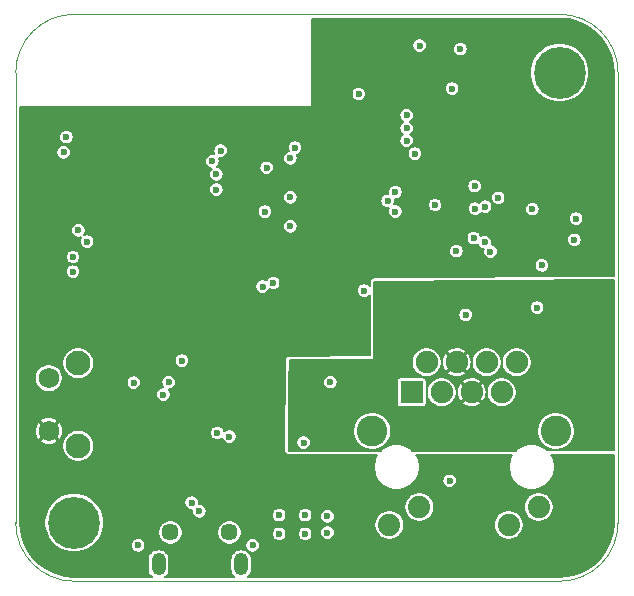
<source format=gbr>
G04 #@! TF.GenerationSoftware,KiCad,Pcbnew,(5.1.7)-1*
G04 #@! TF.CreationDate,2021-04-20T15:22:48-07:00*
G04 #@! TF.ProjectId,EsperDNS,45737065-7244-44e5-932e-6b696361645f,rev?*
G04 #@! TF.SameCoordinates,Original*
G04 #@! TF.FileFunction,Copper,L3,Inr*
G04 #@! TF.FilePolarity,Positive*
%FSLAX46Y46*%
G04 Gerber Fmt 4.6, Leading zero omitted, Abs format (unit mm)*
G04 Created by KiCad (PCBNEW (5.1.7)-1) date 2021-04-20 15:22:48*
%MOMM*%
%LPD*%
G01*
G04 APERTURE LIST*
G04 #@! TA.AperFunction,Profile*
%ADD10C,0.100000*%
G04 #@! TD*
G04 #@! TA.AperFunction,ComponentPad*
%ADD11C,1.450000*%
G04 #@! TD*
G04 #@! TA.AperFunction,ComponentPad*
%ADD12O,1.200000X1.900000*%
G04 #@! TD*
G04 #@! TA.AperFunction,ComponentPad*
%ADD13C,2.100000*%
G04 #@! TD*
G04 #@! TA.AperFunction,ComponentPad*
%ADD14C,1.750000*%
G04 #@! TD*
G04 #@! TA.AperFunction,ComponentPad*
%ADD15R,1.900000X1.900000*%
G04 #@! TD*
G04 #@! TA.AperFunction,ComponentPad*
%ADD16C,1.900000*%
G04 #@! TD*
G04 #@! TA.AperFunction,ComponentPad*
%ADD17C,1.890000*%
G04 #@! TD*
G04 #@! TA.AperFunction,ComponentPad*
%ADD18C,2.600000*%
G04 #@! TD*
G04 #@! TA.AperFunction,ComponentPad*
%ADD19C,4.400000*%
G04 #@! TD*
G04 #@! TA.AperFunction,ViaPad*
%ADD20C,0.600000*%
G04 #@! TD*
G04 #@! TA.AperFunction,Conductor*
%ADD21C,0.127000*%
G04 #@! TD*
G04 #@! TA.AperFunction,Conductor*
%ADD22C,0.100000*%
G04 #@! TD*
G04 APERTURE END LIST*
D10*
X-25500000Y-19050000D02*
G75*
G03*
X-20550000Y-24000000I4950000J0D01*
G01*
X20550000Y-24000000D02*
G75*
G03*
X25500000Y-19050000I0J4950000D01*
G01*
X25500000Y19050000D02*
G75*
G03*
X20550000Y24000000I-4950000J0D01*
G01*
X-20550000Y24000000D02*
G75*
G03*
X-25500000Y19050000I0J-4950000D01*
G01*
X25500000Y19050000D02*
X25500000Y-19050000D01*
X-20550000Y24000000D02*
X20550000Y24000000D01*
X-25500000Y19050000D02*
X-25500000Y-19050000D01*
X-20550000Y-24000000D02*
X20550000Y-24000000D01*
D11*
X-12406000Y-19873500D03*
X-7406000Y-19873500D03*
D12*
X-13406000Y-22573500D03*
X-6406000Y-22573500D03*
D13*
X-20210000Y-5540000D03*
D14*
X-22700000Y-6800000D03*
X-22700000Y-11300000D03*
D13*
X-20210000Y-12550000D03*
D15*
X8020000Y-8000000D03*
D16*
X9290000Y-5460000D03*
X10560000Y-8000000D03*
X11830000Y-5460000D03*
X13100000Y-8000000D03*
X14370000Y-5460000D03*
X15640000Y-8000000D03*
X16910000Y-5460000D03*
D17*
X18790000Y-17720000D03*
X16250000Y-19240000D03*
X8680000Y-17720000D03*
X6140000Y-19240000D03*
D18*
X4690000Y-11290000D03*
X20240000Y-11290000D03*
D19*
X20550000Y19050000D03*
X-20550000Y-19050000D03*
D20*
X-13050000Y-12500000D03*
X-11750000Y-12500000D03*
X-11750000Y-11350000D03*
X-13050000Y-11350000D03*
X-16500000Y5500000D03*
X-17500000Y6000000D03*
X-16500000Y6500000D03*
X-17500000Y7000000D03*
X-15000000Y5500000D03*
X-14000000Y6000000D03*
X-15000000Y6500000D03*
X-14000000Y7000000D03*
X-15000000Y7500000D03*
X-16500000Y7500000D03*
X-17500000Y8000000D03*
X-14000000Y8000000D03*
X-15000000Y8500000D03*
X-16500000Y8500000D03*
X-14000000Y9000000D03*
X-17500000Y9000000D03*
X500000Y12600000D03*
X-21200000Y14900000D03*
X2500000Y22700000D03*
X2000000Y-17800000D03*
X-5500000Y-17600000D03*
X-7400000Y-17600000D03*
X1300000Y-14400000D03*
X-8100000Y14900000D03*
X-19200000Y-700000D03*
X-13000000Y-5000000D03*
X-8382000Y-18034000D03*
X-11430000Y-8382000D03*
X-11430000Y-6604000D03*
X-16510000Y-12446000D03*
X-1300000Y6450000D03*
X10200000Y12300000D03*
X18050000Y9250000D03*
X10700000Y3850000D03*
X1150000Y-7150000D03*
X7600000Y16550000D03*
X-1500000Y9450000D03*
X15250000Y14900000D03*
X12600000Y-1450000D03*
X18650000Y-850000D03*
X21750000Y2750000D03*
X21750000Y3750000D03*
X21850000Y9650000D03*
X12300000Y4850000D03*
X9900000Y21200000D03*
X6500000Y11900000D03*
X-21200000Y13600000D03*
X900000Y-18500000D03*
X900000Y-19900000D03*
X-3200000Y-20000000D03*
X-3200000Y-18400000D03*
X-1000000Y-18400000D03*
X-1000000Y-20000000D03*
X-1125000Y-12265000D03*
X-11430000Y-5334000D03*
X-20200000Y5700000D03*
X-21450000Y12300000D03*
X-7400000Y-11750000D03*
X-8500000Y10450000D03*
X-8450000Y-11450000D03*
X-8500000Y9150000D03*
X7600000Y14350000D03*
X-20650000Y3450000D03*
X7600000Y13300000D03*
X-20650000Y2200000D03*
X-2250000Y6050000D03*
X6000000Y8200000D03*
X-2250000Y8500000D03*
X6650000Y8950000D03*
X6650000Y7300000D03*
X-2250000Y11800000D03*
X-4600000Y950000D03*
X-1850000Y12700000D03*
X-8850000Y11550000D03*
X-4400000Y7300000D03*
X-8150000Y12450000D03*
X-4250000Y11000000D03*
X-5440000Y-20976000D03*
X-15134000Y-20976000D03*
X7600000Y15450000D03*
X-19450000Y4750000D03*
X-900000Y-8180000D03*
X7350000Y-2400000D03*
X4000000Y600000D03*
X21949998Y6700000D03*
X18250000Y7500000D03*
X21800000Y4900000D03*
X3550000Y17250000D03*
X8300000Y12200000D03*
X-15500000Y-7200000D03*
X8700000Y21350000D03*
X12150000Y21050000D03*
X11750000Y-1500000D03*
X18200000Y-2350000D03*
X13500000Y-1450000D03*
X18650000Y250000D03*
X22500000Y-5150000D03*
X-9950000Y-18078000D03*
X-12550000Y-7150000D03*
X-10600000Y-17340000D03*
X-13000000Y-8200000D03*
X11800000Y3950000D03*
X14700000Y3900000D03*
X19050000Y2750000D03*
X13350000Y9450000D03*
X11250000Y-15500000D03*
X-3700000Y1250000D03*
X15350000Y8450000D03*
X13300000Y5050000D03*
X13400000Y7550000D03*
X14200000Y4700000D03*
X14250000Y7700000D03*
X10000000Y7850000D03*
X11450000Y17700000D03*
D21*
X21361231Y23558639D02*
X22146823Y23343726D01*
X22881939Y22993093D01*
X23543347Y22517824D01*
X24110137Y21932940D01*
X24564396Y21256932D01*
X24891765Y20511165D01*
X25082574Y19716385D01*
X25132500Y19036525D01*
X25132500Y1860694D01*
X4797764Y1717492D01*
X4738059Y1711399D01*
X4678498Y1693332D01*
X4623606Y1663992D01*
X4575494Y1624506D01*
X4536008Y1576394D01*
X4506668Y1521502D01*
X4488601Y1461941D01*
X4482500Y1400000D01*
X4482500Y989359D01*
X4479644Y993633D01*
X4393633Y1079644D01*
X4292496Y1147222D01*
X4180118Y1193770D01*
X4060818Y1217500D01*
X3939182Y1217500D01*
X3819882Y1193770D01*
X3707504Y1147222D01*
X3606367Y1079644D01*
X3520356Y993633D01*
X3452778Y892496D01*
X3406230Y780118D01*
X3382500Y660818D01*
X3382500Y539182D01*
X3406230Y419882D01*
X3452778Y307504D01*
X3520356Y206367D01*
X3606367Y120356D01*
X3707504Y52778D01*
X3819882Y6230D01*
X3939182Y-17500D01*
X4060818Y-17500D01*
X4180118Y6230D01*
X4292496Y52778D01*
X4393633Y120356D01*
X4479644Y206367D01*
X4482500Y210641D01*
X4482500Y-4883052D01*
X-2375553Y-4895000D01*
X-2434442Y-4900614D01*
X-2494145Y-4918203D01*
X-2549271Y-4947102D01*
X-2597699Y-4986200D01*
X-2637568Y-5033995D01*
X-2667348Y-5088649D01*
X-2685893Y-5148063D01*
X-2692490Y-5209953D01*
X-2754990Y-13002141D01*
X-2748879Y-13066731D01*
X-2730792Y-13126286D01*
X-2701434Y-13181168D01*
X-2661933Y-13229268D01*
X-2613807Y-13268738D01*
X-2558906Y-13298060D01*
X-2499339Y-13316108D01*
X-2437396Y-13322188D01*
X5095509Y-13319713D01*
X5028579Y-13419881D01*
X4882149Y-13773394D01*
X4807500Y-14148680D01*
X4807500Y-14531320D01*
X4882149Y-14906606D01*
X5028579Y-15260119D01*
X5241162Y-15578272D01*
X5511728Y-15848838D01*
X5829881Y-16061421D01*
X6183394Y-16207851D01*
X6558680Y-16282500D01*
X6941320Y-16282500D01*
X7316606Y-16207851D01*
X7670119Y-16061421D01*
X7988272Y-15848838D01*
X8258838Y-15578272D01*
X8351774Y-15439182D01*
X10632500Y-15439182D01*
X10632500Y-15560818D01*
X10656230Y-15680118D01*
X10702778Y-15792496D01*
X10770356Y-15893633D01*
X10856367Y-15979644D01*
X10957504Y-16047222D01*
X11069882Y-16093770D01*
X11189182Y-16117500D01*
X11310818Y-16117500D01*
X11430118Y-16093770D01*
X11542496Y-16047222D01*
X11643633Y-15979644D01*
X11729644Y-15893633D01*
X11797222Y-15792496D01*
X11843770Y-15680118D01*
X11867500Y-15560818D01*
X11867500Y-15439182D01*
X11843770Y-15319882D01*
X11797222Y-15207504D01*
X11729644Y-15106367D01*
X11643633Y-15020356D01*
X11542496Y-14952778D01*
X11430118Y-14906230D01*
X11310818Y-14882500D01*
X11189182Y-14882500D01*
X11069882Y-14906230D01*
X10957504Y-14952778D01*
X10856367Y-15020356D01*
X10770356Y-15106367D01*
X10702778Y-15207504D01*
X10656230Y-15319882D01*
X10632500Y-15439182D01*
X8351774Y-15439182D01*
X8471421Y-15260119D01*
X8617851Y-14906606D01*
X8692500Y-14531320D01*
X8692500Y-14148680D01*
X8617851Y-13773394D01*
X8471421Y-13419881D01*
X8403764Y-13318626D01*
X16528019Y-13315956D01*
X16458579Y-13419881D01*
X16312149Y-13773394D01*
X16237500Y-14148680D01*
X16237500Y-14531320D01*
X16312149Y-14906606D01*
X16458579Y-15260119D01*
X16671162Y-15578272D01*
X16941728Y-15848838D01*
X17259881Y-16061421D01*
X17613394Y-16207851D01*
X17988680Y-16282500D01*
X18371320Y-16282500D01*
X18746606Y-16207851D01*
X19100119Y-16061421D01*
X19418272Y-15848838D01*
X19688838Y-15578272D01*
X19901421Y-15260119D01*
X20047851Y-14906606D01*
X20122500Y-14531320D01*
X20122500Y-14148680D01*
X20047851Y-13773394D01*
X19901421Y-13419881D01*
X19831255Y-13314871D01*
X25132501Y-13313129D01*
X25132501Y-19033623D01*
X25058639Y-19861231D01*
X24843726Y-20646823D01*
X24493093Y-21381939D01*
X24017824Y-22043347D01*
X23432944Y-22610135D01*
X22756932Y-23064396D01*
X22011165Y-23391765D01*
X21216385Y-23582574D01*
X20536525Y-23632500D01*
X-5823656Y-23632500D01*
X-5754091Y-23575409D01*
X-5639436Y-23435702D01*
X-5554239Y-23276311D01*
X-5501776Y-23103361D01*
X-5488500Y-22968569D01*
X-5488500Y-22178431D01*
X-5501776Y-22043639D01*
X-5554239Y-21870689D01*
X-5639436Y-21711298D01*
X-5754091Y-21571591D01*
X-5893799Y-21456936D01*
X-6053190Y-21371739D01*
X-6226140Y-21319276D01*
X-6406000Y-21301561D01*
X-6585861Y-21319276D01*
X-6758811Y-21371739D01*
X-6918202Y-21456936D01*
X-7057909Y-21571591D01*
X-7172564Y-21711299D01*
X-7257761Y-21870690D01*
X-7310224Y-22043640D01*
X-7323500Y-22178432D01*
X-7323500Y-22968569D01*
X-7310224Y-23103361D01*
X-7257760Y-23276311D01*
X-7172563Y-23435702D01*
X-7057908Y-23575409D01*
X-6988343Y-23632500D01*
X-12823657Y-23632500D01*
X-12754091Y-23575409D01*
X-12639436Y-23435702D01*
X-12554239Y-23276311D01*
X-12501776Y-23103361D01*
X-12488500Y-22968569D01*
X-12488500Y-22178431D01*
X-12501776Y-22043639D01*
X-12554239Y-21870689D01*
X-12639436Y-21711298D01*
X-12754091Y-21571591D01*
X-12893798Y-21456936D01*
X-13053189Y-21371739D01*
X-13226139Y-21319276D01*
X-13406000Y-21301561D01*
X-13585860Y-21319276D01*
X-13758810Y-21371739D01*
X-13918201Y-21456936D01*
X-14057908Y-21571591D01*
X-14172563Y-21711298D01*
X-14257760Y-21870689D01*
X-14310224Y-22043639D01*
X-14323500Y-22178431D01*
X-14323500Y-22968568D01*
X-14310224Y-23103360D01*
X-14257761Y-23276310D01*
X-14172564Y-23435701D01*
X-14057909Y-23575409D01*
X-13988344Y-23632500D01*
X-20533634Y-23632500D01*
X-21361231Y-23558639D01*
X-22146823Y-23343726D01*
X-22881939Y-22993093D01*
X-23543347Y-22517824D01*
X-24110135Y-21932944D01*
X-24564396Y-21256932D01*
X-24891765Y-20511165D01*
X-25082574Y-19716385D01*
X-25132500Y-19036525D01*
X-25132500Y-18802048D01*
X-23067500Y-18802048D01*
X-23067500Y-19297952D01*
X-22970754Y-19784328D01*
X-22780979Y-20242483D01*
X-22505470Y-20654813D01*
X-22154813Y-21005470D01*
X-21742483Y-21280979D01*
X-21284328Y-21470754D01*
X-20797952Y-21567500D01*
X-20302048Y-21567500D01*
X-19815672Y-21470754D01*
X-19357517Y-21280979D01*
X-18945187Y-21005470D01*
X-18854899Y-20915182D01*
X-15751500Y-20915182D01*
X-15751500Y-21036818D01*
X-15727770Y-21156118D01*
X-15681222Y-21268496D01*
X-15613644Y-21369633D01*
X-15527633Y-21455644D01*
X-15426496Y-21523222D01*
X-15314118Y-21569770D01*
X-15194818Y-21593500D01*
X-15073182Y-21593500D01*
X-14953882Y-21569770D01*
X-14841504Y-21523222D01*
X-14740367Y-21455644D01*
X-14654356Y-21369633D01*
X-14586778Y-21268496D01*
X-14540230Y-21156118D01*
X-14516500Y-21036818D01*
X-14516500Y-20915182D01*
X-14540230Y-20795882D01*
X-14586778Y-20683504D01*
X-14654356Y-20582367D01*
X-14740367Y-20496356D01*
X-14841504Y-20428778D01*
X-14953882Y-20382230D01*
X-15073182Y-20358500D01*
X-15194818Y-20358500D01*
X-15314118Y-20382230D01*
X-15426496Y-20428778D01*
X-15527633Y-20496356D01*
X-15613644Y-20582367D01*
X-15681222Y-20683504D01*
X-15727770Y-20795882D01*
X-15751500Y-20915182D01*
X-18854899Y-20915182D01*
X-18594530Y-20654813D01*
X-18319021Y-20242483D01*
X-18129246Y-19784328D01*
X-18126560Y-19770823D01*
X-13448500Y-19770823D01*
X-13448500Y-19976177D01*
X-13408437Y-20177586D01*
X-13329851Y-20367309D01*
X-13215762Y-20538055D01*
X-13070555Y-20683262D01*
X-12899809Y-20797351D01*
X-12710086Y-20875937D01*
X-12508677Y-20916000D01*
X-12303323Y-20916000D01*
X-12101914Y-20875937D01*
X-11912191Y-20797351D01*
X-11741445Y-20683262D01*
X-11596238Y-20538055D01*
X-11482149Y-20367309D01*
X-11403563Y-20177586D01*
X-11363500Y-19976177D01*
X-11363500Y-19770823D01*
X-8448500Y-19770823D01*
X-8448500Y-19976177D01*
X-8408437Y-20177586D01*
X-8329851Y-20367309D01*
X-8215762Y-20538055D01*
X-8070555Y-20683262D01*
X-7899809Y-20797351D01*
X-7710086Y-20875937D01*
X-7508677Y-20916000D01*
X-7303323Y-20916000D01*
X-7299211Y-20915182D01*
X-6057500Y-20915182D01*
X-6057500Y-21036818D01*
X-6033770Y-21156118D01*
X-5987222Y-21268496D01*
X-5919644Y-21369633D01*
X-5833633Y-21455644D01*
X-5732496Y-21523222D01*
X-5620118Y-21569770D01*
X-5500818Y-21593500D01*
X-5379182Y-21593500D01*
X-5259882Y-21569770D01*
X-5147504Y-21523222D01*
X-5046367Y-21455644D01*
X-4960356Y-21369633D01*
X-4892778Y-21268496D01*
X-4846230Y-21156118D01*
X-4822500Y-21036818D01*
X-4822500Y-20915182D01*
X-4846230Y-20795882D01*
X-4892778Y-20683504D01*
X-4960356Y-20582367D01*
X-5046367Y-20496356D01*
X-5147504Y-20428778D01*
X-5259882Y-20382230D01*
X-5379182Y-20358500D01*
X-5500818Y-20358500D01*
X-5620118Y-20382230D01*
X-5732496Y-20428778D01*
X-5833633Y-20496356D01*
X-5919644Y-20582367D01*
X-5987222Y-20683504D01*
X-6033770Y-20795882D01*
X-6057500Y-20915182D01*
X-7299211Y-20915182D01*
X-7101914Y-20875937D01*
X-6912191Y-20797351D01*
X-6741445Y-20683262D01*
X-6596238Y-20538055D01*
X-6482149Y-20367309D01*
X-6403563Y-20177586D01*
X-6363500Y-19976177D01*
X-6363500Y-19939182D01*
X-3817500Y-19939182D01*
X-3817500Y-20060818D01*
X-3793770Y-20180118D01*
X-3747222Y-20292496D01*
X-3679644Y-20393633D01*
X-3593633Y-20479644D01*
X-3492496Y-20547222D01*
X-3380118Y-20593770D01*
X-3260818Y-20617500D01*
X-3139182Y-20617500D01*
X-3019882Y-20593770D01*
X-2907504Y-20547222D01*
X-2806367Y-20479644D01*
X-2720356Y-20393633D01*
X-2652778Y-20292496D01*
X-2606230Y-20180118D01*
X-2582500Y-20060818D01*
X-2582500Y-19939182D01*
X-1617500Y-19939182D01*
X-1617500Y-20060818D01*
X-1593770Y-20180118D01*
X-1547222Y-20292496D01*
X-1479644Y-20393633D01*
X-1393633Y-20479644D01*
X-1292496Y-20547222D01*
X-1180118Y-20593770D01*
X-1060818Y-20617500D01*
X-939182Y-20617500D01*
X-819882Y-20593770D01*
X-707504Y-20547222D01*
X-606367Y-20479644D01*
X-520356Y-20393633D01*
X-452778Y-20292496D01*
X-406230Y-20180118D01*
X-382500Y-20060818D01*
X-382500Y-19939182D01*
X-402391Y-19839182D01*
X282500Y-19839182D01*
X282500Y-19960818D01*
X306230Y-20080118D01*
X352778Y-20192496D01*
X420356Y-20293633D01*
X506367Y-20379644D01*
X607504Y-20447222D01*
X719882Y-20493770D01*
X839182Y-20517500D01*
X960818Y-20517500D01*
X1080118Y-20493770D01*
X1192496Y-20447222D01*
X1293633Y-20379644D01*
X1379644Y-20293633D01*
X1447222Y-20192496D01*
X1493770Y-20080118D01*
X1517500Y-19960818D01*
X1517500Y-19839182D01*
X1493770Y-19719882D01*
X1447222Y-19607504D01*
X1379644Y-19506367D01*
X1293633Y-19420356D01*
X1192496Y-19352778D01*
X1080118Y-19306230D01*
X960818Y-19282500D01*
X839182Y-19282500D01*
X719882Y-19306230D01*
X607504Y-19352778D01*
X506367Y-19420356D01*
X420356Y-19506367D01*
X352778Y-19607504D01*
X306230Y-19719882D01*
X282500Y-19839182D01*
X-402391Y-19839182D01*
X-406230Y-19819882D01*
X-452778Y-19707504D01*
X-520356Y-19606367D01*
X-606367Y-19520356D01*
X-707504Y-19452778D01*
X-819882Y-19406230D01*
X-939182Y-19382500D01*
X-1060818Y-19382500D01*
X-1180118Y-19406230D01*
X-1292496Y-19452778D01*
X-1393633Y-19520356D01*
X-1479644Y-19606367D01*
X-1547222Y-19707504D01*
X-1593770Y-19819882D01*
X-1617500Y-19939182D01*
X-2582500Y-19939182D01*
X-2606230Y-19819882D01*
X-2652778Y-19707504D01*
X-2720356Y-19606367D01*
X-2806367Y-19520356D01*
X-2907504Y-19452778D01*
X-3019882Y-19406230D01*
X-3139182Y-19382500D01*
X-3260818Y-19382500D01*
X-3380118Y-19406230D01*
X-3492496Y-19452778D01*
X-3593633Y-19520356D01*
X-3679644Y-19606367D01*
X-3747222Y-19707504D01*
X-3793770Y-19819882D01*
X-3817500Y-19939182D01*
X-6363500Y-19939182D01*
X-6363500Y-19770823D01*
X-6403563Y-19569414D01*
X-6482149Y-19379691D01*
X-6596238Y-19208945D01*
X-6741445Y-19063738D01*
X-6912191Y-18949649D01*
X-7101914Y-18871063D01*
X-7303323Y-18831000D01*
X-7508677Y-18831000D01*
X-7710086Y-18871063D01*
X-7899809Y-18949649D01*
X-8070555Y-19063738D01*
X-8215762Y-19208945D01*
X-8329851Y-19379691D01*
X-8408437Y-19569414D01*
X-8448500Y-19770823D01*
X-11363500Y-19770823D01*
X-11403563Y-19569414D01*
X-11482149Y-19379691D01*
X-11596238Y-19208945D01*
X-11741445Y-19063738D01*
X-11912191Y-18949649D01*
X-12101914Y-18871063D01*
X-12303323Y-18831000D01*
X-12508677Y-18831000D01*
X-12710086Y-18871063D01*
X-12899809Y-18949649D01*
X-13070555Y-19063738D01*
X-13215762Y-19208945D01*
X-13329851Y-19379691D01*
X-13408437Y-19569414D01*
X-13448500Y-19770823D01*
X-18126560Y-19770823D01*
X-18032500Y-19297952D01*
X-18032500Y-18802048D01*
X-18129246Y-18315672D01*
X-18319021Y-17857517D01*
X-18594530Y-17445187D01*
X-18760535Y-17279182D01*
X-11217500Y-17279182D01*
X-11217500Y-17400818D01*
X-11193770Y-17520118D01*
X-11147222Y-17632496D01*
X-11079644Y-17733633D01*
X-10993633Y-17819644D01*
X-10892496Y-17887222D01*
X-10780118Y-17933770D01*
X-10660818Y-17957500D01*
X-10555629Y-17957500D01*
X-10567500Y-18017182D01*
X-10567500Y-18138818D01*
X-10543770Y-18258118D01*
X-10497222Y-18370496D01*
X-10429644Y-18471633D01*
X-10343633Y-18557644D01*
X-10242496Y-18625222D01*
X-10130118Y-18671770D01*
X-10010818Y-18695500D01*
X-9889182Y-18695500D01*
X-9769882Y-18671770D01*
X-9657504Y-18625222D01*
X-9556367Y-18557644D01*
X-9470356Y-18471633D01*
X-9402778Y-18370496D01*
X-9389808Y-18339182D01*
X-3817500Y-18339182D01*
X-3817500Y-18460818D01*
X-3793770Y-18580118D01*
X-3747222Y-18692496D01*
X-3679644Y-18793633D01*
X-3593633Y-18879644D01*
X-3492496Y-18947222D01*
X-3380118Y-18993770D01*
X-3260818Y-19017500D01*
X-3139182Y-19017500D01*
X-3019882Y-18993770D01*
X-2907504Y-18947222D01*
X-2806367Y-18879644D01*
X-2720356Y-18793633D01*
X-2652778Y-18692496D01*
X-2606230Y-18580118D01*
X-2582500Y-18460818D01*
X-2582500Y-18339182D01*
X-1617500Y-18339182D01*
X-1617500Y-18460818D01*
X-1593770Y-18580118D01*
X-1547222Y-18692496D01*
X-1479644Y-18793633D01*
X-1393633Y-18879644D01*
X-1292496Y-18947222D01*
X-1180118Y-18993770D01*
X-1060818Y-19017500D01*
X-939182Y-19017500D01*
X-819882Y-18993770D01*
X-707504Y-18947222D01*
X-606367Y-18879644D01*
X-520356Y-18793633D01*
X-452778Y-18692496D01*
X-406230Y-18580118D01*
X-382500Y-18460818D01*
X-382500Y-18439182D01*
X282500Y-18439182D01*
X282500Y-18560818D01*
X306230Y-18680118D01*
X352778Y-18792496D01*
X420356Y-18893633D01*
X506367Y-18979644D01*
X607504Y-19047222D01*
X719882Y-19093770D01*
X839182Y-19117500D01*
X960818Y-19117500D01*
X970093Y-19115655D01*
X4877500Y-19115655D01*
X4877500Y-19364345D01*
X4926017Y-19608258D01*
X5021187Y-19838018D01*
X5159352Y-20044797D01*
X5335203Y-20220648D01*
X5541982Y-20358813D01*
X5771742Y-20453983D01*
X6015655Y-20502500D01*
X6264345Y-20502500D01*
X6508258Y-20453983D01*
X6738018Y-20358813D01*
X6944797Y-20220648D01*
X7120648Y-20044797D01*
X7258813Y-19838018D01*
X7353983Y-19608258D01*
X7402500Y-19364345D01*
X7402500Y-19115655D01*
X14987500Y-19115655D01*
X14987500Y-19364345D01*
X15036017Y-19608258D01*
X15131187Y-19838018D01*
X15269352Y-20044797D01*
X15445203Y-20220648D01*
X15651982Y-20358813D01*
X15881742Y-20453983D01*
X16125655Y-20502500D01*
X16374345Y-20502500D01*
X16618258Y-20453983D01*
X16848018Y-20358813D01*
X17054797Y-20220648D01*
X17230648Y-20044797D01*
X17368813Y-19838018D01*
X17463983Y-19608258D01*
X17512500Y-19364345D01*
X17512500Y-19115655D01*
X17463983Y-18871742D01*
X17368813Y-18641982D01*
X17230648Y-18435203D01*
X17054797Y-18259352D01*
X16848018Y-18121187D01*
X16618258Y-18026017D01*
X16374345Y-17977500D01*
X16125655Y-17977500D01*
X15881742Y-18026017D01*
X15651982Y-18121187D01*
X15445203Y-18259352D01*
X15269352Y-18435203D01*
X15131187Y-18641982D01*
X15036017Y-18871742D01*
X14987500Y-19115655D01*
X7402500Y-19115655D01*
X7353983Y-18871742D01*
X7258813Y-18641982D01*
X7120648Y-18435203D01*
X6944797Y-18259352D01*
X6738018Y-18121187D01*
X6508258Y-18026017D01*
X6264345Y-17977500D01*
X6015655Y-17977500D01*
X5771742Y-18026017D01*
X5541982Y-18121187D01*
X5335203Y-18259352D01*
X5159352Y-18435203D01*
X5021187Y-18641982D01*
X4926017Y-18871742D01*
X4877500Y-19115655D01*
X970093Y-19115655D01*
X1080118Y-19093770D01*
X1192496Y-19047222D01*
X1293633Y-18979644D01*
X1379644Y-18893633D01*
X1447222Y-18792496D01*
X1493770Y-18680118D01*
X1517500Y-18560818D01*
X1517500Y-18439182D01*
X1493770Y-18319882D01*
X1447222Y-18207504D01*
X1379644Y-18106367D01*
X1293633Y-18020356D01*
X1192496Y-17952778D01*
X1080118Y-17906230D01*
X960818Y-17882500D01*
X839182Y-17882500D01*
X719882Y-17906230D01*
X607504Y-17952778D01*
X506367Y-18020356D01*
X420356Y-18106367D01*
X352778Y-18207504D01*
X306230Y-18319882D01*
X282500Y-18439182D01*
X-382500Y-18439182D01*
X-382500Y-18339182D01*
X-406230Y-18219882D01*
X-452778Y-18107504D01*
X-520356Y-18006367D01*
X-606367Y-17920356D01*
X-707504Y-17852778D01*
X-819882Y-17806230D01*
X-939182Y-17782500D01*
X-1060818Y-17782500D01*
X-1180118Y-17806230D01*
X-1292496Y-17852778D01*
X-1393633Y-17920356D01*
X-1479644Y-18006367D01*
X-1547222Y-18107504D01*
X-1593770Y-18219882D01*
X-1617500Y-18339182D01*
X-2582500Y-18339182D01*
X-2606230Y-18219882D01*
X-2652778Y-18107504D01*
X-2720356Y-18006367D01*
X-2806367Y-17920356D01*
X-2907504Y-17852778D01*
X-3019882Y-17806230D01*
X-3139182Y-17782500D01*
X-3260818Y-17782500D01*
X-3380118Y-17806230D01*
X-3492496Y-17852778D01*
X-3593633Y-17920356D01*
X-3679644Y-18006367D01*
X-3747222Y-18107504D01*
X-3793770Y-18219882D01*
X-3817500Y-18339182D01*
X-9389808Y-18339182D01*
X-9356230Y-18258118D01*
X-9332500Y-18138818D01*
X-9332500Y-18017182D01*
X-9356230Y-17897882D01*
X-9402778Y-17785504D01*
X-9470356Y-17684367D01*
X-9556367Y-17598356D01*
X-9560409Y-17595655D01*
X7417500Y-17595655D01*
X7417500Y-17844345D01*
X7466017Y-18088258D01*
X7561187Y-18318018D01*
X7699352Y-18524797D01*
X7875203Y-18700648D01*
X8081982Y-18838813D01*
X8311742Y-18933983D01*
X8555655Y-18982500D01*
X8804345Y-18982500D01*
X9048258Y-18933983D01*
X9278018Y-18838813D01*
X9484797Y-18700648D01*
X9660648Y-18524797D01*
X9798813Y-18318018D01*
X9893983Y-18088258D01*
X9942500Y-17844345D01*
X9942500Y-17595655D01*
X17527500Y-17595655D01*
X17527500Y-17844345D01*
X17576017Y-18088258D01*
X17671187Y-18318018D01*
X17809352Y-18524797D01*
X17985203Y-18700648D01*
X18191982Y-18838813D01*
X18421742Y-18933983D01*
X18665655Y-18982500D01*
X18914345Y-18982500D01*
X19158258Y-18933983D01*
X19388018Y-18838813D01*
X19594797Y-18700648D01*
X19770648Y-18524797D01*
X19908813Y-18318018D01*
X20003983Y-18088258D01*
X20052500Y-17844345D01*
X20052500Y-17595655D01*
X20003983Y-17351742D01*
X19908813Y-17121982D01*
X19770648Y-16915203D01*
X19594797Y-16739352D01*
X19388018Y-16601187D01*
X19158258Y-16506017D01*
X18914345Y-16457500D01*
X18665655Y-16457500D01*
X18421742Y-16506017D01*
X18191982Y-16601187D01*
X17985203Y-16739352D01*
X17809352Y-16915203D01*
X17671187Y-17121982D01*
X17576017Y-17351742D01*
X17527500Y-17595655D01*
X9942500Y-17595655D01*
X9893983Y-17351742D01*
X9798813Y-17121982D01*
X9660648Y-16915203D01*
X9484797Y-16739352D01*
X9278018Y-16601187D01*
X9048258Y-16506017D01*
X8804345Y-16457500D01*
X8555655Y-16457500D01*
X8311742Y-16506017D01*
X8081982Y-16601187D01*
X7875203Y-16739352D01*
X7699352Y-16915203D01*
X7561187Y-17121982D01*
X7466017Y-17351742D01*
X7417500Y-17595655D01*
X-9560409Y-17595655D01*
X-9657504Y-17530778D01*
X-9769882Y-17484230D01*
X-9889182Y-17460500D01*
X-9994371Y-17460500D01*
X-9982500Y-17400818D01*
X-9982500Y-17279182D01*
X-10006230Y-17159882D01*
X-10052778Y-17047504D01*
X-10120356Y-16946367D01*
X-10206367Y-16860356D01*
X-10307504Y-16792778D01*
X-10419882Y-16746230D01*
X-10539182Y-16722500D01*
X-10660818Y-16722500D01*
X-10780118Y-16746230D01*
X-10892496Y-16792778D01*
X-10993633Y-16860356D01*
X-11079644Y-16946367D01*
X-11147222Y-17047504D01*
X-11193770Y-17159882D01*
X-11217500Y-17279182D01*
X-18760535Y-17279182D01*
X-18945187Y-17094530D01*
X-19357517Y-16819021D01*
X-19815672Y-16629246D01*
X-20302048Y-16532500D01*
X-20797952Y-16532500D01*
X-21284328Y-16629246D01*
X-21742483Y-16819021D01*
X-22154813Y-17094530D01*
X-22505470Y-17445187D01*
X-22780979Y-17857517D01*
X-22970754Y-18315672D01*
X-23067500Y-18802048D01*
X-25132500Y-18802048D01*
X-25132500Y-12134805D01*
X-23445002Y-12134805D01*
X-23351962Y-12305383D01*
X-23143295Y-12413256D01*
X-22917592Y-12478347D01*
X-22683527Y-12498156D01*
X-22450094Y-12471921D01*
X-22272320Y-12415313D01*
X-21577500Y-12415313D01*
X-21577500Y-12684687D01*
X-21524948Y-12948885D01*
X-21421863Y-13197754D01*
X-21272207Y-13421731D01*
X-21081731Y-13612207D01*
X-20857754Y-13761863D01*
X-20608885Y-13864948D01*
X-20344687Y-13917500D01*
X-20075313Y-13917500D01*
X-19811115Y-13864948D01*
X-19562246Y-13761863D01*
X-19338269Y-13612207D01*
X-19147793Y-13421731D01*
X-18998137Y-13197754D01*
X-18895052Y-12948885D01*
X-18842500Y-12684687D01*
X-18842500Y-12415313D01*
X-18895052Y-12151115D01*
X-18998137Y-11902246D01*
X-19147793Y-11678269D01*
X-19338269Y-11487793D01*
X-19485851Y-11389182D01*
X-9067500Y-11389182D01*
X-9067500Y-11510818D01*
X-9043770Y-11630118D01*
X-8997222Y-11742496D01*
X-8929644Y-11843633D01*
X-8843633Y-11929644D01*
X-8742496Y-11997222D01*
X-8630118Y-12043770D01*
X-8510818Y-12067500D01*
X-8389182Y-12067500D01*
X-8269882Y-12043770D01*
X-8157504Y-11997222D01*
X-8056367Y-11929644D01*
X-8004234Y-11877511D01*
X-7993770Y-11930118D01*
X-7947222Y-12042496D01*
X-7879644Y-12143633D01*
X-7793633Y-12229644D01*
X-7692496Y-12297222D01*
X-7580118Y-12343770D01*
X-7460818Y-12367500D01*
X-7339182Y-12367500D01*
X-7219882Y-12343770D01*
X-7107504Y-12297222D01*
X-7006367Y-12229644D01*
X-6920356Y-12143633D01*
X-6852778Y-12042496D01*
X-6806230Y-11930118D01*
X-6782500Y-11810818D01*
X-6782500Y-11689182D01*
X-6806230Y-11569882D01*
X-6852778Y-11457504D01*
X-6920356Y-11356367D01*
X-7006367Y-11270356D01*
X-7107504Y-11202778D01*
X-7219882Y-11156230D01*
X-7339182Y-11132500D01*
X-7460818Y-11132500D01*
X-7580118Y-11156230D01*
X-7692496Y-11202778D01*
X-7793633Y-11270356D01*
X-7845766Y-11322489D01*
X-7856230Y-11269882D01*
X-7902778Y-11157504D01*
X-7970356Y-11056367D01*
X-8056367Y-10970356D01*
X-8157504Y-10902778D01*
X-8269882Y-10856230D01*
X-8389182Y-10832500D01*
X-8510818Y-10832500D01*
X-8630118Y-10856230D01*
X-8742496Y-10902778D01*
X-8843633Y-10970356D01*
X-8929644Y-11056367D01*
X-8997222Y-11157504D01*
X-9043770Y-11269882D01*
X-9067500Y-11389182D01*
X-19485851Y-11389182D01*
X-19562246Y-11338137D01*
X-19811115Y-11235052D01*
X-20075313Y-11182500D01*
X-20344687Y-11182500D01*
X-20608885Y-11235052D01*
X-20857754Y-11338137D01*
X-21081731Y-11487793D01*
X-21272207Y-11678269D01*
X-21421863Y-11902246D01*
X-21524948Y-12151115D01*
X-21577500Y-12415313D01*
X-22272320Y-12415313D01*
X-22226265Y-12400648D01*
X-22048038Y-12305383D01*
X-21954998Y-12134805D01*
X-22700000Y-11389803D01*
X-23445002Y-12134805D01*
X-25132500Y-12134805D01*
X-25132500Y-11316473D01*
X-23898156Y-11316473D01*
X-23871921Y-11549906D01*
X-23800648Y-11773735D01*
X-23705383Y-11951962D01*
X-23534805Y-12045002D01*
X-22789803Y-11300000D01*
X-22610197Y-11300000D01*
X-21865195Y-12045002D01*
X-21694617Y-11951962D01*
X-21586744Y-11743295D01*
X-21521653Y-11517592D01*
X-21501844Y-11283527D01*
X-21528079Y-11050094D01*
X-21599352Y-10826265D01*
X-21694617Y-10648038D01*
X-21865195Y-10554998D01*
X-22610197Y-11300000D01*
X-22789803Y-11300000D01*
X-23534805Y-10554998D01*
X-23705383Y-10648038D01*
X-23813256Y-10856705D01*
X-23878347Y-11082408D01*
X-23898156Y-11316473D01*
X-25132500Y-11316473D01*
X-25132500Y-10465195D01*
X-23445002Y-10465195D01*
X-22700000Y-11210197D01*
X-21954998Y-10465195D01*
X-22048038Y-10294617D01*
X-22256705Y-10186744D01*
X-22482408Y-10121653D01*
X-22716473Y-10101844D01*
X-22949906Y-10128079D01*
X-23173735Y-10199352D01*
X-23351962Y-10294617D01*
X-23445002Y-10465195D01*
X-25132500Y-10465195D01*
X-25132500Y-8139182D01*
X-13617500Y-8139182D01*
X-13617500Y-8260818D01*
X-13593770Y-8380118D01*
X-13547222Y-8492496D01*
X-13479644Y-8593633D01*
X-13393633Y-8679644D01*
X-13292496Y-8747222D01*
X-13180118Y-8793770D01*
X-13060818Y-8817500D01*
X-12939182Y-8817500D01*
X-12819882Y-8793770D01*
X-12707504Y-8747222D01*
X-12606367Y-8679644D01*
X-12520356Y-8593633D01*
X-12452778Y-8492496D01*
X-12406230Y-8380118D01*
X-12382500Y-8260818D01*
X-12382500Y-8139182D01*
X-12406230Y-8019882D01*
X-12452778Y-7907504D01*
X-12520356Y-7806367D01*
X-12559223Y-7767500D01*
X-12489182Y-7767500D01*
X-12369882Y-7743770D01*
X-12257504Y-7697222D01*
X-12156367Y-7629644D01*
X-12070356Y-7543633D01*
X-12002778Y-7442496D01*
X-11956230Y-7330118D01*
X-11932500Y-7210818D01*
X-11932500Y-7089182D01*
X-11956230Y-6969882D01*
X-12002778Y-6857504D01*
X-12070356Y-6756367D01*
X-12156367Y-6670356D01*
X-12257504Y-6602778D01*
X-12369882Y-6556230D01*
X-12489182Y-6532500D01*
X-12610818Y-6532500D01*
X-12730118Y-6556230D01*
X-12842496Y-6602778D01*
X-12943633Y-6670356D01*
X-13029644Y-6756367D01*
X-13097222Y-6857504D01*
X-13143770Y-6969882D01*
X-13167500Y-7089182D01*
X-13167500Y-7210818D01*
X-13143770Y-7330118D01*
X-13097222Y-7442496D01*
X-13029644Y-7543633D01*
X-12990777Y-7582500D01*
X-13060818Y-7582500D01*
X-13180118Y-7606230D01*
X-13292496Y-7652778D01*
X-13393633Y-7720356D01*
X-13479644Y-7806367D01*
X-13547222Y-7907504D01*
X-13593770Y-8019882D01*
X-13617500Y-8139182D01*
X-25132500Y-8139182D01*
X-25132500Y-6682549D01*
X-23892500Y-6682549D01*
X-23892500Y-6917451D01*
X-23846673Y-7147839D01*
X-23756780Y-7364861D01*
X-23626275Y-7560174D01*
X-23460174Y-7726275D01*
X-23264861Y-7856780D01*
X-23047839Y-7946673D01*
X-22817451Y-7992500D01*
X-22582549Y-7992500D01*
X-22352161Y-7946673D01*
X-22135139Y-7856780D01*
X-21939826Y-7726275D01*
X-21773725Y-7560174D01*
X-21643220Y-7364861D01*
X-21553327Y-7147839D01*
X-21551606Y-7139182D01*
X-16117500Y-7139182D01*
X-16117500Y-7260818D01*
X-16093770Y-7380118D01*
X-16047222Y-7492496D01*
X-15979644Y-7593633D01*
X-15893633Y-7679644D01*
X-15792496Y-7747222D01*
X-15680118Y-7793770D01*
X-15560818Y-7817500D01*
X-15439182Y-7817500D01*
X-15319882Y-7793770D01*
X-15207504Y-7747222D01*
X-15106367Y-7679644D01*
X-15020356Y-7593633D01*
X-14952778Y-7492496D01*
X-14906230Y-7380118D01*
X-14882500Y-7260818D01*
X-14882500Y-7139182D01*
X-14906230Y-7019882D01*
X-14952778Y-6907504D01*
X-15020356Y-6806367D01*
X-15106367Y-6720356D01*
X-15207504Y-6652778D01*
X-15319882Y-6606230D01*
X-15439182Y-6582500D01*
X-15560818Y-6582500D01*
X-15680118Y-6606230D01*
X-15792496Y-6652778D01*
X-15893633Y-6720356D01*
X-15979644Y-6806367D01*
X-16047222Y-6907504D01*
X-16093770Y-7019882D01*
X-16117500Y-7139182D01*
X-21551606Y-7139182D01*
X-21507500Y-6917451D01*
X-21507500Y-6682549D01*
X-21553327Y-6452161D01*
X-21643220Y-6235139D01*
X-21773725Y-6039826D01*
X-21939826Y-5873725D01*
X-22135139Y-5743220D01*
X-22352161Y-5653327D01*
X-22582549Y-5607500D01*
X-22817451Y-5607500D01*
X-23047839Y-5653327D01*
X-23264861Y-5743220D01*
X-23460174Y-5873725D01*
X-23626275Y-6039826D01*
X-23756780Y-6235139D01*
X-23846673Y-6452161D01*
X-23892500Y-6682549D01*
X-25132500Y-6682549D01*
X-25132500Y-5405313D01*
X-21577500Y-5405313D01*
X-21577500Y-5674687D01*
X-21524948Y-5938885D01*
X-21421863Y-6187754D01*
X-21272207Y-6411731D01*
X-21081731Y-6602207D01*
X-20857754Y-6751863D01*
X-20608885Y-6854948D01*
X-20344687Y-6907500D01*
X-20075313Y-6907500D01*
X-19811115Y-6854948D01*
X-19562246Y-6751863D01*
X-19338269Y-6602207D01*
X-19147793Y-6411731D01*
X-18998137Y-6187754D01*
X-18895052Y-5938885D01*
X-18842500Y-5674687D01*
X-18842500Y-5405313D01*
X-18868782Y-5273182D01*
X-12047500Y-5273182D01*
X-12047500Y-5394818D01*
X-12023770Y-5514118D01*
X-11977222Y-5626496D01*
X-11909644Y-5727633D01*
X-11823633Y-5813644D01*
X-11722496Y-5881222D01*
X-11610118Y-5927770D01*
X-11490818Y-5951500D01*
X-11369182Y-5951500D01*
X-11249882Y-5927770D01*
X-11137504Y-5881222D01*
X-11036367Y-5813644D01*
X-10950356Y-5727633D01*
X-10882778Y-5626496D01*
X-10836230Y-5514118D01*
X-10812500Y-5394818D01*
X-10812500Y-5273182D01*
X-10836230Y-5153882D01*
X-10882778Y-5041504D01*
X-10950356Y-4940367D01*
X-11036367Y-4854356D01*
X-11137504Y-4786778D01*
X-11249882Y-4740230D01*
X-11369182Y-4716500D01*
X-11490818Y-4716500D01*
X-11610118Y-4740230D01*
X-11722496Y-4786778D01*
X-11823633Y-4854356D01*
X-11909644Y-4940367D01*
X-11977222Y-5041504D01*
X-12023770Y-5153882D01*
X-12047500Y-5273182D01*
X-18868782Y-5273182D01*
X-18895052Y-5141115D01*
X-18998137Y-4892246D01*
X-19147793Y-4668269D01*
X-19338269Y-4477793D01*
X-19562246Y-4328137D01*
X-19811115Y-4225052D01*
X-20075313Y-4172500D01*
X-20344687Y-4172500D01*
X-20608885Y-4225052D01*
X-20857754Y-4328137D01*
X-21081731Y-4477793D01*
X-21272207Y-4668269D01*
X-21421863Y-4892246D01*
X-21524948Y-5141115D01*
X-21577500Y-5405313D01*
X-25132500Y-5405313D01*
X-25132500Y1010818D01*
X-5217500Y1010818D01*
X-5217500Y889182D01*
X-5193770Y769882D01*
X-5147222Y657504D01*
X-5079644Y556367D01*
X-4993633Y470356D01*
X-4892496Y402778D01*
X-4780118Y356230D01*
X-4660818Y332500D01*
X-4539182Y332500D01*
X-4419882Y356230D01*
X-4307504Y402778D01*
X-4206367Y470356D01*
X-4120356Y556367D01*
X-4052778Y657504D01*
X-4025023Y724512D01*
X-3992496Y702778D01*
X-3880118Y656230D01*
X-3760818Y632500D01*
X-3639182Y632500D01*
X-3519882Y656230D01*
X-3407504Y702778D01*
X-3306367Y770356D01*
X-3220356Y856367D01*
X-3152778Y957504D01*
X-3106230Y1069882D01*
X-3082500Y1189182D01*
X-3082500Y1310818D01*
X-3106230Y1430118D01*
X-3152778Y1542496D01*
X-3220356Y1643633D01*
X-3306367Y1729644D01*
X-3407504Y1797222D01*
X-3519882Y1843770D01*
X-3639182Y1867500D01*
X-3760818Y1867500D01*
X-3880118Y1843770D01*
X-3992496Y1797222D01*
X-4093633Y1729644D01*
X-4179644Y1643633D01*
X-4247222Y1542496D01*
X-4274977Y1475488D01*
X-4307504Y1497222D01*
X-4419882Y1543770D01*
X-4539182Y1567500D01*
X-4660818Y1567500D01*
X-4780118Y1543770D01*
X-4892496Y1497222D01*
X-4993633Y1429644D01*
X-5079644Y1343633D01*
X-5147222Y1242496D01*
X-5193770Y1130118D01*
X-5217500Y1010818D01*
X-25132500Y1010818D01*
X-25132500Y2260818D01*
X-21267500Y2260818D01*
X-21267500Y2139182D01*
X-21243770Y2019882D01*
X-21197222Y1907504D01*
X-21129644Y1806367D01*
X-21043633Y1720356D01*
X-20942496Y1652778D01*
X-20830118Y1606230D01*
X-20710818Y1582500D01*
X-20589182Y1582500D01*
X-20469882Y1606230D01*
X-20357504Y1652778D01*
X-20256367Y1720356D01*
X-20170356Y1806367D01*
X-20102778Y1907504D01*
X-20056230Y2019882D01*
X-20032500Y2139182D01*
X-20032500Y2260818D01*
X-20056230Y2380118D01*
X-20102778Y2492496D01*
X-20170356Y2593633D01*
X-20256367Y2679644D01*
X-20357504Y2747222D01*
X-20469882Y2793770D01*
X-20555588Y2810818D01*
X18432500Y2810818D01*
X18432500Y2689182D01*
X18456230Y2569882D01*
X18502778Y2457504D01*
X18570356Y2356367D01*
X18656367Y2270356D01*
X18757504Y2202778D01*
X18869882Y2156230D01*
X18989182Y2132500D01*
X19110818Y2132500D01*
X19230118Y2156230D01*
X19342496Y2202778D01*
X19443633Y2270356D01*
X19529644Y2356367D01*
X19597222Y2457504D01*
X19643770Y2569882D01*
X19667500Y2689182D01*
X19667500Y2810818D01*
X19643770Y2930118D01*
X19597222Y3042496D01*
X19529644Y3143633D01*
X19443633Y3229644D01*
X19342496Y3297222D01*
X19230118Y3343770D01*
X19110818Y3367500D01*
X18989182Y3367500D01*
X18869882Y3343770D01*
X18757504Y3297222D01*
X18656367Y3229644D01*
X18570356Y3143633D01*
X18502778Y3042496D01*
X18456230Y2930118D01*
X18432500Y2810818D01*
X-20555588Y2810818D01*
X-20589182Y2817500D01*
X-20710818Y2817500D01*
X-20830118Y2793770D01*
X-20942496Y2747222D01*
X-21043633Y2679644D01*
X-21129644Y2593633D01*
X-21197222Y2492496D01*
X-21243770Y2380118D01*
X-21267500Y2260818D01*
X-25132500Y2260818D01*
X-25132500Y3510818D01*
X-21267500Y3510818D01*
X-21267500Y3389182D01*
X-21243770Y3269882D01*
X-21197222Y3157504D01*
X-21129644Y3056367D01*
X-21043633Y2970356D01*
X-20942496Y2902778D01*
X-20830118Y2856230D01*
X-20710818Y2832500D01*
X-20589182Y2832500D01*
X-20469882Y2856230D01*
X-20357504Y2902778D01*
X-20256367Y2970356D01*
X-20170356Y3056367D01*
X-20102778Y3157504D01*
X-20056230Y3269882D01*
X-20032500Y3389182D01*
X-20032500Y3510818D01*
X-20056230Y3630118D01*
X-20102778Y3742496D01*
X-20170356Y3843633D01*
X-20256367Y3929644D01*
X-20357504Y3997222D01*
X-20390327Y4010818D01*
X11182500Y4010818D01*
X11182500Y3889182D01*
X11206230Y3769882D01*
X11252778Y3657504D01*
X11320356Y3556367D01*
X11406367Y3470356D01*
X11507504Y3402778D01*
X11619882Y3356230D01*
X11739182Y3332500D01*
X11860818Y3332500D01*
X11980118Y3356230D01*
X12092496Y3402778D01*
X12193633Y3470356D01*
X12279644Y3556367D01*
X12347222Y3657504D01*
X12393770Y3769882D01*
X12417500Y3889182D01*
X12417500Y4010818D01*
X12393770Y4130118D01*
X12347222Y4242496D01*
X12279644Y4343633D01*
X12193633Y4429644D01*
X12092496Y4497222D01*
X11980118Y4543770D01*
X11860818Y4567500D01*
X11739182Y4567500D01*
X11619882Y4543770D01*
X11507504Y4497222D01*
X11406367Y4429644D01*
X11320356Y4343633D01*
X11252778Y4242496D01*
X11206230Y4130118D01*
X11182500Y4010818D01*
X-20390327Y4010818D01*
X-20469882Y4043770D01*
X-20589182Y4067500D01*
X-20710818Y4067500D01*
X-20830118Y4043770D01*
X-20942496Y3997222D01*
X-21043633Y3929644D01*
X-21129644Y3843633D01*
X-21197222Y3742496D01*
X-21243770Y3630118D01*
X-21267500Y3510818D01*
X-25132500Y3510818D01*
X-25132500Y5760818D01*
X-20817500Y5760818D01*
X-20817500Y5639182D01*
X-20793770Y5519882D01*
X-20747222Y5407504D01*
X-20679644Y5306367D01*
X-20593633Y5220356D01*
X-20492496Y5152778D01*
X-20380118Y5106230D01*
X-20260818Y5082500D01*
X-20139182Y5082500D01*
X-20019882Y5106230D01*
X-19929668Y5143598D01*
X-19997222Y5042496D01*
X-20043770Y4930118D01*
X-20067500Y4810818D01*
X-20067500Y4689182D01*
X-20043770Y4569882D01*
X-19997222Y4457504D01*
X-19929644Y4356367D01*
X-19843633Y4270356D01*
X-19742496Y4202778D01*
X-19630118Y4156230D01*
X-19510818Y4132500D01*
X-19389182Y4132500D01*
X-19269882Y4156230D01*
X-19157504Y4202778D01*
X-19056367Y4270356D01*
X-18970356Y4356367D01*
X-18902778Y4457504D01*
X-18856230Y4569882D01*
X-18832500Y4689182D01*
X-18832500Y4810818D01*
X-18856230Y4930118D01*
X-18902778Y5042496D01*
X-18948429Y5110818D01*
X12682500Y5110818D01*
X12682500Y4989182D01*
X12706230Y4869882D01*
X12752778Y4757504D01*
X12820356Y4656367D01*
X12906367Y4570356D01*
X13007504Y4502778D01*
X13119882Y4456230D01*
X13239182Y4432500D01*
X13360818Y4432500D01*
X13480118Y4456230D01*
X13592496Y4502778D01*
X13608802Y4513673D01*
X13652778Y4407504D01*
X13720356Y4306367D01*
X13806367Y4220356D01*
X13907504Y4152778D01*
X14019882Y4106230D01*
X14109650Y4088374D01*
X14106230Y4080118D01*
X14082500Y3960818D01*
X14082500Y3839182D01*
X14106230Y3719882D01*
X14152778Y3607504D01*
X14220356Y3506367D01*
X14306367Y3420356D01*
X14407504Y3352778D01*
X14519882Y3306230D01*
X14639182Y3282500D01*
X14760818Y3282500D01*
X14880118Y3306230D01*
X14992496Y3352778D01*
X15093633Y3420356D01*
X15179644Y3506367D01*
X15247222Y3607504D01*
X15293770Y3719882D01*
X15317500Y3839182D01*
X15317500Y3960818D01*
X15293770Y4080118D01*
X15247222Y4192496D01*
X15179644Y4293633D01*
X15093633Y4379644D01*
X14992496Y4447222D01*
X14880118Y4493770D01*
X14790350Y4511626D01*
X14793770Y4519882D01*
X14817500Y4639182D01*
X14817500Y4760818D01*
X14793770Y4880118D01*
X14760344Y4960818D01*
X21182500Y4960818D01*
X21182500Y4839182D01*
X21206230Y4719882D01*
X21252778Y4607504D01*
X21320356Y4506367D01*
X21406367Y4420356D01*
X21507504Y4352778D01*
X21619882Y4306230D01*
X21739182Y4282500D01*
X21860818Y4282500D01*
X21980118Y4306230D01*
X22092496Y4352778D01*
X22193633Y4420356D01*
X22279644Y4506367D01*
X22347222Y4607504D01*
X22393770Y4719882D01*
X22417500Y4839182D01*
X22417500Y4960818D01*
X22393770Y5080118D01*
X22347222Y5192496D01*
X22279644Y5293633D01*
X22193633Y5379644D01*
X22092496Y5447222D01*
X21980118Y5493770D01*
X21860818Y5517500D01*
X21739182Y5517500D01*
X21619882Y5493770D01*
X21507504Y5447222D01*
X21406367Y5379644D01*
X21320356Y5293633D01*
X21252778Y5192496D01*
X21206230Y5080118D01*
X21182500Y4960818D01*
X14760344Y4960818D01*
X14747222Y4992496D01*
X14679644Y5093633D01*
X14593633Y5179644D01*
X14492496Y5247222D01*
X14380118Y5293770D01*
X14260818Y5317500D01*
X14139182Y5317500D01*
X14019882Y5293770D01*
X13907504Y5247222D01*
X13891198Y5236327D01*
X13847222Y5342496D01*
X13779644Y5443633D01*
X13693633Y5529644D01*
X13592496Y5597222D01*
X13480118Y5643770D01*
X13360818Y5667500D01*
X13239182Y5667500D01*
X13119882Y5643770D01*
X13007504Y5597222D01*
X12906367Y5529644D01*
X12820356Y5443633D01*
X12752778Y5342496D01*
X12706230Y5230118D01*
X12682500Y5110818D01*
X-18948429Y5110818D01*
X-18970356Y5143633D01*
X-19056367Y5229644D01*
X-19157504Y5297222D01*
X-19269882Y5343770D01*
X-19389182Y5367500D01*
X-19510818Y5367500D01*
X-19630118Y5343770D01*
X-19720332Y5306402D01*
X-19652778Y5407504D01*
X-19606230Y5519882D01*
X-19582500Y5639182D01*
X-19582500Y5760818D01*
X-19606230Y5880118D01*
X-19652778Y5992496D01*
X-19720356Y6093633D01*
X-19737541Y6110818D01*
X-2867500Y6110818D01*
X-2867500Y5989182D01*
X-2843770Y5869882D01*
X-2797222Y5757504D01*
X-2729644Y5656367D01*
X-2643633Y5570356D01*
X-2542496Y5502778D01*
X-2430118Y5456230D01*
X-2310818Y5432500D01*
X-2189182Y5432500D01*
X-2069882Y5456230D01*
X-1957504Y5502778D01*
X-1856367Y5570356D01*
X-1770356Y5656367D01*
X-1702778Y5757504D01*
X-1656230Y5869882D01*
X-1632500Y5989182D01*
X-1632500Y6110818D01*
X-1656230Y6230118D01*
X-1702778Y6342496D01*
X-1770356Y6443633D01*
X-1856367Y6529644D01*
X-1957504Y6597222D01*
X-2069882Y6643770D01*
X-2189182Y6667500D01*
X-2310818Y6667500D01*
X-2430118Y6643770D01*
X-2542496Y6597222D01*
X-2643633Y6529644D01*
X-2729644Y6443633D01*
X-2797222Y6342496D01*
X-2843770Y6230118D01*
X-2867500Y6110818D01*
X-19737541Y6110818D01*
X-19806367Y6179644D01*
X-19907504Y6247222D01*
X-20019882Y6293770D01*
X-20139182Y6317500D01*
X-20260818Y6317500D01*
X-20380118Y6293770D01*
X-20492496Y6247222D01*
X-20593633Y6179644D01*
X-20679644Y6093633D01*
X-20747222Y5992496D01*
X-20793770Y5880118D01*
X-20817500Y5760818D01*
X-25132500Y5760818D01*
X-25132500Y7360818D01*
X-5017500Y7360818D01*
X-5017500Y7239182D01*
X-4993770Y7119882D01*
X-4947222Y7007504D01*
X-4879644Y6906367D01*
X-4793633Y6820356D01*
X-4692496Y6752778D01*
X-4580118Y6706230D01*
X-4460818Y6682500D01*
X-4339182Y6682500D01*
X-4219882Y6706230D01*
X-4107504Y6752778D01*
X-4006367Y6820356D01*
X-3920356Y6906367D01*
X-3852778Y7007504D01*
X-3806230Y7119882D01*
X-3782500Y7239182D01*
X-3782500Y7360818D01*
X-3806230Y7480118D01*
X-3852778Y7592496D01*
X-3920356Y7693633D01*
X-4006367Y7779644D01*
X-4107504Y7847222D01*
X-4219882Y7893770D01*
X-4339182Y7917500D01*
X-4460818Y7917500D01*
X-4580118Y7893770D01*
X-4692496Y7847222D01*
X-4793633Y7779644D01*
X-4879644Y7693633D01*
X-4947222Y7592496D01*
X-4993770Y7480118D01*
X-5017500Y7360818D01*
X-25132500Y7360818D01*
X-25132500Y9210818D01*
X-9117500Y9210818D01*
X-9117500Y9089182D01*
X-9093770Y8969882D01*
X-9047222Y8857504D01*
X-8979644Y8756367D01*
X-8893633Y8670356D01*
X-8792496Y8602778D01*
X-8680118Y8556230D01*
X-8560818Y8532500D01*
X-8439182Y8532500D01*
X-8319882Y8556230D01*
X-8308806Y8560818D01*
X-2867500Y8560818D01*
X-2867500Y8439182D01*
X-2843770Y8319882D01*
X-2797222Y8207504D01*
X-2729644Y8106367D01*
X-2643633Y8020356D01*
X-2542496Y7952778D01*
X-2430118Y7906230D01*
X-2310818Y7882500D01*
X-2189182Y7882500D01*
X-2069882Y7906230D01*
X-1957504Y7952778D01*
X-1856367Y8020356D01*
X-1770356Y8106367D01*
X-1702778Y8207504D01*
X-1680695Y8260818D01*
X5382500Y8260818D01*
X5382500Y8139182D01*
X5406230Y8019882D01*
X5452778Y7907504D01*
X5520356Y7806367D01*
X5606367Y7720356D01*
X5707504Y7652778D01*
X5819882Y7606230D01*
X5939182Y7582500D01*
X6060818Y7582500D01*
X6102033Y7590698D01*
X6056230Y7480118D01*
X6032500Y7360818D01*
X6032500Y7239182D01*
X6056230Y7119882D01*
X6102778Y7007504D01*
X6170356Y6906367D01*
X6256367Y6820356D01*
X6357504Y6752778D01*
X6469882Y6706230D01*
X6589182Y6682500D01*
X6710818Y6682500D01*
X6830118Y6706230D01*
X6942496Y6752778D01*
X6954528Y6760818D01*
X21332498Y6760818D01*
X21332498Y6639182D01*
X21356228Y6519882D01*
X21402776Y6407504D01*
X21470354Y6306367D01*
X21556365Y6220356D01*
X21657502Y6152778D01*
X21769880Y6106230D01*
X21889180Y6082500D01*
X22010816Y6082500D01*
X22130116Y6106230D01*
X22242494Y6152778D01*
X22343631Y6220356D01*
X22429642Y6306367D01*
X22497220Y6407504D01*
X22543768Y6519882D01*
X22567498Y6639182D01*
X22567498Y6760818D01*
X22543768Y6880118D01*
X22497220Y6992496D01*
X22429642Y7093633D01*
X22343631Y7179644D01*
X22242494Y7247222D01*
X22130116Y7293770D01*
X22010816Y7317500D01*
X21889180Y7317500D01*
X21769880Y7293770D01*
X21657502Y7247222D01*
X21556365Y7179644D01*
X21470354Y7093633D01*
X21402776Y6992496D01*
X21356228Y6880118D01*
X21332498Y6760818D01*
X6954528Y6760818D01*
X7043633Y6820356D01*
X7129644Y6906367D01*
X7197222Y7007504D01*
X7243770Y7119882D01*
X7267500Y7239182D01*
X7267500Y7360818D01*
X7243770Y7480118D01*
X7197222Y7592496D01*
X7129644Y7693633D01*
X7043633Y7779644D01*
X6942496Y7847222D01*
X6830118Y7893770D01*
X6744412Y7910818D01*
X9382500Y7910818D01*
X9382500Y7789182D01*
X9406230Y7669882D01*
X9452778Y7557504D01*
X9520356Y7456367D01*
X9606367Y7370356D01*
X9707504Y7302778D01*
X9819882Y7256230D01*
X9939182Y7232500D01*
X10060818Y7232500D01*
X10180118Y7256230D01*
X10292496Y7302778D01*
X10393633Y7370356D01*
X10479644Y7456367D01*
X10547222Y7557504D01*
X10569305Y7610818D01*
X12782500Y7610818D01*
X12782500Y7489182D01*
X12806230Y7369882D01*
X12852778Y7257504D01*
X12920356Y7156367D01*
X13006367Y7070356D01*
X13107504Y7002778D01*
X13219882Y6956230D01*
X13339182Y6932500D01*
X13460818Y6932500D01*
X13580118Y6956230D01*
X13692496Y7002778D01*
X13793633Y7070356D01*
X13879644Y7156367D01*
X13902018Y7189852D01*
X13957504Y7152778D01*
X14069882Y7106230D01*
X14189182Y7082500D01*
X14310818Y7082500D01*
X14430118Y7106230D01*
X14542496Y7152778D01*
X14643633Y7220356D01*
X14729644Y7306367D01*
X14797222Y7407504D01*
X14843770Y7519882D01*
X14851912Y7560818D01*
X17632500Y7560818D01*
X17632500Y7439182D01*
X17656230Y7319882D01*
X17702778Y7207504D01*
X17770356Y7106367D01*
X17856367Y7020356D01*
X17957504Y6952778D01*
X18069882Y6906230D01*
X18189182Y6882500D01*
X18310818Y6882500D01*
X18430118Y6906230D01*
X18542496Y6952778D01*
X18643633Y7020356D01*
X18729644Y7106367D01*
X18797222Y7207504D01*
X18843770Y7319882D01*
X18867500Y7439182D01*
X18867500Y7560818D01*
X18843770Y7680118D01*
X18797222Y7792496D01*
X18729644Y7893633D01*
X18643633Y7979644D01*
X18542496Y8047222D01*
X18430118Y8093770D01*
X18310818Y8117500D01*
X18189182Y8117500D01*
X18069882Y8093770D01*
X17957504Y8047222D01*
X17856367Y7979644D01*
X17770356Y7893633D01*
X17702778Y7792496D01*
X17656230Y7680118D01*
X17632500Y7560818D01*
X14851912Y7560818D01*
X14867500Y7639182D01*
X14867500Y7760818D01*
X14843770Y7880118D01*
X14797222Y7992496D01*
X14729644Y8093633D01*
X14643633Y8179644D01*
X14542496Y8247222D01*
X14430118Y8293770D01*
X14310818Y8317500D01*
X14189182Y8317500D01*
X14069882Y8293770D01*
X13957504Y8247222D01*
X13856367Y8179644D01*
X13770356Y8093633D01*
X13747982Y8060148D01*
X13692496Y8097222D01*
X13580118Y8143770D01*
X13460818Y8167500D01*
X13339182Y8167500D01*
X13219882Y8143770D01*
X13107504Y8097222D01*
X13006367Y8029644D01*
X12920356Y7943633D01*
X12852778Y7842496D01*
X12806230Y7730118D01*
X12782500Y7610818D01*
X10569305Y7610818D01*
X10593770Y7669882D01*
X10617500Y7789182D01*
X10617500Y7910818D01*
X10593770Y8030118D01*
X10547222Y8142496D01*
X10479644Y8243633D01*
X10393633Y8329644D01*
X10292496Y8397222D01*
X10180118Y8443770D01*
X10060818Y8467500D01*
X9939182Y8467500D01*
X9819882Y8443770D01*
X9707504Y8397222D01*
X9606367Y8329644D01*
X9520356Y8243633D01*
X9452778Y8142496D01*
X9406230Y8030118D01*
X9382500Y7910818D01*
X6744412Y7910818D01*
X6710818Y7917500D01*
X6589182Y7917500D01*
X6547967Y7909302D01*
X6593770Y8019882D01*
X6617500Y8139182D01*
X6617500Y8260818D01*
X6603242Y8332500D01*
X6710818Y8332500D01*
X6830118Y8356230D01*
X6942496Y8402778D01*
X7043633Y8470356D01*
X7084095Y8510818D01*
X14732500Y8510818D01*
X14732500Y8389182D01*
X14756230Y8269882D01*
X14802778Y8157504D01*
X14870356Y8056367D01*
X14956367Y7970356D01*
X15057504Y7902778D01*
X15169882Y7856230D01*
X15289182Y7832500D01*
X15410818Y7832500D01*
X15530118Y7856230D01*
X15642496Y7902778D01*
X15743633Y7970356D01*
X15829644Y8056367D01*
X15897222Y8157504D01*
X15943770Y8269882D01*
X15967500Y8389182D01*
X15967500Y8510818D01*
X15943770Y8630118D01*
X15897222Y8742496D01*
X15829644Y8843633D01*
X15743633Y8929644D01*
X15642496Y8997222D01*
X15530118Y9043770D01*
X15410818Y9067500D01*
X15289182Y9067500D01*
X15169882Y9043770D01*
X15057504Y8997222D01*
X14956367Y8929644D01*
X14870356Y8843633D01*
X14802778Y8742496D01*
X14756230Y8630118D01*
X14732500Y8510818D01*
X7084095Y8510818D01*
X7129644Y8556367D01*
X7197222Y8657504D01*
X7243770Y8769882D01*
X7267500Y8889182D01*
X7267500Y9010818D01*
X7243770Y9130118D01*
X7197222Y9242496D01*
X7129644Y9343633D01*
X7043633Y9429644D01*
X6942496Y9497222D01*
X6909673Y9510818D01*
X12732500Y9510818D01*
X12732500Y9389182D01*
X12756230Y9269882D01*
X12802778Y9157504D01*
X12870356Y9056367D01*
X12956367Y8970356D01*
X13057504Y8902778D01*
X13169882Y8856230D01*
X13289182Y8832500D01*
X13410818Y8832500D01*
X13530118Y8856230D01*
X13642496Y8902778D01*
X13743633Y8970356D01*
X13829644Y9056367D01*
X13897222Y9157504D01*
X13943770Y9269882D01*
X13967500Y9389182D01*
X13967500Y9510818D01*
X13943770Y9630118D01*
X13897222Y9742496D01*
X13829644Y9843633D01*
X13743633Y9929644D01*
X13642496Y9997222D01*
X13530118Y10043770D01*
X13410818Y10067500D01*
X13289182Y10067500D01*
X13169882Y10043770D01*
X13057504Y9997222D01*
X12956367Y9929644D01*
X12870356Y9843633D01*
X12802778Y9742496D01*
X12756230Y9630118D01*
X12732500Y9510818D01*
X6909673Y9510818D01*
X6830118Y9543770D01*
X6710818Y9567500D01*
X6589182Y9567500D01*
X6469882Y9543770D01*
X6357504Y9497222D01*
X6256367Y9429644D01*
X6170356Y9343633D01*
X6102778Y9242496D01*
X6056230Y9130118D01*
X6032500Y9010818D01*
X6032500Y8889182D01*
X6046758Y8817500D01*
X5939182Y8817500D01*
X5819882Y8793770D01*
X5707504Y8747222D01*
X5606367Y8679644D01*
X5520356Y8593633D01*
X5452778Y8492496D01*
X5406230Y8380118D01*
X5382500Y8260818D01*
X-1680695Y8260818D01*
X-1656230Y8319882D01*
X-1632500Y8439182D01*
X-1632500Y8560818D01*
X-1656230Y8680118D01*
X-1702778Y8792496D01*
X-1770356Y8893633D01*
X-1856367Y8979644D01*
X-1957504Y9047222D01*
X-2069882Y9093770D01*
X-2189182Y9117500D01*
X-2310818Y9117500D01*
X-2430118Y9093770D01*
X-2542496Y9047222D01*
X-2643633Y8979644D01*
X-2729644Y8893633D01*
X-2797222Y8792496D01*
X-2843770Y8680118D01*
X-2867500Y8560818D01*
X-8308806Y8560818D01*
X-8207504Y8602778D01*
X-8106367Y8670356D01*
X-8020356Y8756367D01*
X-7952778Y8857504D01*
X-7906230Y8969882D01*
X-7882500Y9089182D01*
X-7882500Y9210818D01*
X-7906230Y9330118D01*
X-7952778Y9442496D01*
X-8020356Y9543633D01*
X-8106367Y9629644D01*
X-8207504Y9697222D01*
X-8319882Y9743770D01*
X-8439182Y9767500D01*
X-8560818Y9767500D01*
X-8680118Y9743770D01*
X-8792496Y9697222D01*
X-8893633Y9629644D01*
X-8979644Y9543633D01*
X-9047222Y9442496D01*
X-9093770Y9330118D01*
X-9117500Y9210818D01*
X-25132500Y9210818D01*
X-25132500Y11610818D01*
X-9467500Y11610818D01*
X-9467500Y11489182D01*
X-9443770Y11369882D01*
X-9397222Y11257504D01*
X-9329644Y11156367D01*
X-9243633Y11070356D01*
X-9142496Y11002778D01*
X-9030118Y10956230D01*
X-8910818Y10932500D01*
X-8889359Y10932500D01*
X-8893633Y10929644D01*
X-8979644Y10843633D01*
X-9047222Y10742496D01*
X-9093770Y10630118D01*
X-9117500Y10510818D01*
X-9117500Y10389182D01*
X-9093770Y10269882D01*
X-9047222Y10157504D01*
X-8979644Y10056367D01*
X-8893633Y9970356D01*
X-8792496Y9902778D01*
X-8680118Y9856230D01*
X-8560818Y9832500D01*
X-8439182Y9832500D01*
X-8319882Y9856230D01*
X-8207504Y9902778D01*
X-8106367Y9970356D01*
X-8020356Y10056367D01*
X-7952778Y10157504D01*
X-7906230Y10269882D01*
X-7882500Y10389182D01*
X-7882500Y10510818D01*
X-7906230Y10630118D01*
X-7952778Y10742496D01*
X-8020356Y10843633D01*
X-8106367Y10929644D01*
X-8207504Y10997222D01*
X-8319882Y11043770D01*
X-8405588Y11060818D01*
X-4867500Y11060818D01*
X-4867500Y10939182D01*
X-4843770Y10819882D01*
X-4797222Y10707504D01*
X-4729644Y10606367D01*
X-4643633Y10520356D01*
X-4542496Y10452778D01*
X-4430118Y10406230D01*
X-4310818Y10382500D01*
X-4189182Y10382500D01*
X-4069882Y10406230D01*
X-3957504Y10452778D01*
X-3856367Y10520356D01*
X-3770356Y10606367D01*
X-3702778Y10707504D01*
X-3656230Y10819882D01*
X-3632500Y10939182D01*
X-3632500Y11060818D01*
X-3656230Y11180118D01*
X-3702778Y11292496D01*
X-3770356Y11393633D01*
X-3856367Y11479644D01*
X-3957504Y11547222D01*
X-4069882Y11593770D01*
X-4189182Y11617500D01*
X-4310818Y11617500D01*
X-4430118Y11593770D01*
X-4542496Y11547222D01*
X-4643633Y11479644D01*
X-4729644Y11393633D01*
X-4797222Y11292496D01*
X-4843770Y11180118D01*
X-4867500Y11060818D01*
X-8405588Y11060818D01*
X-8439182Y11067500D01*
X-8460641Y11067500D01*
X-8456367Y11070356D01*
X-8370356Y11156367D01*
X-8302778Y11257504D01*
X-8256230Y11369882D01*
X-8232500Y11489182D01*
X-8232500Y11610818D01*
X-8256230Y11730118D01*
X-8302778Y11842496D01*
X-8309171Y11852063D01*
X-8210818Y11832500D01*
X-8089182Y11832500D01*
X-7969882Y11856230D01*
X-7958806Y11860818D01*
X-2867500Y11860818D01*
X-2867500Y11739182D01*
X-2843770Y11619882D01*
X-2797222Y11507504D01*
X-2729644Y11406367D01*
X-2643633Y11320356D01*
X-2542496Y11252778D01*
X-2430118Y11206230D01*
X-2310818Y11182500D01*
X-2189182Y11182500D01*
X-2069882Y11206230D01*
X-1957504Y11252778D01*
X-1856367Y11320356D01*
X-1770356Y11406367D01*
X-1702778Y11507504D01*
X-1656230Y11619882D01*
X-1632500Y11739182D01*
X-1632500Y11860818D01*
X-1656230Y11980118D01*
X-1702778Y12092496D01*
X-1707019Y12098843D01*
X-1669882Y12106230D01*
X-1557504Y12152778D01*
X-1456367Y12220356D01*
X-1415905Y12260818D01*
X7682500Y12260818D01*
X7682500Y12139182D01*
X7706230Y12019882D01*
X7752778Y11907504D01*
X7820356Y11806367D01*
X7906367Y11720356D01*
X8007504Y11652778D01*
X8119882Y11606230D01*
X8239182Y11582500D01*
X8360818Y11582500D01*
X8480118Y11606230D01*
X8592496Y11652778D01*
X8693633Y11720356D01*
X8779644Y11806367D01*
X8847222Y11907504D01*
X8893770Y12019882D01*
X8917500Y12139182D01*
X8917500Y12260818D01*
X8893770Y12380118D01*
X8847222Y12492496D01*
X8779644Y12593633D01*
X8693633Y12679644D01*
X8592496Y12747222D01*
X8480118Y12793770D01*
X8360818Y12817500D01*
X8239182Y12817500D01*
X8119882Y12793770D01*
X8007504Y12747222D01*
X7906367Y12679644D01*
X7820356Y12593633D01*
X7752778Y12492496D01*
X7706230Y12380118D01*
X7682500Y12260818D01*
X-1415905Y12260818D01*
X-1370356Y12306367D01*
X-1302778Y12407504D01*
X-1256230Y12519882D01*
X-1232500Y12639182D01*
X-1232500Y12760818D01*
X-1256230Y12880118D01*
X-1302778Y12992496D01*
X-1370356Y13093633D01*
X-1456367Y13179644D01*
X-1557504Y13247222D01*
X-1669882Y13293770D01*
X-1789182Y13317500D01*
X-1910818Y13317500D01*
X-2030118Y13293770D01*
X-2142496Y13247222D01*
X-2243633Y13179644D01*
X-2329644Y13093633D01*
X-2397222Y12992496D01*
X-2443770Y12880118D01*
X-2467500Y12760818D01*
X-2467500Y12639182D01*
X-2443770Y12519882D01*
X-2397222Y12407504D01*
X-2392981Y12401157D01*
X-2430118Y12393770D01*
X-2542496Y12347222D01*
X-2643633Y12279644D01*
X-2729644Y12193633D01*
X-2797222Y12092496D01*
X-2843770Y11980118D01*
X-2867500Y11860818D01*
X-7958806Y11860818D01*
X-7857504Y11902778D01*
X-7756367Y11970356D01*
X-7670356Y12056367D01*
X-7602778Y12157504D01*
X-7556230Y12269882D01*
X-7532500Y12389182D01*
X-7532500Y12510818D01*
X-7556230Y12630118D01*
X-7602778Y12742496D01*
X-7670356Y12843633D01*
X-7756367Y12929644D01*
X-7857504Y12997222D01*
X-7969882Y13043770D01*
X-8089182Y13067500D01*
X-8210818Y13067500D01*
X-8330118Y13043770D01*
X-8442496Y12997222D01*
X-8543633Y12929644D01*
X-8629644Y12843633D01*
X-8697222Y12742496D01*
X-8743770Y12630118D01*
X-8767500Y12510818D01*
X-8767500Y12389182D01*
X-8743770Y12269882D01*
X-8697222Y12157504D01*
X-8690829Y12147937D01*
X-8789182Y12167500D01*
X-8910818Y12167500D01*
X-9030118Y12143770D01*
X-9142496Y12097222D01*
X-9243633Y12029644D01*
X-9329644Y11943633D01*
X-9397222Y11842496D01*
X-9443770Y11730118D01*
X-9467500Y11610818D01*
X-25132500Y11610818D01*
X-25132500Y12360818D01*
X-22067500Y12360818D01*
X-22067500Y12239182D01*
X-22043770Y12119882D01*
X-21997222Y12007504D01*
X-21929644Y11906367D01*
X-21843633Y11820356D01*
X-21742496Y11752778D01*
X-21630118Y11706230D01*
X-21510818Y11682500D01*
X-21389182Y11682500D01*
X-21269882Y11706230D01*
X-21157504Y11752778D01*
X-21056367Y11820356D01*
X-20970356Y11906367D01*
X-20902778Y12007504D01*
X-20856230Y12119882D01*
X-20832500Y12239182D01*
X-20832500Y12360818D01*
X-20856230Y12480118D01*
X-20902778Y12592496D01*
X-20970356Y12693633D01*
X-21056367Y12779644D01*
X-21157504Y12847222D01*
X-21269882Y12893770D01*
X-21389182Y12917500D01*
X-21510818Y12917500D01*
X-21630118Y12893770D01*
X-21742496Y12847222D01*
X-21843633Y12779644D01*
X-21929644Y12693633D01*
X-21997222Y12592496D01*
X-22043770Y12480118D01*
X-22067500Y12360818D01*
X-25132500Y12360818D01*
X-25132500Y13660818D01*
X-21817500Y13660818D01*
X-21817500Y13539182D01*
X-21793770Y13419882D01*
X-21747222Y13307504D01*
X-21679644Y13206367D01*
X-21593633Y13120356D01*
X-21492496Y13052778D01*
X-21380118Y13006230D01*
X-21260818Y12982500D01*
X-21139182Y12982500D01*
X-21019882Y13006230D01*
X-20907504Y13052778D01*
X-20806367Y13120356D01*
X-20720356Y13206367D01*
X-20652778Y13307504D01*
X-20606230Y13419882D01*
X-20582500Y13539182D01*
X-20582500Y13660818D01*
X-20606230Y13780118D01*
X-20652778Y13892496D01*
X-20720356Y13993633D01*
X-20806367Y14079644D01*
X-20907504Y14147222D01*
X-21019882Y14193770D01*
X-21139182Y14217500D01*
X-21260818Y14217500D01*
X-21380118Y14193770D01*
X-21492496Y14147222D01*
X-21593633Y14079644D01*
X-21679644Y13993633D01*
X-21747222Y13892496D01*
X-21793770Y13780118D01*
X-21817500Y13660818D01*
X-25132500Y13660818D01*
X-25132500Y15510818D01*
X6982500Y15510818D01*
X6982500Y15389182D01*
X7006230Y15269882D01*
X7052778Y15157504D01*
X7120356Y15056367D01*
X7206367Y14970356D01*
X7307504Y14902778D01*
X7314211Y14900000D01*
X7307504Y14897222D01*
X7206367Y14829644D01*
X7120356Y14743633D01*
X7052778Y14642496D01*
X7006230Y14530118D01*
X6982500Y14410818D01*
X6982500Y14289182D01*
X7006230Y14169882D01*
X7052778Y14057504D01*
X7120356Y13956367D01*
X7206367Y13870356D01*
X7274247Y13825000D01*
X7206367Y13779644D01*
X7120356Y13693633D01*
X7052778Y13592496D01*
X7006230Y13480118D01*
X6982500Y13360818D01*
X6982500Y13239182D01*
X7006230Y13119882D01*
X7052778Y13007504D01*
X7120356Y12906367D01*
X7206367Y12820356D01*
X7307504Y12752778D01*
X7419882Y12706230D01*
X7539182Y12682500D01*
X7660818Y12682500D01*
X7780118Y12706230D01*
X7892496Y12752778D01*
X7993633Y12820356D01*
X8079644Y12906367D01*
X8147222Y13007504D01*
X8193770Y13119882D01*
X8217500Y13239182D01*
X8217500Y13360818D01*
X8193770Y13480118D01*
X8147222Y13592496D01*
X8079644Y13693633D01*
X7993633Y13779644D01*
X7925753Y13825000D01*
X7993633Y13870356D01*
X8079644Y13956367D01*
X8147222Y14057504D01*
X8193770Y14169882D01*
X8217500Y14289182D01*
X8217500Y14410818D01*
X8193770Y14530118D01*
X8147222Y14642496D01*
X8079644Y14743633D01*
X7993633Y14829644D01*
X7892496Y14897222D01*
X7885789Y14900000D01*
X7892496Y14902778D01*
X7993633Y14970356D01*
X8079644Y15056367D01*
X8147222Y15157504D01*
X8193770Y15269882D01*
X8217500Y15389182D01*
X8217500Y15510818D01*
X8193770Y15630118D01*
X8147222Y15742496D01*
X8079644Y15843633D01*
X7993633Y15929644D01*
X7892496Y15997222D01*
X7780118Y16043770D01*
X7660818Y16067500D01*
X7539182Y16067500D01*
X7419882Y16043770D01*
X7307504Y15997222D01*
X7206367Y15929644D01*
X7120356Y15843633D01*
X7052778Y15742496D01*
X7006230Y15630118D01*
X6982500Y15510818D01*
X-25132500Y15510818D01*
X-25132500Y16186500D01*
X-500000Y16186500D01*
X-487795Y16187684D01*
X-475872Y16191262D01*
X-464877Y16197098D01*
X-455231Y16204967D01*
X-447306Y16214566D01*
X-441405Y16225527D01*
X-437757Y16237429D01*
X-436500Y16249813D01*
X-433378Y17310818D01*
X2932500Y17310818D01*
X2932500Y17189182D01*
X2956230Y17069882D01*
X3002778Y16957504D01*
X3070356Y16856367D01*
X3156367Y16770356D01*
X3257504Y16702778D01*
X3369882Y16656230D01*
X3489182Y16632500D01*
X3610818Y16632500D01*
X3730118Y16656230D01*
X3842496Y16702778D01*
X3943633Y16770356D01*
X4029644Y16856367D01*
X4097222Y16957504D01*
X4143770Y17069882D01*
X4167500Y17189182D01*
X4167500Y17310818D01*
X4143770Y17430118D01*
X4097222Y17542496D01*
X4029644Y17643633D01*
X3943633Y17729644D01*
X3896979Y17760818D01*
X10832500Y17760818D01*
X10832500Y17639182D01*
X10856230Y17519882D01*
X10902778Y17407504D01*
X10970356Y17306367D01*
X11056367Y17220356D01*
X11157504Y17152778D01*
X11269882Y17106230D01*
X11389182Y17082500D01*
X11510818Y17082500D01*
X11630118Y17106230D01*
X11742496Y17152778D01*
X11843633Y17220356D01*
X11929644Y17306367D01*
X11997222Y17407504D01*
X12043770Y17519882D01*
X12067500Y17639182D01*
X12067500Y17760818D01*
X12043770Y17880118D01*
X11997222Y17992496D01*
X11929644Y18093633D01*
X11843633Y18179644D01*
X11742496Y18247222D01*
X11630118Y18293770D01*
X11510818Y18317500D01*
X11389182Y18317500D01*
X11269882Y18293770D01*
X11157504Y18247222D01*
X11056367Y18179644D01*
X10970356Y18093633D01*
X10902778Y17992496D01*
X10856230Y17880118D01*
X10832500Y17760818D01*
X3896979Y17760818D01*
X3842496Y17797222D01*
X3730118Y17843770D01*
X3610818Y17867500D01*
X3489182Y17867500D01*
X3369882Y17843770D01*
X3257504Y17797222D01*
X3156367Y17729644D01*
X3070356Y17643633D01*
X3002778Y17542496D01*
X2956230Y17430118D01*
X2932500Y17310818D01*
X-433378Y17310818D01*
X-427531Y19297952D01*
X18032500Y19297952D01*
X18032500Y18802048D01*
X18129246Y18315672D01*
X18319021Y17857517D01*
X18594530Y17445187D01*
X18945187Y17094530D01*
X19357517Y16819021D01*
X19815672Y16629246D01*
X20302048Y16532500D01*
X20797952Y16532500D01*
X21284328Y16629246D01*
X21742483Y16819021D01*
X22154813Y17094530D01*
X22505470Y17445187D01*
X22780979Y17857517D01*
X22970754Y18315672D01*
X23067500Y18802048D01*
X23067500Y19297952D01*
X22970754Y19784328D01*
X22780979Y20242483D01*
X22505470Y20654813D01*
X22154813Y21005470D01*
X21742483Y21280979D01*
X21284328Y21470754D01*
X20797952Y21567500D01*
X20302048Y21567500D01*
X19815672Y21470754D01*
X19357517Y21280979D01*
X18945187Y21005470D01*
X18594530Y20654813D01*
X18319021Y20242483D01*
X18129246Y19784328D01*
X18032500Y19297952D01*
X-427531Y19297952D01*
X-421314Y21410818D01*
X8082500Y21410818D01*
X8082500Y21289182D01*
X8106230Y21169882D01*
X8152778Y21057504D01*
X8220356Y20956367D01*
X8306367Y20870356D01*
X8407504Y20802778D01*
X8519882Y20756230D01*
X8639182Y20732500D01*
X8760818Y20732500D01*
X8880118Y20756230D01*
X8992496Y20802778D01*
X9093633Y20870356D01*
X9179644Y20956367D01*
X9247222Y21057504D01*
X9269305Y21110818D01*
X11532500Y21110818D01*
X11532500Y20989182D01*
X11556230Y20869882D01*
X11602778Y20757504D01*
X11670356Y20656367D01*
X11756367Y20570356D01*
X11857504Y20502778D01*
X11969882Y20456230D01*
X12089182Y20432500D01*
X12210818Y20432500D01*
X12330118Y20456230D01*
X12442496Y20502778D01*
X12543633Y20570356D01*
X12629644Y20656367D01*
X12697222Y20757504D01*
X12743770Y20869882D01*
X12767500Y20989182D01*
X12767500Y21110818D01*
X12743770Y21230118D01*
X12697222Y21342496D01*
X12629644Y21443633D01*
X12543633Y21529644D01*
X12442496Y21597222D01*
X12330118Y21643770D01*
X12210818Y21667500D01*
X12089182Y21667500D01*
X11969882Y21643770D01*
X11857504Y21597222D01*
X11756367Y21529644D01*
X11670356Y21443633D01*
X11602778Y21342496D01*
X11556230Y21230118D01*
X11532500Y21110818D01*
X9269305Y21110818D01*
X9293770Y21169882D01*
X9317500Y21289182D01*
X9317500Y21410818D01*
X9293770Y21530118D01*
X9247222Y21642496D01*
X9179644Y21743633D01*
X9093633Y21829644D01*
X8992496Y21897222D01*
X8880118Y21943770D01*
X8760818Y21967500D01*
X8639182Y21967500D01*
X8519882Y21943770D01*
X8407504Y21897222D01*
X8306367Y21829644D01*
X8220356Y21743633D01*
X8152778Y21642496D01*
X8106230Y21530118D01*
X8082500Y21410818D01*
X-421314Y21410818D01*
X-414776Y23632500D01*
X20533634Y23632500D01*
X21361231Y23558639D01*
G04 #@! TA.AperFunction,Conductor*
D22*
G36*
X21361231Y23558639D02*
G01*
X22146823Y23343726D01*
X22881939Y22993093D01*
X23543347Y22517824D01*
X24110137Y21932940D01*
X24564396Y21256932D01*
X24891765Y20511165D01*
X25082574Y19716385D01*
X25132500Y19036525D01*
X25132500Y1860694D01*
X4797764Y1717492D01*
X4738059Y1711399D01*
X4678498Y1693332D01*
X4623606Y1663992D01*
X4575494Y1624506D01*
X4536008Y1576394D01*
X4506668Y1521502D01*
X4488601Y1461941D01*
X4482500Y1400000D01*
X4482500Y989359D01*
X4479644Y993633D01*
X4393633Y1079644D01*
X4292496Y1147222D01*
X4180118Y1193770D01*
X4060818Y1217500D01*
X3939182Y1217500D01*
X3819882Y1193770D01*
X3707504Y1147222D01*
X3606367Y1079644D01*
X3520356Y993633D01*
X3452778Y892496D01*
X3406230Y780118D01*
X3382500Y660818D01*
X3382500Y539182D01*
X3406230Y419882D01*
X3452778Y307504D01*
X3520356Y206367D01*
X3606367Y120356D01*
X3707504Y52778D01*
X3819882Y6230D01*
X3939182Y-17500D01*
X4060818Y-17500D01*
X4180118Y6230D01*
X4292496Y52778D01*
X4393633Y120356D01*
X4479644Y206367D01*
X4482500Y210641D01*
X4482500Y-4883052D01*
X-2375553Y-4895000D01*
X-2434442Y-4900614D01*
X-2494145Y-4918203D01*
X-2549271Y-4947102D01*
X-2597699Y-4986200D01*
X-2637568Y-5033995D01*
X-2667348Y-5088649D01*
X-2685893Y-5148063D01*
X-2692490Y-5209953D01*
X-2754990Y-13002141D01*
X-2748879Y-13066731D01*
X-2730792Y-13126286D01*
X-2701434Y-13181168D01*
X-2661933Y-13229268D01*
X-2613807Y-13268738D01*
X-2558906Y-13298060D01*
X-2499339Y-13316108D01*
X-2437396Y-13322188D01*
X5095509Y-13319713D01*
X5028579Y-13419881D01*
X4882149Y-13773394D01*
X4807500Y-14148680D01*
X4807500Y-14531320D01*
X4882149Y-14906606D01*
X5028579Y-15260119D01*
X5241162Y-15578272D01*
X5511728Y-15848838D01*
X5829881Y-16061421D01*
X6183394Y-16207851D01*
X6558680Y-16282500D01*
X6941320Y-16282500D01*
X7316606Y-16207851D01*
X7670119Y-16061421D01*
X7988272Y-15848838D01*
X8258838Y-15578272D01*
X8351774Y-15439182D01*
X10632500Y-15439182D01*
X10632500Y-15560818D01*
X10656230Y-15680118D01*
X10702778Y-15792496D01*
X10770356Y-15893633D01*
X10856367Y-15979644D01*
X10957504Y-16047222D01*
X11069882Y-16093770D01*
X11189182Y-16117500D01*
X11310818Y-16117500D01*
X11430118Y-16093770D01*
X11542496Y-16047222D01*
X11643633Y-15979644D01*
X11729644Y-15893633D01*
X11797222Y-15792496D01*
X11843770Y-15680118D01*
X11867500Y-15560818D01*
X11867500Y-15439182D01*
X11843770Y-15319882D01*
X11797222Y-15207504D01*
X11729644Y-15106367D01*
X11643633Y-15020356D01*
X11542496Y-14952778D01*
X11430118Y-14906230D01*
X11310818Y-14882500D01*
X11189182Y-14882500D01*
X11069882Y-14906230D01*
X10957504Y-14952778D01*
X10856367Y-15020356D01*
X10770356Y-15106367D01*
X10702778Y-15207504D01*
X10656230Y-15319882D01*
X10632500Y-15439182D01*
X8351774Y-15439182D01*
X8471421Y-15260119D01*
X8617851Y-14906606D01*
X8692500Y-14531320D01*
X8692500Y-14148680D01*
X8617851Y-13773394D01*
X8471421Y-13419881D01*
X8403764Y-13318626D01*
X16528019Y-13315956D01*
X16458579Y-13419881D01*
X16312149Y-13773394D01*
X16237500Y-14148680D01*
X16237500Y-14531320D01*
X16312149Y-14906606D01*
X16458579Y-15260119D01*
X16671162Y-15578272D01*
X16941728Y-15848838D01*
X17259881Y-16061421D01*
X17613394Y-16207851D01*
X17988680Y-16282500D01*
X18371320Y-16282500D01*
X18746606Y-16207851D01*
X19100119Y-16061421D01*
X19418272Y-15848838D01*
X19688838Y-15578272D01*
X19901421Y-15260119D01*
X20047851Y-14906606D01*
X20122500Y-14531320D01*
X20122500Y-14148680D01*
X20047851Y-13773394D01*
X19901421Y-13419881D01*
X19831255Y-13314871D01*
X25132501Y-13313129D01*
X25132501Y-19033623D01*
X25058639Y-19861231D01*
X24843726Y-20646823D01*
X24493093Y-21381939D01*
X24017824Y-22043347D01*
X23432944Y-22610135D01*
X22756932Y-23064396D01*
X22011165Y-23391765D01*
X21216385Y-23582574D01*
X20536525Y-23632500D01*
X-5823656Y-23632500D01*
X-5754091Y-23575409D01*
X-5639436Y-23435702D01*
X-5554239Y-23276311D01*
X-5501776Y-23103361D01*
X-5488500Y-22968569D01*
X-5488500Y-22178431D01*
X-5501776Y-22043639D01*
X-5554239Y-21870689D01*
X-5639436Y-21711298D01*
X-5754091Y-21571591D01*
X-5893799Y-21456936D01*
X-6053190Y-21371739D01*
X-6226140Y-21319276D01*
X-6406000Y-21301561D01*
X-6585861Y-21319276D01*
X-6758811Y-21371739D01*
X-6918202Y-21456936D01*
X-7057909Y-21571591D01*
X-7172564Y-21711299D01*
X-7257761Y-21870690D01*
X-7310224Y-22043640D01*
X-7323500Y-22178432D01*
X-7323500Y-22968569D01*
X-7310224Y-23103361D01*
X-7257760Y-23276311D01*
X-7172563Y-23435702D01*
X-7057908Y-23575409D01*
X-6988343Y-23632500D01*
X-12823657Y-23632500D01*
X-12754091Y-23575409D01*
X-12639436Y-23435702D01*
X-12554239Y-23276311D01*
X-12501776Y-23103361D01*
X-12488500Y-22968569D01*
X-12488500Y-22178431D01*
X-12501776Y-22043639D01*
X-12554239Y-21870689D01*
X-12639436Y-21711298D01*
X-12754091Y-21571591D01*
X-12893798Y-21456936D01*
X-13053189Y-21371739D01*
X-13226139Y-21319276D01*
X-13406000Y-21301561D01*
X-13585860Y-21319276D01*
X-13758810Y-21371739D01*
X-13918201Y-21456936D01*
X-14057908Y-21571591D01*
X-14172563Y-21711298D01*
X-14257760Y-21870689D01*
X-14310224Y-22043639D01*
X-14323500Y-22178431D01*
X-14323500Y-22968568D01*
X-14310224Y-23103360D01*
X-14257761Y-23276310D01*
X-14172564Y-23435701D01*
X-14057909Y-23575409D01*
X-13988344Y-23632500D01*
X-20533634Y-23632500D01*
X-21361231Y-23558639D01*
X-22146823Y-23343726D01*
X-22881939Y-22993093D01*
X-23543347Y-22517824D01*
X-24110135Y-21932944D01*
X-24564396Y-21256932D01*
X-24891765Y-20511165D01*
X-25082574Y-19716385D01*
X-25132500Y-19036525D01*
X-25132500Y-18802048D01*
X-23067500Y-18802048D01*
X-23067500Y-19297952D01*
X-22970754Y-19784328D01*
X-22780979Y-20242483D01*
X-22505470Y-20654813D01*
X-22154813Y-21005470D01*
X-21742483Y-21280979D01*
X-21284328Y-21470754D01*
X-20797952Y-21567500D01*
X-20302048Y-21567500D01*
X-19815672Y-21470754D01*
X-19357517Y-21280979D01*
X-18945187Y-21005470D01*
X-18854899Y-20915182D01*
X-15751500Y-20915182D01*
X-15751500Y-21036818D01*
X-15727770Y-21156118D01*
X-15681222Y-21268496D01*
X-15613644Y-21369633D01*
X-15527633Y-21455644D01*
X-15426496Y-21523222D01*
X-15314118Y-21569770D01*
X-15194818Y-21593500D01*
X-15073182Y-21593500D01*
X-14953882Y-21569770D01*
X-14841504Y-21523222D01*
X-14740367Y-21455644D01*
X-14654356Y-21369633D01*
X-14586778Y-21268496D01*
X-14540230Y-21156118D01*
X-14516500Y-21036818D01*
X-14516500Y-20915182D01*
X-14540230Y-20795882D01*
X-14586778Y-20683504D01*
X-14654356Y-20582367D01*
X-14740367Y-20496356D01*
X-14841504Y-20428778D01*
X-14953882Y-20382230D01*
X-15073182Y-20358500D01*
X-15194818Y-20358500D01*
X-15314118Y-20382230D01*
X-15426496Y-20428778D01*
X-15527633Y-20496356D01*
X-15613644Y-20582367D01*
X-15681222Y-20683504D01*
X-15727770Y-20795882D01*
X-15751500Y-20915182D01*
X-18854899Y-20915182D01*
X-18594530Y-20654813D01*
X-18319021Y-20242483D01*
X-18129246Y-19784328D01*
X-18126560Y-19770823D01*
X-13448500Y-19770823D01*
X-13448500Y-19976177D01*
X-13408437Y-20177586D01*
X-13329851Y-20367309D01*
X-13215762Y-20538055D01*
X-13070555Y-20683262D01*
X-12899809Y-20797351D01*
X-12710086Y-20875937D01*
X-12508677Y-20916000D01*
X-12303323Y-20916000D01*
X-12101914Y-20875937D01*
X-11912191Y-20797351D01*
X-11741445Y-20683262D01*
X-11596238Y-20538055D01*
X-11482149Y-20367309D01*
X-11403563Y-20177586D01*
X-11363500Y-19976177D01*
X-11363500Y-19770823D01*
X-8448500Y-19770823D01*
X-8448500Y-19976177D01*
X-8408437Y-20177586D01*
X-8329851Y-20367309D01*
X-8215762Y-20538055D01*
X-8070555Y-20683262D01*
X-7899809Y-20797351D01*
X-7710086Y-20875937D01*
X-7508677Y-20916000D01*
X-7303323Y-20916000D01*
X-7299211Y-20915182D01*
X-6057500Y-20915182D01*
X-6057500Y-21036818D01*
X-6033770Y-21156118D01*
X-5987222Y-21268496D01*
X-5919644Y-21369633D01*
X-5833633Y-21455644D01*
X-5732496Y-21523222D01*
X-5620118Y-21569770D01*
X-5500818Y-21593500D01*
X-5379182Y-21593500D01*
X-5259882Y-21569770D01*
X-5147504Y-21523222D01*
X-5046367Y-21455644D01*
X-4960356Y-21369633D01*
X-4892778Y-21268496D01*
X-4846230Y-21156118D01*
X-4822500Y-21036818D01*
X-4822500Y-20915182D01*
X-4846230Y-20795882D01*
X-4892778Y-20683504D01*
X-4960356Y-20582367D01*
X-5046367Y-20496356D01*
X-5147504Y-20428778D01*
X-5259882Y-20382230D01*
X-5379182Y-20358500D01*
X-5500818Y-20358500D01*
X-5620118Y-20382230D01*
X-5732496Y-20428778D01*
X-5833633Y-20496356D01*
X-5919644Y-20582367D01*
X-5987222Y-20683504D01*
X-6033770Y-20795882D01*
X-6057500Y-20915182D01*
X-7299211Y-20915182D01*
X-7101914Y-20875937D01*
X-6912191Y-20797351D01*
X-6741445Y-20683262D01*
X-6596238Y-20538055D01*
X-6482149Y-20367309D01*
X-6403563Y-20177586D01*
X-6363500Y-19976177D01*
X-6363500Y-19939182D01*
X-3817500Y-19939182D01*
X-3817500Y-20060818D01*
X-3793770Y-20180118D01*
X-3747222Y-20292496D01*
X-3679644Y-20393633D01*
X-3593633Y-20479644D01*
X-3492496Y-20547222D01*
X-3380118Y-20593770D01*
X-3260818Y-20617500D01*
X-3139182Y-20617500D01*
X-3019882Y-20593770D01*
X-2907504Y-20547222D01*
X-2806367Y-20479644D01*
X-2720356Y-20393633D01*
X-2652778Y-20292496D01*
X-2606230Y-20180118D01*
X-2582500Y-20060818D01*
X-2582500Y-19939182D01*
X-1617500Y-19939182D01*
X-1617500Y-20060818D01*
X-1593770Y-20180118D01*
X-1547222Y-20292496D01*
X-1479644Y-20393633D01*
X-1393633Y-20479644D01*
X-1292496Y-20547222D01*
X-1180118Y-20593770D01*
X-1060818Y-20617500D01*
X-939182Y-20617500D01*
X-819882Y-20593770D01*
X-707504Y-20547222D01*
X-606367Y-20479644D01*
X-520356Y-20393633D01*
X-452778Y-20292496D01*
X-406230Y-20180118D01*
X-382500Y-20060818D01*
X-382500Y-19939182D01*
X-402391Y-19839182D01*
X282500Y-19839182D01*
X282500Y-19960818D01*
X306230Y-20080118D01*
X352778Y-20192496D01*
X420356Y-20293633D01*
X506367Y-20379644D01*
X607504Y-20447222D01*
X719882Y-20493770D01*
X839182Y-20517500D01*
X960818Y-20517500D01*
X1080118Y-20493770D01*
X1192496Y-20447222D01*
X1293633Y-20379644D01*
X1379644Y-20293633D01*
X1447222Y-20192496D01*
X1493770Y-20080118D01*
X1517500Y-19960818D01*
X1517500Y-19839182D01*
X1493770Y-19719882D01*
X1447222Y-19607504D01*
X1379644Y-19506367D01*
X1293633Y-19420356D01*
X1192496Y-19352778D01*
X1080118Y-19306230D01*
X960818Y-19282500D01*
X839182Y-19282500D01*
X719882Y-19306230D01*
X607504Y-19352778D01*
X506367Y-19420356D01*
X420356Y-19506367D01*
X352778Y-19607504D01*
X306230Y-19719882D01*
X282500Y-19839182D01*
X-402391Y-19839182D01*
X-406230Y-19819882D01*
X-452778Y-19707504D01*
X-520356Y-19606367D01*
X-606367Y-19520356D01*
X-707504Y-19452778D01*
X-819882Y-19406230D01*
X-939182Y-19382500D01*
X-1060818Y-19382500D01*
X-1180118Y-19406230D01*
X-1292496Y-19452778D01*
X-1393633Y-19520356D01*
X-1479644Y-19606367D01*
X-1547222Y-19707504D01*
X-1593770Y-19819882D01*
X-1617500Y-19939182D01*
X-2582500Y-19939182D01*
X-2606230Y-19819882D01*
X-2652778Y-19707504D01*
X-2720356Y-19606367D01*
X-2806367Y-19520356D01*
X-2907504Y-19452778D01*
X-3019882Y-19406230D01*
X-3139182Y-19382500D01*
X-3260818Y-19382500D01*
X-3380118Y-19406230D01*
X-3492496Y-19452778D01*
X-3593633Y-19520356D01*
X-3679644Y-19606367D01*
X-3747222Y-19707504D01*
X-3793770Y-19819882D01*
X-3817500Y-19939182D01*
X-6363500Y-19939182D01*
X-6363500Y-19770823D01*
X-6403563Y-19569414D01*
X-6482149Y-19379691D01*
X-6596238Y-19208945D01*
X-6741445Y-19063738D01*
X-6912191Y-18949649D01*
X-7101914Y-18871063D01*
X-7303323Y-18831000D01*
X-7508677Y-18831000D01*
X-7710086Y-18871063D01*
X-7899809Y-18949649D01*
X-8070555Y-19063738D01*
X-8215762Y-19208945D01*
X-8329851Y-19379691D01*
X-8408437Y-19569414D01*
X-8448500Y-19770823D01*
X-11363500Y-19770823D01*
X-11403563Y-19569414D01*
X-11482149Y-19379691D01*
X-11596238Y-19208945D01*
X-11741445Y-19063738D01*
X-11912191Y-18949649D01*
X-12101914Y-18871063D01*
X-12303323Y-18831000D01*
X-12508677Y-18831000D01*
X-12710086Y-18871063D01*
X-12899809Y-18949649D01*
X-13070555Y-19063738D01*
X-13215762Y-19208945D01*
X-13329851Y-19379691D01*
X-13408437Y-19569414D01*
X-13448500Y-19770823D01*
X-18126560Y-19770823D01*
X-18032500Y-19297952D01*
X-18032500Y-18802048D01*
X-18129246Y-18315672D01*
X-18319021Y-17857517D01*
X-18594530Y-17445187D01*
X-18760535Y-17279182D01*
X-11217500Y-17279182D01*
X-11217500Y-17400818D01*
X-11193770Y-17520118D01*
X-11147222Y-17632496D01*
X-11079644Y-17733633D01*
X-10993633Y-17819644D01*
X-10892496Y-17887222D01*
X-10780118Y-17933770D01*
X-10660818Y-17957500D01*
X-10555629Y-17957500D01*
X-10567500Y-18017182D01*
X-10567500Y-18138818D01*
X-10543770Y-18258118D01*
X-10497222Y-18370496D01*
X-10429644Y-18471633D01*
X-10343633Y-18557644D01*
X-10242496Y-18625222D01*
X-10130118Y-18671770D01*
X-10010818Y-18695500D01*
X-9889182Y-18695500D01*
X-9769882Y-18671770D01*
X-9657504Y-18625222D01*
X-9556367Y-18557644D01*
X-9470356Y-18471633D01*
X-9402778Y-18370496D01*
X-9389808Y-18339182D01*
X-3817500Y-18339182D01*
X-3817500Y-18460818D01*
X-3793770Y-18580118D01*
X-3747222Y-18692496D01*
X-3679644Y-18793633D01*
X-3593633Y-18879644D01*
X-3492496Y-18947222D01*
X-3380118Y-18993770D01*
X-3260818Y-19017500D01*
X-3139182Y-19017500D01*
X-3019882Y-18993770D01*
X-2907504Y-18947222D01*
X-2806367Y-18879644D01*
X-2720356Y-18793633D01*
X-2652778Y-18692496D01*
X-2606230Y-18580118D01*
X-2582500Y-18460818D01*
X-2582500Y-18339182D01*
X-1617500Y-18339182D01*
X-1617500Y-18460818D01*
X-1593770Y-18580118D01*
X-1547222Y-18692496D01*
X-1479644Y-18793633D01*
X-1393633Y-18879644D01*
X-1292496Y-18947222D01*
X-1180118Y-18993770D01*
X-1060818Y-19017500D01*
X-939182Y-19017500D01*
X-819882Y-18993770D01*
X-707504Y-18947222D01*
X-606367Y-18879644D01*
X-520356Y-18793633D01*
X-452778Y-18692496D01*
X-406230Y-18580118D01*
X-382500Y-18460818D01*
X-382500Y-18439182D01*
X282500Y-18439182D01*
X282500Y-18560818D01*
X306230Y-18680118D01*
X352778Y-18792496D01*
X420356Y-18893633D01*
X506367Y-18979644D01*
X607504Y-19047222D01*
X719882Y-19093770D01*
X839182Y-19117500D01*
X960818Y-19117500D01*
X970093Y-19115655D01*
X4877500Y-19115655D01*
X4877500Y-19364345D01*
X4926017Y-19608258D01*
X5021187Y-19838018D01*
X5159352Y-20044797D01*
X5335203Y-20220648D01*
X5541982Y-20358813D01*
X5771742Y-20453983D01*
X6015655Y-20502500D01*
X6264345Y-20502500D01*
X6508258Y-20453983D01*
X6738018Y-20358813D01*
X6944797Y-20220648D01*
X7120648Y-20044797D01*
X7258813Y-19838018D01*
X7353983Y-19608258D01*
X7402500Y-19364345D01*
X7402500Y-19115655D01*
X14987500Y-19115655D01*
X14987500Y-19364345D01*
X15036017Y-19608258D01*
X15131187Y-19838018D01*
X15269352Y-20044797D01*
X15445203Y-20220648D01*
X15651982Y-20358813D01*
X15881742Y-20453983D01*
X16125655Y-20502500D01*
X16374345Y-20502500D01*
X16618258Y-20453983D01*
X16848018Y-20358813D01*
X17054797Y-20220648D01*
X17230648Y-20044797D01*
X17368813Y-19838018D01*
X17463983Y-19608258D01*
X17512500Y-19364345D01*
X17512500Y-19115655D01*
X17463983Y-18871742D01*
X17368813Y-18641982D01*
X17230648Y-18435203D01*
X17054797Y-18259352D01*
X16848018Y-18121187D01*
X16618258Y-18026017D01*
X16374345Y-17977500D01*
X16125655Y-17977500D01*
X15881742Y-18026017D01*
X15651982Y-18121187D01*
X15445203Y-18259352D01*
X15269352Y-18435203D01*
X15131187Y-18641982D01*
X15036017Y-18871742D01*
X14987500Y-19115655D01*
X7402500Y-19115655D01*
X7353983Y-18871742D01*
X7258813Y-18641982D01*
X7120648Y-18435203D01*
X6944797Y-18259352D01*
X6738018Y-18121187D01*
X6508258Y-18026017D01*
X6264345Y-17977500D01*
X6015655Y-17977500D01*
X5771742Y-18026017D01*
X5541982Y-18121187D01*
X5335203Y-18259352D01*
X5159352Y-18435203D01*
X5021187Y-18641982D01*
X4926017Y-18871742D01*
X4877500Y-19115655D01*
X970093Y-19115655D01*
X1080118Y-19093770D01*
X1192496Y-19047222D01*
X1293633Y-18979644D01*
X1379644Y-18893633D01*
X1447222Y-18792496D01*
X1493770Y-18680118D01*
X1517500Y-18560818D01*
X1517500Y-18439182D01*
X1493770Y-18319882D01*
X1447222Y-18207504D01*
X1379644Y-18106367D01*
X1293633Y-18020356D01*
X1192496Y-17952778D01*
X1080118Y-17906230D01*
X960818Y-17882500D01*
X839182Y-17882500D01*
X719882Y-17906230D01*
X607504Y-17952778D01*
X506367Y-18020356D01*
X420356Y-18106367D01*
X352778Y-18207504D01*
X306230Y-18319882D01*
X282500Y-18439182D01*
X-382500Y-18439182D01*
X-382500Y-18339182D01*
X-406230Y-18219882D01*
X-452778Y-18107504D01*
X-520356Y-18006367D01*
X-606367Y-17920356D01*
X-707504Y-17852778D01*
X-819882Y-17806230D01*
X-939182Y-17782500D01*
X-1060818Y-17782500D01*
X-1180118Y-17806230D01*
X-1292496Y-17852778D01*
X-1393633Y-17920356D01*
X-1479644Y-18006367D01*
X-1547222Y-18107504D01*
X-1593770Y-18219882D01*
X-1617500Y-18339182D01*
X-2582500Y-18339182D01*
X-2606230Y-18219882D01*
X-2652778Y-18107504D01*
X-2720356Y-18006367D01*
X-2806367Y-17920356D01*
X-2907504Y-17852778D01*
X-3019882Y-17806230D01*
X-3139182Y-17782500D01*
X-3260818Y-17782500D01*
X-3380118Y-17806230D01*
X-3492496Y-17852778D01*
X-3593633Y-17920356D01*
X-3679644Y-18006367D01*
X-3747222Y-18107504D01*
X-3793770Y-18219882D01*
X-3817500Y-18339182D01*
X-9389808Y-18339182D01*
X-9356230Y-18258118D01*
X-9332500Y-18138818D01*
X-9332500Y-18017182D01*
X-9356230Y-17897882D01*
X-9402778Y-17785504D01*
X-9470356Y-17684367D01*
X-9556367Y-17598356D01*
X-9560409Y-17595655D01*
X7417500Y-17595655D01*
X7417500Y-17844345D01*
X7466017Y-18088258D01*
X7561187Y-18318018D01*
X7699352Y-18524797D01*
X7875203Y-18700648D01*
X8081982Y-18838813D01*
X8311742Y-18933983D01*
X8555655Y-18982500D01*
X8804345Y-18982500D01*
X9048258Y-18933983D01*
X9278018Y-18838813D01*
X9484797Y-18700648D01*
X9660648Y-18524797D01*
X9798813Y-18318018D01*
X9893983Y-18088258D01*
X9942500Y-17844345D01*
X9942500Y-17595655D01*
X17527500Y-17595655D01*
X17527500Y-17844345D01*
X17576017Y-18088258D01*
X17671187Y-18318018D01*
X17809352Y-18524797D01*
X17985203Y-18700648D01*
X18191982Y-18838813D01*
X18421742Y-18933983D01*
X18665655Y-18982500D01*
X18914345Y-18982500D01*
X19158258Y-18933983D01*
X19388018Y-18838813D01*
X19594797Y-18700648D01*
X19770648Y-18524797D01*
X19908813Y-18318018D01*
X20003983Y-18088258D01*
X20052500Y-17844345D01*
X20052500Y-17595655D01*
X20003983Y-17351742D01*
X19908813Y-17121982D01*
X19770648Y-16915203D01*
X19594797Y-16739352D01*
X19388018Y-16601187D01*
X19158258Y-16506017D01*
X18914345Y-16457500D01*
X18665655Y-16457500D01*
X18421742Y-16506017D01*
X18191982Y-16601187D01*
X17985203Y-16739352D01*
X17809352Y-16915203D01*
X17671187Y-17121982D01*
X17576017Y-17351742D01*
X17527500Y-17595655D01*
X9942500Y-17595655D01*
X9893983Y-17351742D01*
X9798813Y-17121982D01*
X9660648Y-16915203D01*
X9484797Y-16739352D01*
X9278018Y-16601187D01*
X9048258Y-16506017D01*
X8804345Y-16457500D01*
X8555655Y-16457500D01*
X8311742Y-16506017D01*
X8081982Y-16601187D01*
X7875203Y-16739352D01*
X7699352Y-16915203D01*
X7561187Y-17121982D01*
X7466017Y-17351742D01*
X7417500Y-17595655D01*
X-9560409Y-17595655D01*
X-9657504Y-17530778D01*
X-9769882Y-17484230D01*
X-9889182Y-17460500D01*
X-9994371Y-17460500D01*
X-9982500Y-17400818D01*
X-9982500Y-17279182D01*
X-10006230Y-17159882D01*
X-10052778Y-17047504D01*
X-10120356Y-16946367D01*
X-10206367Y-16860356D01*
X-10307504Y-16792778D01*
X-10419882Y-16746230D01*
X-10539182Y-16722500D01*
X-10660818Y-16722500D01*
X-10780118Y-16746230D01*
X-10892496Y-16792778D01*
X-10993633Y-16860356D01*
X-11079644Y-16946367D01*
X-11147222Y-17047504D01*
X-11193770Y-17159882D01*
X-11217500Y-17279182D01*
X-18760535Y-17279182D01*
X-18945187Y-17094530D01*
X-19357517Y-16819021D01*
X-19815672Y-16629246D01*
X-20302048Y-16532500D01*
X-20797952Y-16532500D01*
X-21284328Y-16629246D01*
X-21742483Y-16819021D01*
X-22154813Y-17094530D01*
X-22505470Y-17445187D01*
X-22780979Y-17857517D01*
X-22970754Y-18315672D01*
X-23067500Y-18802048D01*
X-25132500Y-18802048D01*
X-25132500Y-12134805D01*
X-23445002Y-12134805D01*
X-23351962Y-12305383D01*
X-23143295Y-12413256D01*
X-22917592Y-12478347D01*
X-22683527Y-12498156D01*
X-22450094Y-12471921D01*
X-22272320Y-12415313D01*
X-21577500Y-12415313D01*
X-21577500Y-12684687D01*
X-21524948Y-12948885D01*
X-21421863Y-13197754D01*
X-21272207Y-13421731D01*
X-21081731Y-13612207D01*
X-20857754Y-13761863D01*
X-20608885Y-13864948D01*
X-20344687Y-13917500D01*
X-20075313Y-13917500D01*
X-19811115Y-13864948D01*
X-19562246Y-13761863D01*
X-19338269Y-13612207D01*
X-19147793Y-13421731D01*
X-18998137Y-13197754D01*
X-18895052Y-12948885D01*
X-18842500Y-12684687D01*
X-18842500Y-12415313D01*
X-18895052Y-12151115D01*
X-18998137Y-11902246D01*
X-19147793Y-11678269D01*
X-19338269Y-11487793D01*
X-19485851Y-11389182D01*
X-9067500Y-11389182D01*
X-9067500Y-11510818D01*
X-9043770Y-11630118D01*
X-8997222Y-11742496D01*
X-8929644Y-11843633D01*
X-8843633Y-11929644D01*
X-8742496Y-11997222D01*
X-8630118Y-12043770D01*
X-8510818Y-12067500D01*
X-8389182Y-12067500D01*
X-8269882Y-12043770D01*
X-8157504Y-11997222D01*
X-8056367Y-11929644D01*
X-8004234Y-11877511D01*
X-7993770Y-11930118D01*
X-7947222Y-12042496D01*
X-7879644Y-12143633D01*
X-7793633Y-12229644D01*
X-7692496Y-12297222D01*
X-7580118Y-12343770D01*
X-7460818Y-12367500D01*
X-7339182Y-12367500D01*
X-7219882Y-12343770D01*
X-7107504Y-12297222D01*
X-7006367Y-12229644D01*
X-6920356Y-12143633D01*
X-6852778Y-12042496D01*
X-6806230Y-11930118D01*
X-6782500Y-11810818D01*
X-6782500Y-11689182D01*
X-6806230Y-11569882D01*
X-6852778Y-11457504D01*
X-6920356Y-11356367D01*
X-7006367Y-11270356D01*
X-7107504Y-11202778D01*
X-7219882Y-11156230D01*
X-7339182Y-11132500D01*
X-7460818Y-11132500D01*
X-7580118Y-11156230D01*
X-7692496Y-11202778D01*
X-7793633Y-11270356D01*
X-7845766Y-11322489D01*
X-7856230Y-11269882D01*
X-7902778Y-11157504D01*
X-7970356Y-11056367D01*
X-8056367Y-10970356D01*
X-8157504Y-10902778D01*
X-8269882Y-10856230D01*
X-8389182Y-10832500D01*
X-8510818Y-10832500D01*
X-8630118Y-10856230D01*
X-8742496Y-10902778D01*
X-8843633Y-10970356D01*
X-8929644Y-11056367D01*
X-8997222Y-11157504D01*
X-9043770Y-11269882D01*
X-9067500Y-11389182D01*
X-19485851Y-11389182D01*
X-19562246Y-11338137D01*
X-19811115Y-11235052D01*
X-20075313Y-11182500D01*
X-20344687Y-11182500D01*
X-20608885Y-11235052D01*
X-20857754Y-11338137D01*
X-21081731Y-11487793D01*
X-21272207Y-11678269D01*
X-21421863Y-11902246D01*
X-21524948Y-12151115D01*
X-21577500Y-12415313D01*
X-22272320Y-12415313D01*
X-22226265Y-12400648D01*
X-22048038Y-12305383D01*
X-21954998Y-12134805D01*
X-22700000Y-11389803D01*
X-23445002Y-12134805D01*
X-25132500Y-12134805D01*
X-25132500Y-11316473D01*
X-23898156Y-11316473D01*
X-23871921Y-11549906D01*
X-23800648Y-11773735D01*
X-23705383Y-11951962D01*
X-23534805Y-12045002D01*
X-22789803Y-11300000D01*
X-22610197Y-11300000D01*
X-21865195Y-12045002D01*
X-21694617Y-11951962D01*
X-21586744Y-11743295D01*
X-21521653Y-11517592D01*
X-21501844Y-11283527D01*
X-21528079Y-11050094D01*
X-21599352Y-10826265D01*
X-21694617Y-10648038D01*
X-21865195Y-10554998D01*
X-22610197Y-11300000D01*
X-22789803Y-11300000D01*
X-23534805Y-10554998D01*
X-23705383Y-10648038D01*
X-23813256Y-10856705D01*
X-23878347Y-11082408D01*
X-23898156Y-11316473D01*
X-25132500Y-11316473D01*
X-25132500Y-10465195D01*
X-23445002Y-10465195D01*
X-22700000Y-11210197D01*
X-21954998Y-10465195D01*
X-22048038Y-10294617D01*
X-22256705Y-10186744D01*
X-22482408Y-10121653D01*
X-22716473Y-10101844D01*
X-22949906Y-10128079D01*
X-23173735Y-10199352D01*
X-23351962Y-10294617D01*
X-23445002Y-10465195D01*
X-25132500Y-10465195D01*
X-25132500Y-8139182D01*
X-13617500Y-8139182D01*
X-13617500Y-8260818D01*
X-13593770Y-8380118D01*
X-13547222Y-8492496D01*
X-13479644Y-8593633D01*
X-13393633Y-8679644D01*
X-13292496Y-8747222D01*
X-13180118Y-8793770D01*
X-13060818Y-8817500D01*
X-12939182Y-8817500D01*
X-12819882Y-8793770D01*
X-12707504Y-8747222D01*
X-12606367Y-8679644D01*
X-12520356Y-8593633D01*
X-12452778Y-8492496D01*
X-12406230Y-8380118D01*
X-12382500Y-8260818D01*
X-12382500Y-8139182D01*
X-12406230Y-8019882D01*
X-12452778Y-7907504D01*
X-12520356Y-7806367D01*
X-12559223Y-7767500D01*
X-12489182Y-7767500D01*
X-12369882Y-7743770D01*
X-12257504Y-7697222D01*
X-12156367Y-7629644D01*
X-12070356Y-7543633D01*
X-12002778Y-7442496D01*
X-11956230Y-7330118D01*
X-11932500Y-7210818D01*
X-11932500Y-7089182D01*
X-11956230Y-6969882D01*
X-12002778Y-6857504D01*
X-12070356Y-6756367D01*
X-12156367Y-6670356D01*
X-12257504Y-6602778D01*
X-12369882Y-6556230D01*
X-12489182Y-6532500D01*
X-12610818Y-6532500D01*
X-12730118Y-6556230D01*
X-12842496Y-6602778D01*
X-12943633Y-6670356D01*
X-13029644Y-6756367D01*
X-13097222Y-6857504D01*
X-13143770Y-6969882D01*
X-13167500Y-7089182D01*
X-13167500Y-7210818D01*
X-13143770Y-7330118D01*
X-13097222Y-7442496D01*
X-13029644Y-7543633D01*
X-12990777Y-7582500D01*
X-13060818Y-7582500D01*
X-13180118Y-7606230D01*
X-13292496Y-7652778D01*
X-13393633Y-7720356D01*
X-13479644Y-7806367D01*
X-13547222Y-7907504D01*
X-13593770Y-8019882D01*
X-13617500Y-8139182D01*
X-25132500Y-8139182D01*
X-25132500Y-6682549D01*
X-23892500Y-6682549D01*
X-23892500Y-6917451D01*
X-23846673Y-7147839D01*
X-23756780Y-7364861D01*
X-23626275Y-7560174D01*
X-23460174Y-7726275D01*
X-23264861Y-7856780D01*
X-23047839Y-7946673D01*
X-22817451Y-7992500D01*
X-22582549Y-7992500D01*
X-22352161Y-7946673D01*
X-22135139Y-7856780D01*
X-21939826Y-7726275D01*
X-21773725Y-7560174D01*
X-21643220Y-7364861D01*
X-21553327Y-7147839D01*
X-21551606Y-7139182D01*
X-16117500Y-7139182D01*
X-16117500Y-7260818D01*
X-16093770Y-7380118D01*
X-16047222Y-7492496D01*
X-15979644Y-7593633D01*
X-15893633Y-7679644D01*
X-15792496Y-7747222D01*
X-15680118Y-7793770D01*
X-15560818Y-7817500D01*
X-15439182Y-7817500D01*
X-15319882Y-7793770D01*
X-15207504Y-7747222D01*
X-15106367Y-7679644D01*
X-15020356Y-7593633D01*
X-14952778Y-7492496D01*
X-14906230Y-7380118D01*
X-14882500Y-7260818D01*
X-14882500Y-7139182D01*
X-14906230Y-7019882D01*
X-14952778Y-6907504D01*
X-15020356Y-6806367D01*
X-15106367Y-6720356D01*
X-15207504Y-6652778D01*
X-15319882Y-6606230D01*
X-15439182Y-6582500D01*
X-15560818Y-6582500D01*
X-15680118Y-6606230D01*
X-15792496Y-6652778D01*
X-15893633Y-6720356D01*
X-15979644Y-6806367D01*
X-16047222Y-6907504D01*
X-16093770Y-7019882D01*
X-16117500Y-7139182D01*
X-21551606Y-7139182D01*
X-21507500Y-6917451D01*
X-21507500Y-6682549D01*
X-21553327Y-6452161D01*
X-21643220Y-6235139D01*
X-21773725Y-6039826D01*
X-21939826Y-5873725D01*
X-22135139Y-5743220D01*
X-22352161Y-5653327D01*
X-22582549Y-5607500D01*
X-22817451Y-5607500D01*
X-23047839Y-5653327D01*
X-23264861Y-5743220D01*
X-23460174Y-5873725D01*
X-23626275Y-6039826D01*
X-23756780Y-6235139D01*
X-23846673Y-6452161D01*
X-23892500Y-6682549D01*
X-25132500Y-6682549D01*
X-25132500Y-5405313D01*
X-21577500Y-5405313D01*
X-21577500Y-5674687D01*
X-21524948Y-5938885D01*
X-21421863Y-6187754D01*
X-21272207Y-6411731D01*
X-21081731Y-6602207D01*
X-20857754Y-6751863D01*
X-20608885Y-6854948D01*
X-20344687Y-6907500D01*
X-20075313Y-6907500D01*
X-19811115Y-6854948D01*
X-19562246Y-6751863D01*
X-19338269Y-6602207D01*
X-19147793Y-6411731D01*
X-18998137Y-6187754D01*
X-18895052Y-5938885D01*
X-18842500Y-5674687D01*
X-18842500Y-5405313D01*
X-18868782Y-5273182D01*
X-12047500Y-5273182D01*
X-12047500Y-5394818D01*
X-12023770Y-5514118D01*
X-11977222Y-5626496D01*
X-11909644Y-5727633D01*
X-11823633Y-5813644D01*
X-11722496Y-5881222D01*
X-11610118Y-5927770D01*
X-11490818Y-5951500D01*
X-11369182Y-5951500D01*
X-11249882Y-5927770D01*
X-11137504Y-5881222D01*
X-11036367Y-5813644D01*
X-10950356Y-5727633D01*
X-10882778Y-5626496D01*
X-10836230Y-5514118D01*
X-10812500Y-5394818D01*
X-10812500Y-5273182D01*
X-10836230Y-5153882D01*
X-10882778Y-5041504D01*
X-10950356Y-4940367D01*
X-11036367Y-4854356D01*
X-11137504Y-4786778D01*
X-11249882Y-4740230D01*
X-11369182Y-4716500D01*
X-11490818Y-4716500D01*
X-11610118Y-4740230D01*
X-11722496Y-4786778D01*
X-11823633Y-4854356D01*
X-11909644Y-4940367D01*
X-11977222Y-5041504D01*
X-12023770Y-5153882D01*
X-12047500Y-5273182D01*
X-18868782Y-5273182D01*
X-18895052Y-5141115D01*
X-18998137Y-4892246D01*
X-19147793Y-4668269D01*
X-19338269Y-4477793D01*
X-19562246Y-4328137D01*
X-19811115Y-4225052D01*
X-20075313Y-4172500D01*
X-20344687Y-4172500D01*
X-20608885Y-4225052D01*
X-20857754Y-4328137D01*
X-21081731Y-4477793D01*
X-21272207Y-4668269D01*
X-21421863Y-4892246D01*
X-21524948Y-5141115D01*
X-21577500Y-5405313D01*
X-25132500Y-5405313D01*
X-25132500Y1010818D01*
X-5217500Y1010818D01*
X-5217500Y889182D01*
X-5193770Y769882D01*
X-5147222Y657504D01*
X-5079644Y556367D01*
X-4993633Y470356D01*
X-4892496Y402778D01*
X-4780118Y356230D01*
X-4660818Y332500D01*
X-4539182Y332500D01*
X-4419882Y356230D01*
X-4307504Y402778D01*
X-4206367Y470356D01*
X-4120356Y556367D01*
X-4052778Y657504D01*
X-4025023Y724512D01*
X-3992496Y702778D01*
X-3880118Y656230D01*
X-3760818Y632500D01*
X-3639182Y632500D01*
X-3519882Y656230D01*
X-3407504Y702778D01*
X-3306367Y770356D01*
X-3220356Y856367D01*
X-3152778Y957504D01*
X-3106230Y1069882D01*
X-3082500Y1189182D01*
X-3082500Y1310818D01*
X-3106230Y1430118D01*
X-3152778Y1542496D01*
X-3220356Y1643633D01*
X-3306367Y1729644D01*
X-3407504Y1797222D01*
X-3519882Y1843770D01*
X-3639182Y1867500D01*
X-3760818Y1867500D01*
X-3880118Y1843770D01*
X-3992496Y1797222D01*
X-4093633Y1729644D01*
X-4179644Y1643633D01*
X-4247222Y1542496D01*
X-4274977Y1475488D01*
X-4307504Y1497222D01*
X-4419882Y1543770D01*
X-4539182Y1567500D01*
X-4660818Y1567500D01*
X-4780118Y1543770D01*
X-4892496Y1497222D01*
X-4993633Y1429644D01*
X-5079644Y1343633D01*
X-5147222Y1242496D01*
X-5193770Y1130118D01*
X-5217500Y1010818D01*
X-25132500Y1010818D01*
X-25132500Y2260818D01*
X-21267500Y2260818D01*
X-21267500Y2139182D01*
X-21243770Y2019882D01*
X-21197222Y1907504D01*
X-21129644Y1806367D01*
X-21043633Y1720356D01*
X-20942496Y1652778D01*
X-20830118Y1606230D01*
X-20710818Y1582500D01*
X-20589182Y1582500D01*
X-20469882Y1606230D01*
X-20357504Y1652778D01*
X-20256367Y1720356D01*
X-20170356Y1806367D01*
X-20102778Y1907504D01*
X-20056230Y2019882D01*
X-20032500Y2139182D01*
X-20032500Y2260818D01*
X-20056230Y2380118D01*
X-20102778Y2492496D01*
X-20170356Y2593633D01*
X-20256367Y2679644D01*
X-20357504Y2747222D01*
X-20469882Y2793770D01*
X-20555588Y2810818D01*
X18432500Y2810818D01*
X18432500Y2689182D01*
X18456230Y2569882D01*
X18502778Y2457504D01*
X18570356Y2356367D01*
X18656367Y2270356D01*
X18757504Y2202778D01*
X18869882Y2156230D01*
X18989182Y2132500D01*
X19110818Y2132500D01*
X19230118Y2156230D01*
X19342496Y2202778D01*
X19443633Y2270356D01*
X19529644Y2356367D01*
X19597222Y2457504D01*
X19643770Y2569882D01*
X19667500Y2689182D01*
X19667500Y2810818D01*
X19643770Y2930118D01*
X19597222Y3042496D01*
X19529644Y3143633D01*
X19443633Y3229644D01*
X19342496Y3297222D01*
X19230118Y3343770D01*
X19110818Y3367500D01*
X18989182Y3367500D01*
X18869882Y3343770D01*
X18757504Y3297222D01*
X18656367Y3229644D01*
X18570356Y3143633D01*
X18502778Y3042496D01*
X18456230Y2930118D01*
X18432500Y2810818D01*
X-20555588Y2810818D01*
X-20589182Y2817500D01*
X-20710818Y2817500D01*
X-20830118Y2793770D01*
X-20942496Y2747222D01*
X-21043633Y2679644D01*
X-21129644Y2593633D01*
X-21197222Y2492496D01*
X-21243770Y2380118D01*
X-21267500Y2260818D01*
X-25132500Y2260818D01*
X-25132500Y3510818D01*
X-21267500Y3510818D01*
X-21267500Y3389182D01*
X-21243770Y3269882D01*
X-21197222Y3157504D01*
X-21129644Y3056367D01*
X-21043633Y2970356D01*
X-20942496Y2902778D01*
X-20830118Y2856230D01*
X-20710818Y2832500D01*
X-20589182Y2832500D01*
X-20469882Y2856230D01*
X-20357504Y2902778D01*
X-20256367Y2970356D01*
X-20170356Y3056367D01*
X-20102778Y3157504D01*
X-20056230Y3269882D01*
X-20032500Y3389182D01*
X-20032500Y3510818D01*
X-20056230Y3630118D01*
X-20102778Y3742496D01*
X-20170356Y3843633D01*
X-20256367Y3929644D01*
X-20357504Y3997222D01*
X-20390327Y4010818D01*
X11182500Y4010818D01*
X11182500Y3889182D01*
X11206230Y3769882D01*
X11252778Y3657504D01*
X11320356Y3556367D01*
X11406367Y3470356D01*
X11507504Y3402778D01*
X11619882Y3356230D01*
X11739182Y3332500D01*
X11860818Y3332500D01*
X11980118Y3356230D01*
X12092496Y3402778D01*
X12193633Y3470356D01*
X12279644Y3556367D01*
X12347222Y3657504D01*
X12393770Y3769882D01*
X12417500Y3889182D01*
X12417500Y4010818D01*
X12393770Y4130118D01*
X12347222Y4242496D01*
X12279644Y4343633D01*
X12193633Y4429644D01*
X12092496Y4497222D01*
X11980118Y4543770D01*
X11860818Y4567500D01*
X11739182Y4567500D01*
X11619882Y4543770D01*
X11507504Y4497222D01*
X11406367Y4429644D01*
X11320356Y4343633D01*
X11252778Y4242496D01*
X11206230Y4130118D01*
X11182500Y4010818D01*
X-20390327Y4010818D01*
X-20469882Y4043770D01*
X-20589182Y4067500D01*
X-20710818Y4067500D01*
X-20830118Y4043770D01*
X-20942496Y3997222D01*
X-21043633Y3929644D01*
X-21129644Y3843633D01*
X-21197222Y3742496D01*
X-21243770Y3630118D01*
X-21267500Y3510818D01*
X-25132500Y3510818D01*
X-25132500Y5760818D01*
X-20817500Y5760818D01*
X-20817500Y5639182D01*
X-20793770Y5519882D01*
X-20747222Y5407504D01*
X-20679644Y5306367D01*
X-20593633Y5220356D01*
X-20492496Y5152778D01*
X-20380118Y5106230D01*
X-20260818Y5082500D01*
X-20139182Y5082500D01*
X-20019882Y5106230D01*
X-19929668Y5143598D01*
X-19997222Y5042496D01*
X-20043770Y4930118D01*
X-20067500Y4810818D01*
X-20067500Y4689182D01*
X-20043770Y4569882D01*
X-19997222Y4457504D01*
X-19929644Y4356367D01*
X-19843633Y4270356D01*
X-19742496Y4202778D01*
X-19630118Y4156230D01*
X-19510818Y4132500D01*
X-19389182Y4132500D01*
X-19269882Y4156230D01*
X-19157504Y4202778D01*
X-19056367Y4270356D01*
X-18970356Y4356367D01*
X-18902778Y4457504D01*
X-18856230Y4569882D01*
X-18832500Y4689182D01*
X-18832500Y4810818D01*
X-18856230Y4930118D01*
X-18902778Y5042496D01*
X-18948429Y5110818D01*
X12682500Y5110818D01*
X12682500Y4989182D01*
X12706230Y4869882D01*
X12752778Y4757504D01*
X12820356Y4656367D01*
X12906367Y4570356D01*
X13007504Y4502778D01*
X13119882Y4456230D01*
X13239182Y4432500D01*
X13360818Y4432500D01*
X13480118Y4456230D01*
X13592496Y4502778D01*
X13608802Y4513673D01*
X13652778Y4407504D01*
X13720356Y4306367D01*
X13806367Y4220356D01*
X13907504Y4152778D01*
X14019882Y4106230D01*
X14109650Y4088374D01*
X14106230Y4080118D01*
X14082500Y3960818D01*
X14082500Y3839182D01*
X14106230Y3719882D01*
X14152778Y3607504D01*
X14220356Y3506367D01*
X14306367Y3420356D01*
X14407504Y3352778D01*
X14519882Y3306230D01*
X14639182Y3282500D01*
X14760818Y3282500D01*
X14880118Y3306230D01*
X14992496Y3352778D01*
X15093633Y3420356D01*
X15179644Y3506367D01*
X15247222Y3607504D01*
X15293770Y3719882D01*
X15317500Y3839182D01*
X15317500Y3960818D01*
X15293770Y4080118D01*
X15247222Y4192496D01*
X15179644Y4293633D01*
X15093633Y4379644D01*
X14992496Y4447222D01*
X14880118Y4493770D01*
X14790350Y4511626D01*
X14793770Y4519882D01*
X14817500Y4639182D01*
X14817500Y4760818D01*
X14793770Y4880118D01*
X14760344Y4960818D01*
X21182500Y4960818D01*
X21182500Y4839182D01*
X21206230Y4719882D01*
X21252778Y4607504D01*
X21320356Y4506367D01*
X21406367Y4420356D01*
X21507504Y4352778D01*
X21619882Y4306230D01*
X21739182Y4282500D01*
X21860818Y4282500D01*
X21980118Y4306230D01*
X22092496Y4352778D01*
X22193633Y4420356D01*
X22279644Y4506367D01*
X22347222Y4607504D01*
X22393770Y4719882D01*
X22417500Y4839182D01*
X22417500Y4960818D01*
X22393770Y5080118D01*
X22347222Y5192496D01*
X22279644Y5293633D01*
X22193633Y5379644D01*
X22092496Y5447222D01*
X21980118Y5493770D01*
X21860818Y5517500D01*
X21739182Y5517500D01*
X21619882Y5493770D01*
X21507504Y5447222D01*
X21406367Y5379644D01*
X21320356Y5293633D01*
X21252778Y5192496D01*
X21206230Y5080118D01*
X21182500Y4960818D01*
X14760344Y4960818D01*
X14747222Y4992496D01*
X14679644Y5093633D01*
X14593633Y5179644D01*
X14492496Y5247222D01*
X14380118Y5293770D01*
X14260818Y5317500D01*
X14139182Y5317500D01*
X14019882Y5293770D01*
X13907504Y5247222D01*
X13891198Y5236327D01*
X13847222Y5342496D01*
X13779644Y5443633D01*
X13693633Y5529644D01*
X13592496Y5597222D01*
X13480118Y5643770D01*
X13360818Y5667500D01*
X13239182Y5667500D01*
X13119882Y5643770D01*
X13007504Y5597222D01*
X12906367Y5529644D01*
X12820356Y5443633D01*
X12752778Y5342496D01*
X12706230Y5230118D01*
X12682500Y5110818D01*
X-18948429Y5110818D01*
X-18970356Y5143633D01*
X-19056367Y5229644D01*
X-19157504Y5297222D01*
X-19269882Y5343770D01*
X-19389182Y5367500D01*
X-19510818Y5367500D01*
X-19630118Y5343770D01*
X-19720332Y5306402D01*
X-19652778Y5407504D01*
X-19606230Y5519882D01*
X-19582500Y5639182D01*
X-19582500Y5760818D01*
X-19606230Y5880118D01*
X-19652778Y5992496D01*
X-19720356Y6093633D01*
X-19737541Y6110818D01*
X-2867500Y6110818D01*
X-2867500Y5989182D01*
X-2843770Y5869882D01*
X-2797222Y5757504D01*
X-2729644Y5656367D01*
X-2643633Y5570356D01*
X-2542496Y5502778D01*
X-2430118Y5456230D01*
X-2310818Y5432500D01*
X-2189182Y5432500D01*
X-2069882Y5456230D01*
X-1957504Y5502778D01*
X-1856367Y5570356D01*
X-1770356Y5656367D01*
X-1702778Y5757504D01*
X-1656230Y5869882D01*
X-1632500Y5989182D01*
X-1632500Y6110818D01*
X-1656230Y6230118D01*
X-1702778Y6342496D01*
X-1770356Y6443633D01*
X-1856367Y6529644D01*
X-1957504Y6597222D01*
X-2069882Y6643770D01*
X-2189182Y6667500D01*
X-2310818Y6667500D01*
X-2430118Y6643770D01*
X-2542496Y6597222D01*
X-2643633Y6529644D01*
X-2729644Y6443633D01*
X-2797222Y6342496D01*
X-2843770Y6230118D01*
X-2867500Y6110818D01*
X-19737541Y6110818D01*
X-19806367Y6179644D01*
X-19907504Y6247222D01*
X-20019882Y6293770D01*
X-20139182Y6317500D01*
X-20260818Y6317500D01*
X-20380118Y6293770D01*
X-20492496Y6247222D01*
X-20593633Y6179644D01*
X-20679644Y6093633D01*
X-20747222Y5992496D01*
X-20793770Y5880118D01*
X-20817500Y5760818D01*
X-25132500Y5760818D01*
X-25132500Y7360818D01*
X-5017500Y7360818D01*
X-5017500Y7239182D01*
X-4993770Y7119882D01*
X-4947222Y7007504D01*
X-4879644Y6906367D01*
X-4793633Y6820356D01*
X-4692496Y6752778D01*
X-4580118Y6706230D01*
X-4460818Y6682500D01*
X-4339182Y6682500D01*
X-4219882Y6706230D01*
X-4107504Y6752778D01*
X-4006367Y6820356D01*
X-3920356Y6906367D01*
X-3852778Y7007504D01*
X-3806230Y7119882D01*
X-3782500Y7239182D01*
X-3782500Y7360818D01*
X-3806230Y7480118D01*
X-3852778Y7592496D01*
X-3920356Y7693633D01*
X-4006367Y7779644D01*
X-4107504Y7847222D01*
X-4219882Y7893770D01*
X-4339182Y7917500D01*
X-4460818Y7917500D01*
X-4580118Y7893770D01*
X-4692496Y7847222D01*
X-4793633Y7779644D01*
X-4879644Y7693633D01*
X-4947222Y7592496D01*
X-4993770Y7480118D01*
X-5017500Y7360818D01*
X-25132500Y7360818D01*
X-25132500Y9210818D01*
X-9117500Y9210818D01*
X-9117500Y9089182D01*
X-9093770Y8969882D01*
X-9047222Y8857504D01*
X-8979644Y8756367D01*
X-8893633Y8670356D01*
X-8792496Y8602778D01*
X-8680118Y8556230D01*
X-8560818Y8532500D01*
X-8439182Y8532500D01*
X-8319882Y8556230D01*
X-8308806Y8560818D01*
X-2867500Y8560818D01*
X-2867500Y8439182D01*
X-2843770Y8319882D01*
X-2797222Y8207504D01*
X-2729644Y8106367D01*
X-2643633Y8020356D01*
X-2542496Y7952778D01*
X-2430118Y7906230D01*
X-2310818Y7882500D01*
X-2189182Y7882500D01*
X-2069882Y7906230D01*
X-1957504Y7952778D01*
X-1856367Y8020356D01*
X-1770356Y8106367D01*
X-1702778Y8207504D01*
X-1680695Y8260818D01*
X5382500Y8260818D01*
X5382500Y8139182D01*
X5406230Y8019882D01*
X5452778Y7907504D01*
X5520356Y7806367D01*
X5606367Y7720356D01*
X5707504Y7652778D01*
X5819882Y7606230D01*
X5939182Y7582500D01*
X6060818Y7582500D01*
X6102033Y7590698D01*
X6056230Y7480118D01*
X6032500Y7360818D01*
X6032500Y7239182D01*
X6056230Y7119882D01*
X6102778Y7007504D01*
X6170356Y6906367D01*
X6256367Y6820356D01*
X6357504Y6752778D01*
X6469882Y6706230D01*
X6589182Y6682500D01*
X6710818Y6682500D01*
X6830118Y6706230D01*
X6942496Y6752778D01*
X6954528Y6760818D01*
X21332498Y6760818D01*
X21332498Y6639182D01*
X21356228Y6519882D01*
X21402776Y6407504D01*
X21470354Y6306367D01*
X21556365Y6220356D01*
X21657502Y6152778D01*
X21769880Y6106230D01*
X21889180Y6082500D01*
X22010816Y6082500D01*
X22130116Y6106230D01*
X22242494Y6152778D01*
X22343631Y6220356D01*
X22429642Y6306367D01*
X22497220Y6407504D01*
X22543768Y6519882D01*
X22567498Y6639182D01*
X22567498Y6760818D01*
X22543768Y6880118D01*
X22497220Y6992496D01*
X22429642Y7093633D01*
X22343631Y7179644D01*
X22242494Y7247222D01*
X22130116Y7293770D01*
X22010816Y7317500D01*
X21889180Y7317500D01*
X21769880Y7293770D01*
X21657502Y7247222D01*
X21556365Y7179644D01*
X21470354Y7093633D01*
X21402776Y6992496D01*
X21356228Y6880118D01*
X21332498Y6760818D01*
X6954528Y6760818D01*
X7043633Y6820356D01*
X7129644Y6906367D01*
X7197222Y7007504D01*
X7243770Y7119882D01*
X7267500Y7239182D01*
X7267500Y7360818D01*
X7243770Y7480118D01*
X7197222Y7592496D01*
X7129644Y7693633D01*
X7043633Y7779644D01*
X6942496Y7847222D01*
X6830118Y7893770D01*
X6744412Y7910818D01*
X9382500Y7910818D01*
X9382500Y7789182D01*
X9406230Y7669882D01*
X9452778Y7557504D01*
X9520356Y7456367D01*
X9606367Y7370356D01*
X9707504Y7302778D01*
X9819882Y7256230D01*
X9939182Y7232500D01*
X10060818Y7232500D01*
X10180118Y7256230D01*
X10292496Y7302778D01*
X10393633Y7370356D01*
X10479644Y7456367D01*
X10547222Y7557504D01*
X10569305Y7610818D01*
X12782500Y7610818D01*
X12782500Y7489182D01*
X12806230Y7369882D01*
X12852778Y7257504D01*
X12920356Y7156367D01*
X13006367Y7070356D01*
X13107504Y7002778D01*
X13219882Y6956230D01*
X13339182Y6932500D01*
X13460818Y6932500D01*
X13580118Y6956230D01*
X13692496Y7002778D01*
X13793633Y7070356D01*
X13879644Y7156367D01*
X13902018Y7189852D01*
X13957504Y7152778D01*
X14069882Y7106230D01*
X14189182Y7082500D01*
X14310818Y7082500D01*
X14430118Y7106230D01*
X14542496Y7152778D01*
X14643633Y7220356D01*
X14729644Y7306367D01*
X14797222Y7407504D01*
X14843770Y7519882D01*
X14851912Y7560818D01*
X17632500Y7560818D01*
X17632500Y7439182D01*
X17656230Y7319882D01*
X17702778Y7207504D01*
X17770356Y7106367D01*
X17856367Y7020356D01*
X17957504Y6952778D01*
X18069882Y6906230D01*
X18189182Y6882500D01*
X18310818Y6882500D01*
X18430118Y6906230D01*
X18542496Y6952778D01*
X18643633Y7020356D01*
X18729644Y7106367D01*
X18797222Y7207504D01*
X18843770Y7319882D01*
X18867500Y7439182D01*
X18867500Y7560818D01*
X18843770Y7680118D01*
X18797222Y7792496D01*
X18729644Y7893633D01*
X18643633Y7979644D01*
X18542496Y8047222D01*
X18430118Y8093770D01*
X18310818Y8117500D01*
X18189182Y8117500D01*
X18069882Y8093770D01*
X17957504Y8047222D01*
X17856367Y7979644D01*
X17770356Y7893633D01*
X17702778Y7792496D01*
X17656230Y7680118D01*
X17632500Y7560818D01*
X14851912Y7560818D01*
X14867500Y7639182D01*
X14867500Y7760818D01*
X14843770Y7880118D01*
X14797222Y7992496D01*
X14729644Y8093633D01*
X14643633Y8179644D01*
X14542496Y8247222D01*
X14430118Y8293770D01*
X14310818Y8317500D01*
X14189182Y8317500D01*
X14069882Y8293770D01*
X13957504Y8247222D01*
X13856367Y8179644D01*
X13770356Y8093633D01*
X13747982Y8060148D01*
X13692496Y8097222D01*
X13580118Y8143770D01*
X13460818Y8167500D01*
X13339182Y8167500D01*
X13219882Y8143770D01*
X13107504Y8097222D01*
X13006367Y8029644D01*
X12920356Y7943633D01*
X12852778Y7842496D01*
X12806230Y7730118D01*
X12782500Y7610818D01*
X10569305Y7610818D01*
X10593770Y7669882D01*
X10617500Y7789182D01*
X10617500Y7910818D01*
X10593770Y8030118D01*
X10547222Y8142496D01*
X10479644Y8243633D01*
X10393633Y8329644D01*
X10292496Y8397222D01*
X10180118Y8443770D01*
X10060818Y8467500D01*
X9939182Y8467500D01*
X9819882Y8443770D01*
X9707504Y8397222D01*
X9606367Y8329644D01*
X9520356Y8243633D01*
X9452778Y8142496D01*
X9406230Y8030118D01*
X9382500Y7910818D01*
X6744412Y7910818D01*
X6710818Y7917500D01*
X6589182Y7917500D01*
X6547967Y7909302D01*
X6593770Y8019882D01*
X6617500Y8139182D01*
X6617500Y8260818D01*
X6603242Y8332500D01*
X6710818Y8332500D01*
X6830118Y8356230D01*
X6942496Y8402778D01*
X7043633Y8470356D01*
X7084095Y8510818D01*
X14732500Y8510818D01*
X14732500Y8389182D01*
X14756230Y8269882D01*
X14802778Y8157504D01*
X14870356Y8056367D01*
X14956367Y7970356D01*
X15057504Y7902778D01*
X15169882Y7856230D01*
X15289182Y7832500D01*
X15410818Y7832500D01*
X15530118Y7856230D01*
X15642496Y7902778D01*
X15743633Y7970356D01*
X15829644Y8056367D01*
X15897222Y8157504D01*
X15943770Y8269882D01*
X15967500Y8389182D01*
X15967500Y8510818D01*
X15943770Y8630118D01*
X15897222Y8742496D01*
X15829644Y8843633D01*
X15743633Y8929644D01*
X15642496Y8997222D01*
X15530118Y9043770D01*
X15410818Y9067500D01*
X15289182Y9067500D01*
X15169882Y9043770D01*
X15057504Y8997222D01*
X14956367Y8929644D01*
X14870356Y8843633D01*
X14802778Y8742496D01*
X14756230Y8630118D01*
X14732500Y8510818D01*
X7084095Y8510818D01*
X7129644Y8556367D01*
X7197222Y8657504D01*
X7243770Y8769882D01*
X7267500Y8889182D01*
X7267500Y9010818D01*
X7243770Y9130118D01*
X7197222Y9242496D01*
X7129644Y9343633D01*
X7043633Y9429644D01*
X6942496Y9497222D01*
X6909673Y9510818D01*
X12732500Y9510818D01*
X12732500Y9389182D01*
X12756230Y9269882D01*
X12802778Y9157504D01*
X12870356Y9056367D01*
X12956367Y8970356D01*
X13057504Y8902778D01*
X13169882Y8856230D01*
X13289182Y8832500D01*
X13410818Y8832500D01*
X13530118Y8856230D01*
X13642496Y8902778D01*
X13743633Y8970356D01*
X13829644Y9056367D01*
X13897222Y9157504D01*
X13943770Y9269882D01*
X13967500Y9389182D01*
X13967500Y9510818D01*
X13943770Y9630118D01*
X13897222Y9742496D01*
X13829644Y9843633D01*
X13743633Y9929644D01*
X13642496Y9997222D01*
X13530118Y10043770D01*
X13410818Y10067500D01*
X13289182Y10067500D01*
X13169882Y10043770D01*
X13057504Y9997222D01*
X12956367Y9929644D01*
X12870356Y9843633D01*
X12802778Y9742496D01*
X12756230Y9630118D01*
X12732500Y9510818D01*
X6909673Y9510818D01*
X6830118Y9543770D01*
X6710818Y9567500D01*
X6589182Y9567500D01*
X6469882Y9543770D01*
X6357504Y9497222D01*
X6256367Y9429644D01*
X6170356Y9343633D01*
X6102778Y9242496D01*
X6056230Y9130118D01*
X6032500Y9010818D01*
X6032500Y8889182D01*
X6046758Y8817500D01*
X5939182Y8817500D01*
X5819882Y8793770D01*
X5707504Y8747222D01*
X5606367Y8679644D01*
X5520356Y8593633D01*
X5452778Y8492496D01*
X5406230Y8380118D01*
X5382500Y8260818D01*
X-1680695Y8260818D01*
X-1656230Y8319882D01*
X-1632500Y8439182D01*
X-1632500Y8560818D01*
X-1656230Y8680118D01*
X-1702778Y8792496D01*
X-1770356Y8893633D01*
X-1856367Y8979644D01*
X-1957504Y9047222D01*
X-2069882Y9093770D01*
X-2189182Y9117500D01*
X-2310818Y9117500D01*
X-2430118Y9093770D01*
X-2542496Y9047222D01*
X-2643633Y8979644D01*
X-2729644Y8893633D01*
X-2797222Y8792496D01*
X-2843770Y8680118D01*
X-2867500Y8560818D01*
X-8308806Y8560818D01*
X-8207504Y8602778D01*
X-8106367Y8670356D01*
X-8020356Y8756367D01*
X-7952778Y8857504D01*
X-7906230Y8969882D01*
X-7882500Y9089182D01*
X-7882500Y9210818D01*
X-7906230Y9330118D01*
X-7952778Y9442496D01*
X-8020356Y9543633D01*
X-8106367Y9629644D01*
X-8207504Y9697222D01*
X-8319882Y9743770D01*
X-8439182Y9767500D01*
X-8560818Y9767500D01*
X-8680118Y9743770D01*
X-8792496Y9697222D01*
X-8893633Y9629644D01*
X-8979644Y9543633D01*
X-9047222Y9442496D01*
X-9093770Y9330118D01*
X-9117500Y9210818D01*
X-25132500Y9210818D01*
X-25132500Y11610818D01*
X-9467500Y11610818D01*
X-9467500Y11489182D01*
X-9443770Y11369882D01*
X-9397222Y11257504D01*
X-9329644Y11156367D01*
X-9243633Y11070356D01*
X-9142496Y11002778D01*
X-9030118Y10956230D01*
X-8910818Y10932500D01*
X-8889359Y10932500D01*
X-8893633Y10929644D01*
X-8979644Y10843633D01*
X-9047222Y10742496D01*
X-9093770Y10630118D01*
X-9117500Y10510818D01*
X-9117500Y10389182D01*
X-9093770Y10269882D01*
X-9047222Y10157504D01*
X-8979644Y10056367D01*
X-8893633Y9970356D01*
X-8792496Y9902778D01*
X-8680118Y9856230D01*
X-8560818Y9832500D01*
X-8439182Y9832500D01*
X-8319882Y9856230D01*
X-8207504Y9902778D01*
X-8106367Y9970356D01*
X-8020356Y10056367D01*
X-7952778Y10157504D01*
X-7906230Y10269882D01*
X-7882500Y10389182D01*
X-7882500Y10510818D01*
X-7906230Y10630118D01*
X-7952778Y10742496D01*
X-8020356Y10843633D01*
X-8106367Y10929644D01*
X-8207504Y10997222D01*
X-8319882Y11043770D01*
X-8405588Y11060818D01*
X-4867500Y11060818D01*
X-4867500Y10939182D01*
X-4843770Y10819882D01*
X-4797222Y10707504D01*
X-4729644Y10606367D01*
X-4643633Y10520356D01*
X-4542496Y10452778D01*
X-4430118Y10406230D01*
X-4310818Y10382500D01*
X-4189182Y10382500D01*
X-4069882Y10406230D01*
X-3957504Y10452778D01*
X-3856367Y10520356D01*
X-3770356Y10606367D01*
X-3702778Y10707504D01*
X-3656230Y10819882D01*
X-3632500Y10939182D01*
X-3632500Y11060818D01*
X-3656230Y11180118D01*
X-3702778Y11292496D01*
X-3770356Y11393633D01*
X-3856367Y11479644D01*
X-3957504Y11547222D01*
X-4069882Y11593770D01*
X-4189182Y11617500D01*
X-4310818Y11617500D01*
X-4430118Y11593770D01*
X-4542496Y11547222D01*
X-4643633Y11479644D01*
X-4729644Y11393633D01*
X-4797222Y11292496D01*
X-4843770Y11180118D01*
X-4867500Y11060818D01*
X-8405588Y11060818D01*
X-8439182Y11067500D01*
X-8460641Y11067500D01*
X-8456367Y11070356D01*
X-8370356Y11156367D01*
X-8302778Y11257504D01*
X-8256230Y11369882D01*
X-8232500Y11489182D01*
X-8232500Y11610818D01*
X-8256230Y11730118D01*
X-8302778Y11842496D01*
X-8309171Y11852063D01*
X-8210818Y11832500D01*
X-8089182Y11832500D01*
X-7969882Y11856230D01*
X-7958806Y11860818D01*
X-2867500Y11860818D01*
X-2867500Y11739182D01*
X-2843770Y11619882D01*
X-2797222Y11507504D01*
X-2729644Y11406367D01*
X-2643633Y11320356D01*
X-2542496Y11252778D01*
X-2430118Y11206230D01*
X-2310818Y11182500D01*
X-2189182Y11182500D01*
X-2069882Y11206230D01*
X-1957504Y11252778D01*
X-1856367Y11320356D01*
X-1770356Y11406367D01*
X-1702778Y11507504D01*
X-1656230Y11619882D01*
X-1632500Y11739182D01*
X-1632500Y11860818D01*
X-1656230Y11980118D01*
X-1702778Y12092496D01*
X-1707019Y12098843D01*
X-1669882Y12106230D01*
X-1557504Y12152778D01*
X-1456367Y12220356D01*
X-1415905Y12260818D01*
X7682500Y12260818D01*
X7682500Y12139182D01*
X7706230Y12019882D01*
X7752778Y11907504D01*
X7820356Y11806367D01*
X7906367Y11720356D01*
X8007504Y11652778D01*
X8119882Y11606230D01*
X8239182Y11582500D01*
X8360818Y11582500D01*
X8480118Y11606230D01*
X8592496Y11652778D01*
X8693633Y11720356D01*
X8779644Y11806367D01*
X8847222Y11907504D01*
X8893770Y12019882D01*
X8917500Y12139182D01*
X8917500Y12260818D01*
X8893770Y12380118D01*
X8847222Y12492496D01*
X8779644Y12593633D01*
X8693633Y12679644D01*
X8592496Y12747222D01*
X8480118Y12793770D01*
X8360818Y12817500D01*
X8239182Y12817500D01*
X8119882Y12793770D01*
X8007504Y12747222D01*
X7906367Y12679644D01*
X7820356Y12593633D01*
X7752778Y12492496D01*
X7706230Y12380118D01*
X7682500Y12260818D01*
X-1415905Y12260818D01*
X-1370356Y12306367D01*
X-1302778Y12407504D01*
X-1256230Y12519882D01*
X-1232500Y12639182D01*
X-1232500Y12760818D01*
X-1256230Y12880118D01*
X-1302778Y12992496D01*
X-1370356Y13093633D01*
X-1456367Y13179644D01*
X-1557504Y13247222D01*
X-1669882Y13293770D01*
X-1789182Y13317500D01*
X-1910818Y13317500D01*
X-2030118Y13293770D01*
X-2142496Y13247222D01*
X-2243633Y13179644D01*
X-2329644Y13093633D01*
X-2397222Y12992496D01*
X-2443770Y12880118D01*
X-2467500Y12760818D01*
X-2467500Y12639182D01*
X-2443770Y12519882D01*
X-2397222Y12407504D01*
X-2392981Y12401157D01*
X-2430118Y12393770D01*
X-2542496Y12347222D01*
X-2643633Y12279644D01*
X-2729644Y12193633D01*
X-2797222Y12092496D01*
X-2843770Y11980118D01*
X-2867500Y11860818D01*
X-7958806Y11860818D01*
X-7857504Y11902778D01*
X-7756367Y11970356D01*
X-7670356Y12056367D01*
X-7602778Y12157504D01*
X-7556230Y12269882D01*
X-7532500Y12389182D01*
X-7532500Y12510818D01*
X-7556230Y12630118D01*
X-7602778Y12742496D01*
X-7670356Y12843633D01*
X-7756367Y12929644D01*
X-7857504Y12997222D01*
X-7969882Y13043770D01*
X-8089182Y13067500D01*
X-8210818Y13067500D01*
X-8330118Y13043770D01*
X-8442496Y12997222D01*
X-8543633Y12929644D01*
X-8629644Y12843633D01*
X-8697222Y12742496D01*
X-8743770Y12630118D01*
X-8767500Y12510818D01*
X-8767500Y12389182D01*
X-8743770Y12269882D01*
X-8697222Y12157504D01*
X-8690829Y12147937D01*
X-8789182Y12167500D01*
X-8910818Y12167500D01*
X-9030118Y12143770D01*
X-9142496Y12097222D01*
X-9243633Y12029644D01*
X-9329644Y11943633D01*
X-9397222Y11842496D01*
X-9443770Y11730118D01*
X-9467500Y11610818D01*
X-25132500Y11610818D01*
X-25132500Y12360818D01*
X-22067500Y12360818D01*
X-22067500Y12239182D01*
X-22043770Y12119882D01*
X-21997222Y12007504D01*
X-21929644Y11906367D01*
X-21843633Y11820356D01*
X-21742496Y11752778D01*
X-21630118Y11706230D01*
X-21510818Y11682500D01*
X-21389182Y11682500D01*
X-21269882Y11706230D01*
X-21157504Y11752778D01*
X-21056367Y11820356D01*
X-20970356Y11906367D01*
X-20902778Y12007504D01*
X-20856230Y12119882D01*
X-20832500Y12239182D01*
X-20832500Y12360818D01*
X-20856230Y12480118D01*
X-20902778Y12592496D01*
X-20970356Y12693633D01*
X-21056367Y12779644D01*
X-21157504Y12847222D01*
X-21269882Y12893770D01*
X-21389182Y12917500D01*
X-21510818Y12917500D01*
X-21630118Y12893770D01*
X-21742496Y12847222D01*
X-21843633Y12779644D01*
X-21929644Y12693633D01*
X-21997222Y12592496D01*
X-22043770Y12480118D01*
X-22067500Y12360818D01*
X-25132500Y12360818D01*
X-25132500Y13660818D01*
X-21817500Y13660818D01*
X-21817500Y13539182D01*
X-21793770Y13419882D01*
X-21747222Y13307504D01*
X-21679644Y13206367D01*
X-21593633Y13120356D01*
X-21492496Y13052778D01*
X-21380118Y13006230D01*
X-21260818Y12982500D01*
X-21139182Y12982500D01*
X-21019882Y13006230D01*
X-20907504Y13052778D01*
X-20806367Y13120356D01*
X-20720356Y13206367D01*
X-20652778Y13307504D01*
X-20606230Y13419882D01*
X-20582500Y13539182D01*
X-20582500Y13660818D01*
X-20606230Y13780118D01*
X-20652778Y13892496D01*
X-20720356Y13993633D01*
X-20806367Y14079644D01*
X-20907504Y14147222D01*
X-21019882Y14193770D01*
X-21139182Y14217500D01*
X-21260818Y14217500D01*
X-21380118Y14193770D01*
X-21492496Y14147222D01*
X-21593633Y14079644D01*
X-21679644Y13993633D01*
X-21747222Y13892496D01*
X-21793770Y13780118D01*
X-21817500Y13660818D01*
X-25132500Y13660818D01*
X-25132500Y15510818D01*
X6982500Y15510818D01*
X6982500Y15389182D01*
X7006230Y15269882D01*
X7052778Y15157504D01*
X7120356Y15056367D01*
X7206367Y14970356D01*
X7307504Y14902778D01*
X7314211Y14900000D01*
X7307504Y14897222D01*
X7206367Y14829644D01*
X7120356Y14743633D01*
X7052778Y14642496D01*
X7006230Y14530118D01*
X6982500Y14410818D01*
X6982500Y14289182D01*
X7006230Y14169882D01*
X7052778Y14057504D01*
X7120356Y13956367D01*
X7206367Y13870356D01*
X7274247Y13825000D01*
X7206367Y13779644D01*
X7120356Y13693633D01*
X7052778Y13592496D01*
X7006230Y13480118D01*
X6982500Y13360818D01*
X6982500Y13239182D01*
X7006230Y13119882D01*
X7052778Y13007504D01*
X7120356Y12906367D01*
X7206367Y12820356D01*
X7307504Y12752778D01*
X7419882Y12706230D01*
X7539182Y12682500D01*
X7660818Y12682500D01*
X7780118Y12706230D01*
X7892496Y12752778D01*
X7993633Y12820356D01*
X8079644Y12906367D01*
X8147222Y13007504D01*
X8193770Y13119882D01*
X8217500Y13239182D01*
X8217500Y13360818D01*
X8193770Y13480118D01*
X8147222Y13592496D01*
X8079644Y13693633D01*
X7993633Y13779644D01*
X7925753Y13825000D01*
X7993633Y13870356D01*
X8079644Y13956367D01*
X8147222Y14057504D01*
X8193770Y14169882D01*
X8217500Y14289182D01*
X8217500Y14410818D01*
X8193770Y14530118D01*
X8147222Y14642496D01*
X8079644Y14743633D01*
X7993633Y14829644D01*
X7892496Y14897222D01*
X7885789Y14900000D01*
X7892496Y14902778D01*
X7993633Y14970356D01*
X8079644Y15056367D01*
X8147222Y15157504D01*
X8193770Y15269882D01*
X8217500Y15389182D01*
X8217500Y15510818D01*
X8193770Y15630118D01*
X8147222Y15742496D01*
X8079644Y15843633D01*
X7993633Y15929644D01*
X7892496Y15997222D01*
X7780118Y16043770D01*
X7660818Y16067500D01*
X7539182Y16067500D01*
X7419882Y16043770D01*
X7307504Y15997222D01*
X7206367Y15929644D01*
X7120356Y15843633D01*
X7052778Y15742496D01*
X7006230Y15630118D01*
X6982500Y15510818D01*
X-25132500Y15510818D01*
X-25132500Y16186500D01*
X-500000Y16186500D01*
X-487795Y16187684D01*
X-475872Y16191262D01*
X-464877Y16197098D01*
X-455231Y16204967D01*
X-447306Y16214566D01*
X-441405Y16225527D01*
X-437757Y16237429D01*
X-436500Y16249813D01*
X-433378Y17310818D01*
X2932500Y17310818D01*
X2932500Y17189182D01*
X2956230Y17069882D01*
X3002778Y16957504D01*
X3070356Y16856367D01*
X3156367Y16770356D01*
X3257504Y16702778D01*
X3369882Y16656230D01*
X3489182Y16632500D01*
X3610818Y16632500D01*
X3730118Y16656230D01*
X3842496Y16702778D01*
X3943633Y16770356D01*
X4029644Y16856367D01*
X4097222Y16957504D01*
X4143770Y17069882D01*
X4167500Y17189182D01*
X4167500Y17310818D01*
X4143770Y17430118D01*
X4097222Y17542496D01*
X4029644Y17643633D01*
X3943633Y17729644D01*
X3896979Y17760818D01*
X10832500Y17760818D01*
X10832500Y17639182D01*
X10856230Y17519882D01*
X10902778Y17407504D01*
X10970356Y17306367D01*
X11056367Y17220356D01*
X11157504Y17152778D01*
X11269882Y17106230D01*
X11389182Y17082500D01*
X11510818Y17082500D01*
X11630118Y17106230D01*
X11742496Y17152778D01*
X11843633Y17220356D01*
X11929644Y17306367D01*
X11997222Y17407504D01*
X12043770Y17519882D01*
X12067500Y17639182D01*
X12067500Y17760818D01*
X12043770Y17880118D01*
X11997222Y17992496D01*
X11929644Y18093633D01*
X11843633Y18179644D01*
X11742496Y18247222D01*
X11630118Y18293770D01*
X11510818Y18317500D01*
X11389182Y18317500D01*
X11269882Y18293770D01*
X11157504Y18247222D01*
X11056367Y18179644D01*
X10970356Y18093633D01*
X10902778Y17992496D01*
X10856230Y17880118D01*
X10832500Y17760818D01*
X3896979Y17760818D01*
X3842496Y17797222D01*
X3730118Y17843770D01*
X3610818Y17867500D01*
X3489182Y17867500D01*
X3369882Y17843770D01*
X3257504Y17797222D01*
X3156367Y17729644D01*
X3070356Y17643633D01*
X3002778Y17542496D01*
X2956230Y17430118D01*
X2932500Y17310818D01*
X-433378Y17310818D01*
X-427531Y19297952D01*
X18032500Y19297952D01*
X18032500Y18802048D01*
X18129246Y18315672D01*
X18319021Y17857517D01*
X18594530Y17445187D01*
X18945187Y17094530D01*
X19357517Y16819021D01*
X19815672Y16629246D01*
X20302048Y16532500D01*
X20797952Y16532500D01*
X21284328Y16629246D01*
X21742483Y16819021D01*
X22154813Y17094530D01*
X22505470Y17445187D01*
X22780979Y17857517D01*
X22970754Y18315672D01*
X23067500Y18802048D01*
X23067500Y19297952D01*
X22970754Y19784328D01*
X22780979Y20242483D01*
X22505470Y20654813D01*
X22154813Y21005470D01*
X21742483Y21280979D01*
X21284328Y21470754D01*
X20797952Y21567500D01*
X20302048Y21567500D01*
X19815672Y21470754D01*
X19357517Y21280979D01*
X18945187Y21005470D01*
X18594530Y20654813D01*
X18319021Y20242483D01*
X18129246Y19784328D01*
X18032500Y19297952D01*
X-427531Y19297952D01*
X-421314Y21410818D01*
X8082500Y21410818D01*
X8082500Y21289182D01*
X8106230Y21169882D01*
X8152778Y21057504D01*
X8220356Y20956367D01*
X8306367Y20870356D01*
X8407504Y20802778D01*
X8519882Y20756230D01*
X8639182Y20732500D01*
X8760818Y20732500D01*
X8880118Y20756230D01*
X8992496Y20802778D01*
X9093633Y20870356D01*
X9179644Y20956367D01*
X9247222Y21057504D01*
X9269305Y21110818D01*
X11532500Y21110818D01*
X11532500Y20989182D01*
X11556230Y20869882D01*
X11602778Y20757504D01*
X11670356Y20656367D01*
X11756367Y20570356D01*
X11857504Y20502778D01*
X11969882Y20456230D01*
X12089182Y20432500D01*
X12210818Y20432500D01*
X12330118Y20456230D01*
X12442496Y20502778D01*
X12543633Y20570356D01*
X12629644Y20656367D01*
X12697222Y20757504D01*
X12743770Y20869882D01*
X12767500Y20989182D01*
X12767500Y21110818D01*
X12743770Y21230118D01*
X12697222Y21342496D01*
X12629644Y21443633D01*
X12543633Y21529644D01*
X12442496Y21597222D01*
X12330118Y21643770D01*
X12210818Y21667500D01*
X12089182Y21667500D01*
X11969882Y21643770D01*
X11857504Y21597222D01*
X11756367Y21529644D01*
X11670356Y21443633D01*
X11602778Y21342496D01*
X11556230Y21230118D01*
X11532500Y21110818D01*
X9269305Y21110818D01*
X9293770Y21169882D01*
X9317500Y21289182D01*
X9317500Y21410818D01*
X9293770Y21530118D01*
X9247222Y21642496D01*
X9179644Y21743633D01*
X9093633Y21829644D01*
X8992496Y21897222D01*
X8880118Y21943770D01*
X8760818Y21967500D01*
X8639182Y21967500D01*
X8519882Y21943770D01*
X8407504Y21897222D01*
X8306367Y21829644D01*
X8220356Y21743633D01*
X8152778Y21642496D01*
X8106230Y21530118D01*
X8082500Y21410818D01*
X-421314Y21410818D01*
X-414776Y23632500D01*
X20533634Y23632500D01*
X21361231Y23558639D01*
G37*
G04 #@! TD.AperFunction*
D21*
X25132501Y-12932129D02*
X19521083Y-12933973D01*
X19418272Y-12831162D01*
X19100119Y-12618579D01*
X18746606Y-12472149D01*
X18371320Y-12397500D01*
X17988680Y-12397500D01*
X17613394Y-12472149D01*
X17259881Y-12618579D01*
X16941728Y-12831162D01*
X16838036Y-12934854D01*
X8094837Y-12937727D01*
X7988272Y-12831162D01*
X7670119Y-12618579D01*
X7316606Y-12472149D01*
X6941320Y-12397500D01*
X6558680Y-12397500D01*
X6183394Y-12472149D01*
X5829881Y-12618579D01*
X5511728Y-12831162D01*
X5404279Y-12938611D01*
X-2373488Y-12941167D01*
X-2367577Y-12204182D01*
X-1742500Y-12204182D01*
X-1742500Y-12325818D01*
X-1718770Y-12445118D01*
X-1672222Y-12557496D01*
X-1604644Y-12658633D01*
X-1518633Y-12744644D01*
X-1417496Y-12812222D01*
X-1305118Y-12858770D01*
X-1185818Y-12882500D01*
X-1064182Y-12882500D01*
X-944882Y-12858770D01*
X-832504Y-12812222D01*
X-731367Y-12744644D01*
X-645356Y-12658633D01*
X-577778Y-12557496D01*
X-531230Y-12445118D01*
X-507500Y-12325818D01*
X-507500Y-12204182D01*
X-531230Y-12084882D01*
X-577778Y-11972504D01*
X-645356Y-11871367D01*
X-731367Y-11785356D01*
X-832504Y-11717778D01*
X-944882Y-11671230D01*
X-1064182Y-11647500D01*
X-1185818Y-11647500D01*
X-1305118Y-11671230D01*
X-1417496Y-11717778D01*
X-1518633Y-11785356D01*
X-1604644Y-11871367D01*
X-1672222Y-11972504D01*
X-1718770Y-12084882D01*
X-1742500Y-12204182D01*
X-2367577Y-12204182D01*
X-2358967Y-11130690D01*
X3072500Y-11130690D01*
X3072500Y-11449310D01*
X3134660Y-11761807D01*
X3256590Y-12056173D01*
X3433606Y-12321096D01*
X3658904Y-12546394D01*
X3923827Y-12723410D01*
X4218193Y-12845340D01*
X4530690Y-12907500D01*
X4849310Y-12907500D01*
X5161807Y-12845340D01*
X5456173Y-12723410D01*
X5721096Y-12546394D01*
X5946394Y-12321096D01*
X6123410Y-12056173D01*
X6245340Y-11761807D01*
X6307500Y-11449310D01*
X6307500Y-11130690D01*
X18622500Y-11130690D01*
X18622500Y-11449310D01*
X18684660Y-11761807D01*
X18806590Y-12056173D01*
X18983606Y-12321096D01*
X19208904Y-12546394D01*
X19473827Y-12723410D01*
X19768193Y-12845340D01*
X20080690Y-12907500D01*
X20399310Y-12907500D01*
X20711807Y-12845340D01*
X21006173Y-12723410D01*
X21271096Y-12546394D01*
X21496394Y-12321096D01*
X21673410Y-12056173D01*
X21795340Y-11761807D01*
X21857500Y-11449310D01*
X21857500Y-11130690D01*
X21795340Y-10818193D01*
X21673410Y-10523827D01*
X21496394Y-10258904D01*
X21271096Y-10033606D01*
X21006173Y-9856590D01*
X20711807Y-9734660D01*
X20399310Y-9672500D01*
X20080690Y-9672500D01*
X19768193Y-9734660D01*
X19473827Y-9856590D01*
X19208904Y-10033606D01*
X18983606Y-10258904D01*
X18806590Y-10523827D01*
X18684660Y-10818193D01*
X18622500Y-11130690D01*
X6307500Y-11130690D01*
X6245340Y-10818193D01*
X6123410Y-10523827D01*
X5946394Y-10258904D01*
X5721096Y-10033606D01*
X5456173Y-9856590D01*
X5161807Y-9734660D01*
X4849310Y-9672500D01*
X4530690Y-9672500D01*
X4218193Y-9734660D01*
X3923827Y-9856590D01*
X3658904Y-10033606D01*
X3433606Y-10258904D01*
X3256590Y-10523827D01*
X3134660Y-10818193D01*
X3072500Y-11130690D01*
X-2358967Y-11130690D01*
X-2326551Y-7089182D01*
X532500Y-7089182D01*
X532500Y-7210818D01*
X556230Y-7330118D01*
X602778Y-7442496D01*
X670356Y-7543633D01*
X756367Y-7629644D01*
X857504Y-7697222D01*
X969882Y-7743770D01*
X1089182Y-7767500D01*
X1210818Y-7767500D01*
X1330118Y-7743770D01*
X1442496Y-7697222D01*
X1543633Y-7629644D01*
X1629644Y-7543633D01*
X1697222Y-7442496D01*
X1743770Y-7330118D01*
X1767500Y-7210818D01*
X1767500Y-7089182D01*
X1759707Y-7050000D01*
X6750964Y-7050000D01*
X6750964Y-8950000D01*
X6757094Y-9012241D01*
X6775249Y-9072090D01*
X6804731Y-9127247D01*
X6844407Y-9175593D01*
X6892753Y-9215269D01*
X6947910Y-9244751D01*
X7007759Y-9262906D01*
X7070000Y-9269036D01*
X8970000Y-9269036D01*
X9032241Y-9262906D01*
X9092090Y-9244751D01*
X9147247Y-9215269D01*
X9195593Y-9175593D01*
X9235269Y-9127247D01*
X9264751Y-9072090D01*
X9282906Y-9012241D01*
X9289036Y-8950000D01*
X9289036Y-7875162D01*
X9292500Y-7875162D01*
X9292500Y-8124838D01*
X9341209Y-8369716D01*
X9436756Y-8600386D01*
X9575468Y-8807984D01*
X9752016Y-8984532D01*
X9959614Y-9123244D01*
X10190284Y-9218791D01*
X10435162Y-9267500D01*
X10684838Y-9267500D01*
X10929716Y-9218791D01*
X11160386Y-9123244D01*
X11367984Y-8984532D01*
X11464341Y-8888175D01*
X12301628Y-8888175D01*
X12403682Y-9066434D01*
X12625112Y-9181787D01*
X12864792Y-9251725D01*
X13113511Y-9273561D01*
X13361710Y-9246454D01*
X13599852Y-9171447D01*
X13796318Y-9066434D01*
X13898372Y-8888175D01*
X13100000Y-8089803D01*
X12301628Y-8888175D01*
X11464341Y-8888175D01*
X11544532Y-8807984D01*
X11683244Y-8600386D01*
X11778791Y-8369716D01*
X11827500Y-8124838D01*
X11827500Y-8023226D01*
X11853546Y-8261710D01*
X11928553Y-8499852D01*
X12033566Y-8696318D01*
X12211825Y-8798372D01*
X13010197Y-8000000D01*
X13189803Y-8000000D01*
X13988175Y-8798372D01*
X14166434Y-8696318D01*
X14281787Y-8474888D01*
X14351725Y-8235208D01*
X14372500Y-7998574D01*
X14372500Y-8124838D01*
X14421209Y-8369716D01*
X14516756Y-8600386D01*
X14655468Y-8807984D01*
X14832016Y-8984532D01*
X15039614Y-9123244D01*
X15270284Y-9218791D01*
X15515162Y-9267500D01*
X15764838Y-9267500D01*
X16009716Y-9218791D01*
X16240386Y-9123244D01*
X16447984Y-8984532D01*
X16624532Y-8807984D01*
X16763244Y-8600386D01*
X16858791Y-8369716D01*
X16907500Y-8124838D01*
X16907500Y-7875162D01*
X16858791Y-7630284D01*
X16763244Y-7399614D01*
X16624532Y-7192016D01*
X16447984Y-7015468D01*
X16240386Y-6876756D01*
X16009716Y-6781209D01*
X15764838Y-6732500D01*
X15515162Y-6732500D01*
X15270284Y-6781209D01*
X15039614Y-6876756D01*
X14832016Y-7015468D01*
X14655468Y-7192016D01*
X14516756Y-7399614D01*
X14421209Y-7630284D01*
X14372500Y-7875162D01*
X14372500Y-7976774D01*
X14346454Y-7738290D01*
X14271447Y-7500148D01*
X14166434Y-7303682D01*
X13988175Y-7201628D01*
X13189803Y-8000000D01*
X13010197Y-8000000D01*
X12211825Y-7201628D01*
X12033566Y-7303682D01*
X11918213Y-7525112D01*
X11848275Y-7764792D01*
X11827500Y-8001426D01*
X11827500Y-7875162D01*
X11778791Y-7630284D01*
X11683244Y-7399614D01*
X11544532Y-7192016D01*
X11464341Y-7111825D01*
X12301628Y-7111825D01*
X13100000Y-7910197D01*
X13898372Y-7111825D01*
X13796318Y-6933566D01*
X13574888Y-6818213D01*
X13335208Y-6748275D01*
X13086489Y-6726439D01*
X12838290Y-6753546D01*
X12600148Y-6828553D01*
X12403682Y-6933566D01*
X12301628Y-7111825D01*
X11464341Y-7111825D01*
X11367984Y-7015468D01*
X11160386Y-6876756D01*
X10929716Y-6781209D01*
X10684838Y-6732500D01*
X10435162Y-6732500D01*
X10190284Y-6781209D01*
X9959614Y-6876756D01*
X9752016Y-7015468D01*
X9575468Y-7192016D01*
X9436756Y-7399614D01*
X9341209Y-7630284D01*
X9292500Y-7875162D01*
X9289036Y-7875162D01*
X9289036Y-7050000D01*
X9282906Y-6987759D01*
X9264751Y-6927910D01*
X9235269Y-6872753D01*
X9195593Y-6824407D01*
X9147247Y-6784731D01*
X9092090Y-6755249D01*
X9032241Y-6737094D01*
X8970000Y-6730964D01*
X7070000Y-6730964D01*
X7007759Y-6737094D01*
X6947910Y-6755249D01*
X6892753Y-6784731D01*
X6844407Y-6824407D01*
X6804731Y-6872753D01*
X6775249Y-6927910D01*
X6757094Y-6987759D01*
X6750964Y-7050000D01*
X1759707Y-7050000D01*
X1743770Y-6969882D01*
X1697222Y-6857504D01*
X1629644Y-6756367D01*
X1543633Y-6670356D01*
X1442496Y-6602778D01*
X1330118Y-6556230D01*
X1210818Y-6532500D01*
X1089182Y-6532500D01*
X969882Y-6556230D01*
X857504Y-6602778D01*
X756367Y-6670356D01*
X670356Y-6756367D01*
X602778Y-6857504D01*
X556230Y-6969882D01*
X532500Y-7089182D01*
X-2326551Y-7089182D01*
X-2312482Y-5335162D01*
X8022500Y-5335162D01*
X8022500Y-5584838D01*
X8071209Y-5829716D01*
X8166756Y-6060386D01*
X8305468Y-6267984D01*
X8482016Y-6444532D01*
X8689614Y-6583244D01*
X8920284Y-6678791D01*
X9165162Y-6727500D01*
X9414838Y-6727500D01*
X9659716Y-6678791D01*
X9890386Y-6583244D01*
X10097984Y-6444532D01*
X10194341Y-6348175D01*
X11031628Y-6348175D01*
X11133682Y-6526434D01*
X11355112Y-6641787D01*
X11594792Y-6711725D01*
X11843511Y-6733561D01*
X12091710Y-6706454D01*
X12329852Y-6631447D01*
X12526318Y-6526434D01*
X12628372Y-6348175D01*
X11830000Y-5549803D01*
X11031628Y-6348175D01*
X10194341Y-6348175D01*
X10274532Y-6267984D01*
X10413244Y-6060386D01*
X10508791Y-5829716D01*
X10557500Y-5584838D01*
X10557500Y-5483226D01*
X10583546Y-5721710D01*
X10658553Y-5959852D01*
X10763566Y-6156318D01*
X10941825Y-6258372D01*
X11740197Y-5460000D01*
X11919803Y-5460000D01*
X12718175Y-6258372D01*
X12896434Y-6156318D01*
X13011787Y-5934888D01*
X13081725Y-5695208D01*
X13102500Y-5458574D01*
X13102500Y-5584838D01*
X13151209Y-5829716D01*
X13246756Y-6060386D01*
X13385468Y-6267984D01*
X13562016Y-6444532D01*
X13769614Y-6583244D01*
X14000284Y-6678791D01*
X14245162Y-6727500D01*
X14494838Y-6727500D01*
X14739716Y-6678791D01*
X14970386Y-6583244D01*
X15177984Y-6444532D01*
X15354532Y-6267984D01*
X15493244Y-6060386D01*
X15588791Y-5829716D01*
X15637500Y-5584838D01*
X15637500Y-5335162D01*
X15642500Y-5335162D01*
X15642500Y-5584838D01*
X15691209Y-5829716D01*
X15786756Y-6060386D01*
X15925468Y-6267984D01*
X16102016Y-6444532D01*
X16309614Y-6583244D01*
X16540284Y-6678791D01*
X16785162Y-6727500D01*
X17034838Y-6727500D01*
X17279716Y-6678791D01*
X17510386Y-6583244D01*
X17717984Y-6444532D01*
X17894532Y-6267984D01*
X18033244Y-6060386D01*
X18128791Y-5829716D01*
X18177500Y-5584838D01*
X18177500Y-5335162D01*
X18128791Y-5090284D01*
X18033244Y-4859614D01*
X17894532Y-4652016D01*
X17717984Y-4475468D01*
X17510386Y-4336756D01*
X17279716Y-4241209D01*
X17034838Y-4192500D01*
X16785162Y-4192500D01*
X16540284Y-4241209D01*
X16309614Y-4336756D01*
X16102016Y-4475468D01*
X15925468Y-4652016D01*
X15786756Y-4859614D01*
X15691209Y-5090284D01*
X15642500Y-5335162D01*
X15637500Y-5335162D01*
X15588791Y-5090284D01*
X15493244Y-4859614D01*
X15354532Y-4652016D01*
X15177984Y-4475468D01*
X14970386Y-4336756D01*
X14739716Y-4241209D01*
X14494838Y-4192500D01*
X14245162Y-4192500D01*
X14000284Y-4241209D01*
X13769614Y-4336756D01*
X13562016Y-4475468D01*
X13385468Y-4652016D01*
X13246756Y-4859614D01*
X13151209Y-5090284D01*
X13102500Y-5335162D01*
X13102500Y-5436774D01*
X13076454Y-5198290D01*
X13001447Y-4960148D01*
X12896434Y-4763682D01*
X12718175Y-4661628D01*
X11919803Y-5460000D01*
X11740197Y-5460000D01*
X10941825Y-4661628D01*
X10763566Y-4763682D01*
X10648213Y-4985112D01*
X10578275Y-5224792D01*
X10557500Y-5461426D01*
X10557500Y-5335162D01*
X10508791Y-5090284D01*
X10413244Y-4859614D01*
X10274532Y-4652016D01*
X10194341Y-4571825D01*
X11031628Y-4571825D01*
X11830000Y-5370197D01*
X12628372Y-4571825D01*
X12526318Y-4393566D01*
X12304888Y-4278213D01*
X12065208Y-4208275D01*
X11816489Y-4186439D01*
X11568290Y-4213546D01*
X11330148Y-4288553D01*
X11133682Y-4393566D01*
X11031628Y-4571825D01*
X10194341Y-4571825D01*
X10097984Y-4475468D01*
X9890386Y-4336756D01*
X9659716Y-4241209D01*
X9414838Y-4192500D01*
X9165162Y-4192500D01*
X8920284Y-4241209D01*
X8689614Y-4336756D01*
X8482016Y-4475468D01*
X8305468Y-4652016D01*
X8166756Y-4859614D01*
X8071209Y-5090284D01*
X8022500Y-5335162D01*
X-2312482Y-5335162D01*
X-2312006Y-5275890D01*
X4800111Y-5263500D01*
X4812497Y-5262258D01*
X4824403Y-5258624D01*
X4835371Y-5252737D01*
X4844979Y-5244823D01*
X4852860Y-5235187D01*
X4858709Y-5224198D01*
X4862301Y-5212280D01*
X4863500Y-5200000D01*
X4863500Y-1389182D01*
X11982500Y-1389182D01*
X11982500Y-1510818D01*
X12006230Y-1630118D01*
X12052778Y-1742496D01*
X12120356Y-1843633D01*
X12206367Y-1929644D01*
X12307504Y-1997222D01*
X12419882Y-2043770D01*
X12539182Y-2067500D01*
X12660818Y-2067500D01*
X12780118Y-2043770D01*
X12892496Y-1997222D01*
X12993633Y-1929644D01*
X13079644Y-1843633D01*
X13147222Y-1742496D01*
X13193770Y-1630118D01*
X13217500Y-1510818D01*
X13217500Y-1389182D01*
X13193770Y-1269882D01*
X13147222Y-1157504D01*
X13079644Y-1056367D01*
X12993633Y-970356D01*
X12892496Y-902778D01*
X12780118Y-856230D01*
X12660818Y-832500D01*
X12539182Y-832500D01*
X12419882Y-856230D01*
X12307504Y-902778D01*
X12206367Y-970356D01*
X12120356Y-1056367D01*
X12052778Y-1157504D01*
X12006230Y-1269882D01*
X11982500Y-1389182D01*
X4863500Y-1389182D01*
X4863500Y-789182D01*
X18032500Y-789182D01*
X18032500Y-910818D01*
X18056230Y-1030118D01*
X18102778Y-1142496D01*
X18170356Y-1243633D01*
X18256367Y-1329644D01*
X18357504Y-1397222D01*
X18469882Y-1443770D01*
X18589182Y-1467500D01*
X18710818Y-1467500D01*
X18830118Y-1443770D01*
X18942496Y-1397222D01*
X19043633Y-1329644D01*
X19129644Y-1243633D01*
X19197222Y-1142496D01*
X19243770Y-1030118D01*
X19267500Y-910818D01*
X19267500Y-789182D01*
X19243770Y-669882D01*
X19197222Y-557504D01*
X19129644Y-456367D01*
X19043633Y-370356D01*
X18942496Y-302778D01*
X18830118Y-256230D01*
X18710818Y-232500D01*
X18589182Y-232500D01*
X18469882Y-256230D01*
X18357504Y-302778D01*
X18256367Y-370356D01*
X18170356Y-456367D01*
X18102778Y-557504D01*
X18056230Y-669882D01*
X18032500Y-789182D01*
X4863500Y-789182D01*
X4863500Y1336946D01*
X25132500Y1479685D01*
X25132501Y-12932129D01*
G04 #@! TA.AperFunction,Conductor*
D22*
G36*
X25132501Y-12932129D02*
G01*
X19521083Y-12933973D01*
X19418272Y-12831162D01*
X19100119Y-12618579D01*
X18746606Y-12472149D01*
X18371320Y-12397500D01*
X17988680Y-12397500D01*
X17613394Y-12472149D01*
X17259881Y-12618579D01*
X16941728Y-12831162D01*
X16838036Y-12934854D01*
X8094837Y-12937727D01*
X7988272Y-12831162D01*
X7670119Y-12618579D01*
X7316606Y-12472149D01*
X6941320Y-12397500D01*
X6558680Y-12397500D01*
X6183394Y-12472149D01*
X5829881Y-12618579D01*
X5511728Y-12831162D01*
X5404279Y-12938611D01*
X-2373488Y-12941167D01*
X-2367577Y-12204182D01*
X-1742500Y-12204182D01*
X-1742500Y-12325818D01*
X-1718770Y-12445118D01*
X-1672222Y-12557496D01*
X-1604644Y-12658633D01*
X-1518633Y-12744644D01*
X-1417496Y-12812222D01*
X-1305118Y-12858770D01*
X-1185818Y-12882500D01*
X-1064182Y-12882500D01*
X-944882Y-12858770D01*
X-832504Y-12812222D01*
X-731367Y-12744644D01*
X-645356Y-12658633D01*
X-577778Y-12557496D01*
X-531230Y-12445118D01*
X-507500Y-12325818D01*
X-507500Y-12204182D01*
X-531230Y-12084882D01*
X-577778Y-11972504D01*
X-645356Y-11871367D01*
X-731367Y-11785356D01*
X-832504Y-11717778D01*
X-944882Y-11671230D01*
X-1064182Y-11647500D01*
X-1185818Y-11647500D01*
X-1305118Y-11671230D01*
X-1417496Y-11717778D01*
X-1518633Y-11785356D01*
X-1604644Y-11871367D01*
X-1672222Y-11972504D01*
X-1718770Y-12084882D01*
X-1742500Y-12204182D01*
X-2367577Y-12204182D01*
X-2358967Y-11130690D01*
X3072500Y-11130690D01*
X3072500Y-11449310D01*
X3134660Y-11761807D01*
X3256590Y-12056173D01*
X3433606Y-12321096D01*
X3658904Y-12546394D01*
X3923827Y-12723410D01*
X4218193Y-12845340D01*
X4530690Y-12907500D01*
X4849310Y-12907500D01*
X5161807Y-12845340D01*
X5456173Y-12723410D01*
X5721096Y-12546394D01*
X5946394Y-12321096D01*
X6123410Y-12056173D01*
X6245340Y-11761807D01*
X6307500Y-11449310D01*
X6307500Y-11130690D01*
X18622500Y-11130690D01*
X18622500Y-11449310D01*
X18684660Y-11761807D01*
X18806590Y-12056173D01*
X18983606Y-12321096D01*
X19208904Y-12546394D01*
X19473827Y-12723410D01*
X19768193Y-12845340D01*
X20080690Y-12907500D01*
X20399310Y-12907500D01*
X20711807Y-12845340D01*
X21006173Y-12723410D01*
X21271096Y-12546394D01*
X21496394Y-12321096D01*
X21673410Y-12056173D01*
X21795340Y-11761807D01*
X21857500Y-11449310D01*
X21857500Y-11130690D01*
X21795340Y-10818193D01*
X21673410Y-10523827D01*
X21496394Y-10258904D01*
X21271096Y-10033606D01*
X21006173Y-9856590D01*
X20711807Y-9734660D01*
X20399310Y-9672500D01*
X20080690Y-9672500D01*
X19768193Y-9734660D01*
X19473827Y-9856590D01*
X19208904Y-10033606D01*
X18983606Y-10258904D01*
X18806590Y-10523827D01*
X18684660Y-10818193D01*
X18622500Y-11130690D01*
X6307500Y-11130690D01*
X6245340Y-10818193D01*
X6123410Y-10523827D01*
X5946394Y-10258904D01*
X5721096Y-10033606D01*
X5456173Y-9856590D01*
X5161807Y-9734660D01*
X4849310Y-9672500D01*
X4530690Y-9672500D01*
X4218193Y-9734660D01*
X3923827Y-9856590D01*
X3658904Y-10033606D01*
X3433606Y-10258904D01*
X3256590Y-10523827D01*
X3134660Y-10818193D01*
X3072500Y-11130690D01*
X-2358967Y-11130690D01*
X-2326551Y-7089182D01*
X532500Y-7089182D01*
X532500Y-7210818D01*
X556230Y-7330118D01*
X602778Y-7442496D01*
X670356Y-7543633D01*
X756367Y-7629644D01*
X857504Y-7697222D01*
X969882Y-7743770D01*
X1089182Y-7767500D01*
X1210818Y-7767500D01*
X1330118Y-7743770D01*
X1442496Y-7697222D01*
X1543633Y-7629644D01*
X1629644Y-7543633D01*
X1697222Y-7442496D01*
X1743770Y-7330118D01*
X1767500Y-7210818D01*
X1767500Y-7089182D01*
X1759707Y-7050000D01*
X6750964Y-7050000D01*
X6750964Y-8950000D01*
X6757094Y-9012241D01*
X6775249Y-9072090D01*
X6804731Y-9127247D01*
X6844407Y-9175593D01*
X6892753Y-9215269D01*
X6947910Y-9244751D01*
X7007759Y-9262906D01*
X7070000Y-9269036D01*
X8970000Y-9269036D01*
X9032241Y-9262906D01*
X9092090Y-9244751D01*
X9147247Y-9215269D01*
X9195593Y-9175593D01*
X9235269Y-9127247D01*
X9264751Y-9072090D01*
X9282906Y-9012241D01*
X9289036Y-8950000D01*
X9289036Y-7875162D01*
X9292500Y-7875162D01*
X9292500Y-8124838D01*
X9341209Y-8369716D01*
X9436756Y-8600386D01*
X9575468Y-8807984D01*
X9752016Y-8984532D01*
X9959614Y-9123244D01*
X10190284Y-9218791D01*
X10435162Y-9267500D01*
X10684838Y-9267500D01*
X10929716Y-9218791D01*
X11160386Y-9123244D01*
X11367984Y-8984532D01*
X11464341Y-8888175D01*
X12301628Y-8888175D01*
X12403682Y-9066434D01*
X12625112Y-9181787D01*
X12864792Y-9251725D01*
X13113511Y-9273561D01*
X13361710Y-9246454D01*
X13599852Y-9171447D01*
X13796318Y-9066434D01*
X13898372Y-8888175D01*
X13100000Y-8089803D01*
X12301628Y-8888175D01*
X11464341Y-8888175D01*
X11544532Y-8807984D01*
X11683244Y-8600386D01*
X11778791Y-8369716D01*
X11827500Y-8124838D01*
X11827500Y-8023226D01*
X11853546Y-8261710D01*
X11928553Y-8499852D01*
X12033566Y-8696318D01*
X12211825Y-8798372D01*
X13010197Y-8000000D01*
X13189803Y-8000000D01*
X13988175Y-8798372D01*
X14166434Y-8696318D01*
X14281787Y-8474888D01*
X14351725Y-8235208D01*
X14372500Y-7998574D01*
X14372500Y-8124838D01*
X14421209Y-8369716D01*
X14516756Y-8600386D01*
X14655468Y-8807984D01*
X14832016Y-8984532D01*
X15039614Y-9123244D01*
X15270284Y-9218791D01*
X15515162Y-9267500D01*
X15764838Y-9267500D01*
X16009716Y-9218791D01*
X16240386Y-9123244D01*
X16447984Y-8984532D01*
X16624532Y-8807984D01*
X16763244Y-8600386D01*
X16858791Y-8369716D01*
X16907500Y-8124838D01*
X16907500Y-7875162D01*
X16858791Y-7630284D01*
X16763244Y-7399614D01*
X16624532Y-7192016D01*
X16447984Y-7015468D01*
X16240386Y-6876756D01*
X16009716Y-6781209D01*
X15764838Y-6732500D01*
X15515162Y-6732500D01*
X15270284Y-6781209D01*
X15039614Y-6876756D01*
X14832016Y-7015468D01*
X14655468Y-7192016D01*
X14516756Y-7399614D01*
X14421209Y-7630284D01*
X14372500Y-7875162D01*
X14372500Y-7976774D01*
X14346454Y-7738290D01*
X14271447Y-7500148D01*
X14166434Y-7303682D01*
X13988175Y-7201628D01*
X13189803Y-8000000D01*
X13010197Y-8000000D01*
X12211825Y-7201628D01*
X12033566Y-7303682D01*
X11918213Y-7525112D01*
X11848275Y-7764792D01*
X11827500Y-8001426D01*
X11827500Y-7875162D01*
X11778791Y-7630284D01*
X11683244Y-7399614D01*
X11544532Y-7192016D01*
X11464341Y-7111825D01*
X12301628Y-7111825D01*
X13100000Y-7910197D01*
X13898372Y-7111825D01*
X13796318Y-6933566D01*
X13574888Y-6818213D01*
X13335208Y-6748275D01*
X13086489Y-6726439D01*
X12838290Y-6753546D01*
X12600148Y-6828553D01*
X12403682Y-6933566D01*
X12301628Y-7111825D01*
X11464341Y-7111825D01*
X11367984Y-7015468D01*
X11160386Y-6876756D01*
X10929716Y-6781209D01*
X10684838Y-6732500D01*
X10435162Y-6732500D01*
X10190284Y-6781209D01*
X9959614Y-6876756D01*
X9752016Y-7015468D01*
X9575468Y-7192016D01*
X9436756Y-7399614D01*
X9341209Y-7630284D01*
X9292500Y-7875162D01*
X9289036Y-7875162D01*
X9289036Y-7050000D01*
X9282906Y-6987759D01*
X9264751Y-6927910D01*
X9235269Y-6872753D01*
X9195593Y-6824407D01*
X9147247Y-6784731D01*
X9092090Y-6755249D01*
X9032241Y-6737094D01*
X8970000Y-6730964D01*
X7070000Y-6730964D01*
X7007759Y-6737094D01*
X6947910Y-6755249D01*
X6892753Y-6784731D01*
X6844407Y-6824407D01*
X6804731Y-6872753D01*
X6775249Y-6927910D01*
X6757094Y-6987759D01*
X6750964Y-7050000D01*
X1759707Y-7050000D01*
X1743770Y-6969882D01*
X1697222Y-6857504D01*
X1629644Y-6756367D01*
X1543633Y-6670356D01*
X1442496Y-6602778D01*
X1330118Y-6556230D01*
X1210818Y-6532500D01*
X1089182Y-6532500D01*
X969882Y-6556230D01*
X857504Y-6602778D01*
X756367Y-6670356D01*
X670356Y-6756367D01*
X602778Y-6857504D01*
X556230Y-6969882D01*
X532500Y-7089182D01*
X-2326551Y-7089182D01*
X-2312482Y-5335162D01*
X8022500Y-5335162D01*
X8022500Y-5584838D01*
X8071209Y-5829716D01*
X8166756Y-6060386D01*
X8305468Y-6267984D01*
X8482016Y-6444532D01*
X8689614Y-6583244D01*
X8920284Y-6678791D01*
X9165162Y-6727500D01*
X9414838Y-6727500D01*
X9659716Y-6678791D01*
X9890386Y-6583244D01*
X10097984Y-6444532D01*
X10194341Y-6348175D01*
X11031628Y-6348175D01*
X11133682Y-6526434D01*
X11355112Y-6641787D01*
X11594792Y-6711725D01*
X11843511Y-6733561D01*
X12091710Y-6706454D01*
X12329852Y-6631447D01*
X12526318Y-6526434D01*
X12628372Y-6348175D01*
X11830000Y-5549803D01*
X11031628Y-6348175D01*
X10194341Y-6348175D01*
X10274532Y-6267984D01*
X10413244Y-6060386D01*
X10508791Y-5829716D01*
X10557500Y-5584838D01*
X10557500Y-5483226D01*
X10583546Y-5721710D01*
X10658553Y-5959852D01*
X10763566Y-6156318D01*
X10941825Y-6258372D01*
X11740197Y-5460000D01*
X11919803Y-5460000D01*
X12718175Y-6258372D01*
X12896434Y-6156318D01*
X13011787Y-5934888D01*
X13081725Y-5695208D01*
X13102500Y-5458574D01*
X13102500Y-5584838D01*
X13151209Y-5829716D01*
X13246756Y-6060386D01*
X13385468Y-6267984D01*
X13562016Y-6444532D01*
X13769614Y-6583244D01*
X14000284Y-6678791D01*
X14245162Y-6727500D01*
X14494838Y-6727500D01*
X14739716Y-6678791D01*
X14970386Y-6583244D01*
X15177984Y-6444532D01*
X15354532Y-6267984D01*
X15493244Y-6060386D01*
X15588791Y-5829716D01*
X15637500Y-5584838D01*
X15637500Y-5335162D01*
X15642500Y-5335162D01*
X15642500Y-5584838D01*
X15691209Y-5829716D01*
X15786756Y-6060386D01*
X15925468Y-6267984D01*
X16102016Y-6444532D01*
X16309614Y-6583244D01*
X16540284Y-6678791D01*
X16785162Y-6727500D01*
X17034838Y-6727500D01*
X17279716Y-6678791D01*
X17510386Y-6583244D01*
X17717984Y-6444532D01*
X17894532Y-6267984D01*
X18033244Y-6060386D01*
X18128791Y-5829716D01*
X18177500Y-5584838D01*
X18177500Y-5335162D01*
X18128791Y-5090284D01*
X18033244Y-4859614D01*
X17894532Y-4652016D01*
X17717984Y-4475468D01*
X17510386Y-4336756D01*
X17279716Y-4241209D01*
X17034838Y-4192500D01*
X16785162Y-4192500D01*
X16540284Y-4241209D01*
X16309614Y-4336756D01*
X16102016Y-4475468D01*
X15925468Y-4652016D01*
X15786756Y-4859614D01*
X15691209Y-5090284D01*
X15642500Y-5335162D01*
X15637500Y-5335162D01*
X15588791Y-5090284D01*
X15493244Y-4859614D01*
X15354532Y-4652016D01*
X15177984Y-4475468D01*
X14970386Y-4336756D01*
X14739716Y-4241209D01*
X14494838Y-4192500D01*
X14245162Y-4192500D01*
X14000284Y-4241209D01*
X13769614Y-4336756D01*
X13562016Y-4475468D01*
X13385468Y-4652016D01*
X13246756Y-4859614D01*
X13151209Y-5090284D01*
X13102500Y-5335162D01*
X13102500Y-5436774D01*
X13076454Y-5198290D01*
X13001447Y-4960148D01*
X12896434Y-4763682D01*
X12718175Y-4661628D01*
X11919803Y-5460000D01*
X11740197Y-5460000D01*
X10941825Y-4661628D01*
X10763566Y-4763682D01*
X10648213Y-4985112D01*
X10578275Y-5224792D01*
X10557500Y-5461426D01*
X10557500Y-5335162D01*
X10508791Y-5090284D01*
X10413244Y-4859614D01*
X10274532Y-4652016D01*
X10194341Y-4571825D01*
X11031628Y-4571825D01*
X11830000Y-5370197D01*
X12628372Y-4571825D01*
X12526318Y-4393566D01*
X12304888Y-4278213D01*
X12065208Y-4208275D01*
X11816489Y-4186439D01*
X11568290Y-4213546D01*
X11330148Y-4288553D01*
X11133682Y-4393566D01*
X11031628Y-4571825D01*
X10194341Y-4571825D01*
X10097984Y-4475468D01*
X9890386Y-4336756D01*
X9659716Y-4241209D01*
X9414838Y-4192500D01*
X9165162Y-4192500D01*
X8920284Y-4241209D01*
X8689614Y-4336756D01*
X8482016Y-4475468D01*
X8305468Y-4652016D01*
X8166756Y-4859614D01*
X8071209Y-5090284D01*
X8022500Y-5335162D01*
X-2312482Y-5335162D01*
X-2312006Y-5275890D01*
X4800111Y-5263500D01*
X4812497Y-5262258D01*
X4824403Y-5258624D01*
X4835371Y-5252737D01*
X4844979Y-5244823D01*
X4852860Y-5235187D01*
X4858709Y-5224198D01*
X4862301Y-5212280D01*
X4863500Y-5200000D01*
X4863500Y-1389182D01*
X11982500Y-1389182D01*
X11982500Y-1510818D01*
X12006230Y-1630118D01*
X12052778Y-1742496D01*
X12120356Y-1843633D01*
X12206367Y-1929644D01*
X12307504Y-1997222D01*
X12419882Y-2043770D01*
X12539182Y-2067500D01*
X12660818Y-2067500D01*
X12780118Y-2043770D01*
X12892496Y-1997222D01*
X12993633Y-1929644D01*
X13079644Y-1843633D01*
X13147222Y-1742496D01*
X13193770Y-1630118D01*
X13217500Y-1510818D01*
X13217500Y-1389182D01*
X13193770Y-1269882D01*
X13147222Y-1157504D01*
X13079644Y-1056367D01*
X12993633Y-970356D01*
X12892496Y-902778D01*
X12780118Y-856230D01*
X12660818Y-832500D01*
X12539182Y-832500D01*
X12419882Y-856230D01*
X12307504Y-902778D01*
X12206367Y-970356D01*
X12120356Y-1056367D01*
X12052778Y-1157504D01*
X12006230Y-1269882D01*
X11982500Y-1389182D01*
X4863500Y-1389182D01*
X4863500Y-789182D01*
X18032500Y-789182D01*
X18032500Y-910818D01*
X18056230Y-1030118D01*
X18102778Y-1142496D01*
X18170356Y-1243633D01*
X18256367Y-1329644D01*
X18357504Y-1397222D01*
X18469882Y-1443770D01*
X18589182Y-1467500D01*
X18710818Y-1467500D01*
X18830118Y-1443770D01*
X18942496Y-1397222D01*
X19043633Y-1329644D01*
X19129644Y-1243633D01*
X19197222Y-1142496D01*
X19243770Y-1030118D01*
X19267500Y-910818D01*
X19267500Y-789182D01*
X19243770Y-669882D01*
X19197222Y-557504D01*
X19129644Y-456367D01*
X19043633Y-370356D01*
X18942496Y-302778D01*
X18830118Y-256230D01*
X18710818Y-232500D01*
X18589182Y-232500D01*
X18469882Y-256230D01*
X18357504Y-302778D01*
X18256367Y-370356D01*
X18170356Y-456367D01*
X18102778Y-557504D01*
X18056230Y-669882D01*
X18032500Y-789182D01*
X4863500Y-789182D01*
X4863500Y1336946D01*
X25132500Y1479685D01*
X25132501Y-12932129D01*
G37*
G04 #@! TD.AperFunction*
M02*

</source>
